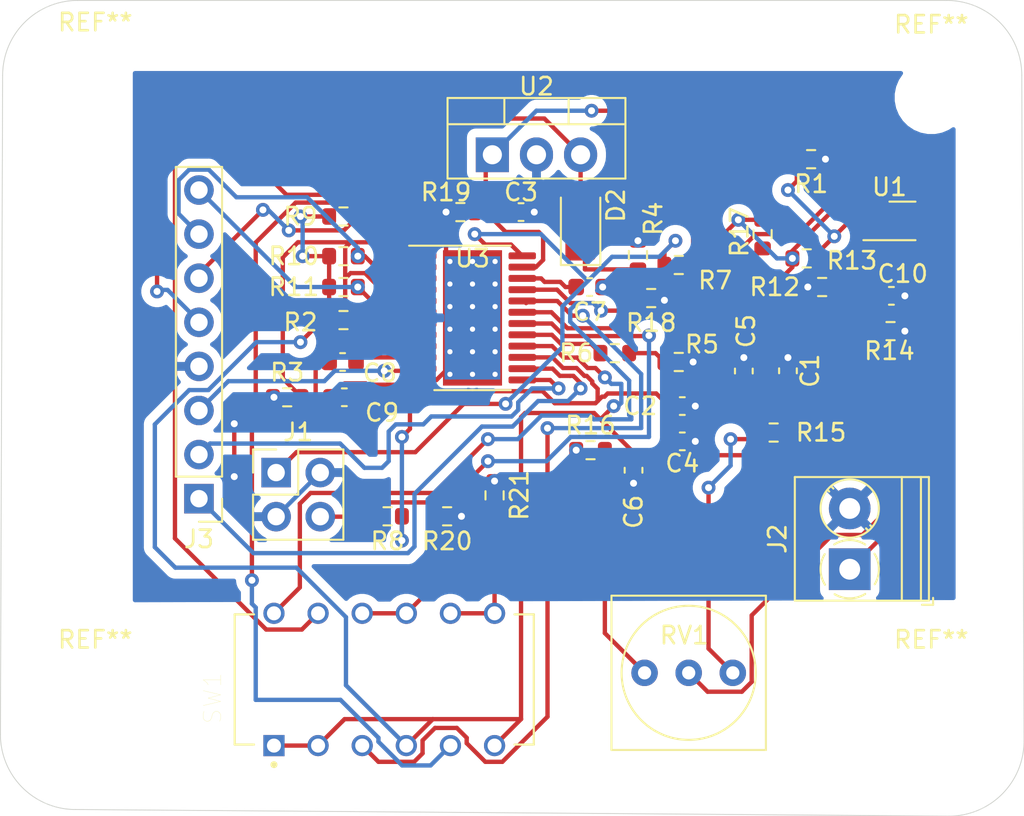
<source format=kicad_pcb>
(kicad_pcb (version 20171130) (host pcbnew "(5.1.8)-1")

  (general
    (thickness 1.6)
    (drawings 8)
    (tracks 492)
    (zones 0)
    (modules 44)
    (nets 34)
  )

  (page A4)
  (layers
    (0 F.Cu signal)
    (31 B.Cu signal)
    (32 B.Adhes user hide)
    (33 F.Adhes user)
    (34 B.Paste user hide)
    (35 F.Paste user hide)
    (36 B.SilkS user)
    (37 F.SilkS user)
    (38 B.Mask user)
    (39 F.Mask user)
    (40 Dwgs.User user)
    (41 Cmts.User user)
    (42 Eco1.User user)
    (43 Eco2.User user)
    (44 Edge.Cuts user)
    (45 Margin user)
    (46 B.CrtYd user hide)
    (47 F.CrtYd user hide)
    (48 B.Fab user)
    (49 F.Fab user hide)
  )

  (setup
    (last_trace_width 0.25)
    (user_trace_width 0.4)
    (trace_clearance 0.2)
    (zone_clearance 0.508)
    (zone_45_only no)
    (trace_min 0.2)
    (via_size 0.8)
    (via_drill 0.4)
    (via_min_size 0.45)
    (via_min_drill 0.2)
    (user_via 0.5 0.25)
    (uvia_size 0.3)
    (uvia_drill 0.1)
    (uvias_allowed no)
    (uvia_min_size 0.2)
    (uvia_min_drill 0.1)
    (edge_width 0.05)
    (segment_width 0.2)
    (pcb_text_width 0.3)
    (pcb_text_size 1.5 1.5)
    (mod_edge_width 0.12)
    (mod_text_size 1 1)
    (mod_text_width 0.15)
    (pad_size 1.524 1.524)
    (pad_drill 0.762)
    (pad_to_mask_clearance 0.05)
    (aux_axis_origin 0 0)
    (visible_elements 7FFFFFFF)
    (pcbplotparams
      (layerselection 0x010fc_ffffffff)
      (usegerberextensions false)
      (usegerberattributes true)
      (usegerberadvancedattributes true)
      (creategerberjobfile true)
      (excludeedgelayer true)
      (linewidth 0.100000)
      (plotframeref false)
      (viasonmask false)
      (mode 1)
      (useauxorigin false)
      (hpglpennumber 1)
      (hpglpenspeed 20)
      (hpglpendiameter 15.000000)
      (psnegative false)
      (psa4output false)
      (plotreference true)
      (plotvalue true)
      (plotinvisibletext false)
      (padsonsilk false)
      (subtractmaskfromsilk false)
      (outputformat 1)
      (mirror false)
      (drillshape 1)
      (scaleselection 1)
      (outputdirectory ""))
  )

  (net 0 "")
  (net 1 +5V)
  (net 2 GND)
  (net 3 +12V)
  (net 4 /VINT)
  (net 5 "Net-(C7-Pad2)")
  (net 6 "Net-(C8-Pad2)")
  (net 7 "Net-(C9-Pad2)")
  (net 8 "Net-(C9-Pad1)")
  (net 9 "Net-(D2-Pad1)")
  (net 10 /FG)
  (net 11 /RD)
  (net 12 "Net-(J3-Pad1)")
  (net 13 "Net-(J3-Pad2)")
  (net 14 "Net-(J3-Pad3)")
  (net 15 /HU)
  (net 16 /HV)
  (net 17 /HW)
  (net 18 "Net-(R1-Pad2)")
  (net 19 /HBIAS)
  (net 20 "Net-(R5-Pad2)")
  (net 21 "Net-(R6-Pad1)")
  (net 22 "Net-(R12-Pad1)")
  (net 23 "Net-(R14-Pad2)")
  (net 24 "Net-(R15-Pad1)")
  (net 25 "Net-(R16-Pad2)")
  (net 26 /BRKMOD)
  (net 27 /FR)
  (net 28 "Net-(R20-Pad2)")
  (net 29 "Net-(R21-Pad2)")
  (net 30 /IN)
  (net 31 /CMTMOD)
  (net 32 /DAA)
  (net 33 /PWM)

  (net_class Default "This is the default net class."
    (clearance 0.2)
    (trace_width 0.25)
    (via_dia 0.8)
    (via_drill 0.4)
    (uvia_dia 0.3)
    (uvia_drill 0.1)
    (add_net +12V)
    (add_net +5V)
    (add_net /BRKMOD)
    (add_net /CMTMOD)
    (add_net /DAA)
    (add_net /FG)
    (add_net /FR)
    (add_net /HBIAS)
    (add_net /HU)
    (add_net /HV)
    (add_net /HW)
    (add_net /IN)
    (add_net /PWM)
    (add_net /RD)
    (add_net /VINT)
    (add_net GND)
    (add_net "Net-(C7-Pad2)")
    (add_net "Net-(C8-Pad2)")
    (add_net "Net-(C9-Pad1)")
    (add_net "Net-(C9-Pad2)")
    (add_net "Net-(D2-Pad1)")
    (add_net "Net-(J3-Pad1)")
    (add_net "Net-(J3-Pad2)")
    (add_net "Net-(J3-Pad3)")
    (add_net "Net-(R1-Pad2)")
    (add_net "Net-(R12-Pad1)")
    (add_net "Net-(R14-Pad2)")
    (add_net "Net-(R15-Pad1)")
    (add_net "Net-(R16-Pad2)")
    (add_net "Net-(R20-Pad2)")
    (add_net "Net-(R21-Pad2)")
    (add_net "Net-(R5-Pad2)")
    (add_net "Net-(R6-Pad1)")
  )

  (module MountingHole:MountingHole_3.2mm_M3 (layer F.Cu) (tedit 56D1B4CB) (tstamp 5FF5B75C)
    (at 119.507 72.517)
    (descr "Mounting Hole 3.2mm, no annular, M3")
    (tags "mounting hole 3.2mm no annular m3")
    (attr virtual)
    (fp_text reference REF** (at 0 -4.2) (layer F.SilkS)
      (effects (font (size 1 1) (thickness 0.15)))
    )
    (fp_text value MountingHole_3.2mm_M3 (at 0 4.2) (layer F.Fab)
      (effects (font (size 1 1) (thickness 0.15)))
    )
    (fp_circle (center 0 0) (end 3.45 0) (layer F.CrtYd) (width 0.05))
    (fp_circle (center 0 0) (end 3.2 0) (layer Cmts.User) (width 0.15))
    (fp_text user %R (at 0.3 0) (layer F.Fab)
      (effects (font (size 1 1) (thickness 0.15)))
    )
    (pad 1 np_thru_hole circle (at 0 0) (size 3.2 3.2) (drill 3.2) (layers *.Cu *.Mask))
  )

  (module MountingHole:MountingHole_3.2mm_M3 (layer F.Cu) (tedit 56D1B4CB) (tstamp 5FF5B74E)
    (at 119.507 108.077)
    (descr "Mounting Hole 3.2mm, no annular, M3")
    (tags "mounting hole 3.2mm no annular m3")
    (attr virtual)
    (fp_text reference REF** (at 0 -4.2) (layer F.SilkS)
      (effects (font (size 1 1) (thickness 0.15)))
    )
    (fp_text value MountingHole_3.2mm_M3 (at 0 4.2) (layer F.Fab)
      (effects (font (size 1 1) (thickness 0.15)))
    )
    (fp_text user %R (at 0.3 0) (layer F.Fab)
      (effects (font (size 1 1) (thickness 0.15)))
    )
    (fp_circle (center 0 0) (end 3.2 0) (layer Cmts.User) (width 0.15))
    (fp_circle (center 0 0) (end 3.45 0) (layer F.CrtYd) (width 0.05))
    (pad 1 np_thru_hole circle (at 0 0) (size 3.2 3.2) (drill 3.2) (layers *.Cu *.Mask))
  )

  (module MountingHole:MountingHole_3.2mm_M3 (layer F.Cu) (tedit 56D1B4CB) (tstamp 5FF5B740)
    (at 167.64 108.077)
    (descr "Mounting Hole 3.2mm, no annular, M3")
    (tags "mounting hole 3.2mm no annular m3")
    (attr virtual)
    (fp_text reference REF** (at 0 -4.2) (layer F.SilkS)
      (effects (font (size 1 1) (thickness 0.15)))
    )
    (fp_text value MountingHole_3.2mm_M3 (at 0 4.2) (layer F.Fab)
      (effects (font (size 1 1) (thickness 0.15)))
    )
    (fp_circle (center 0 0) (end 3.45 0) (layer F.CrtYd) (width 0.05))
    (fp_circle (center 0 0) (end 3.2 0) (layer Cmts.User) (width 0.15))
    (fp_text user %R (at 0.3 0) (layer F.Fab)
      (effects (font (size 1 1) (thickness 0.15)))
    )
    (pad 1 np_thru_hole circle (at 0 0) (size 3.2 3.2) (drill 3.2) (layers *.Cu *.Mask))
  )

  (module MountingHole:MountingHole_3.2mm_M3 (layer F.Cu) (tedit 56D1B4CB) (tstamp 5FF5B535)
    (at 167.64 72.644)
    (descr "Mounting Hole 3.2mm, no annular, M3")
    (tags "mounting hole 3.2mm no annular m3")
    (attr virtual)
    (fp_text reference REF** (at 0 -4.2) (layer F.SilkS)
      (effects (font (size 1 1) (thickness 0.15)))
    )
    (fp_text value MountingHole_3.2mm_M3 (at 0 4.2) (layer F.Fab)
      (effects (font (size 1 1) (thickness 0.15)))
    )
    (fp_text user %R (at 0.3 0) (layer F.Fab)
      (effects (font (size 1 1) (thickness 0.15)))
    )
    (fp_circle (center 0 0) (end 3.2 0) (layer Cmts.User) (width 0.15))
    (fp_circle (center 0 0) (end 3.45 0) (layer F.CrtYd) (width 0.05))
    (pad 1 np_thru_hole circle (at 0 0) (size 3.2 3.2) (drill 3.2) (layers *.Cu *.Mask))
  )

  (module Resistor_SMD:R_0603_1608Metric (layer F.Cu) (tedit 5F68FEEE) (tstamp 5FD911D5)
    (at 133.795 79.502 180)
    (descr "Resistor SMD 0603 (1608 Metric), square (rectangular) end terminal, IPC_7351 nominal, (Body size source: IPC-SM-782 page 72, https://www.pcb-3d.com/wordpress/wp-content/uploads/ipc-sm-782a_amendment_1_and_2.pdf), generated with kicad-footprint-generator")
    (tags resistor)
    (path /5FA35415)
    (attr smd)
    (fp_text reference R9 (at 2.477 0) (layer F.SilkS)
      (effects (font (size 1 1) (thickness 0.15)))
    )
    (fp_text value 3.3k (at 0 1.43) (layer F.Fab)
      (effects (font (size 1 1) (thickness 0.15)))
    )
    (fp_line (start -0.8 0.4125) (end -0.8 -0.4125) (layer F.Fab) (width 0.1))
    (fp_line (start -0.8 -0.4125) (end 0.8 -0.4125) (layer F.Fab) (width 0.1))
    (fp_line (start 0.8 -0.4125) (end 0.8 0.4125) (layer F.Fab) (width 0.1))
    (fp_line (start 0.8 0.4125) (end -0.8 0.4125) (layer F.Fab) (width 0.1))
    (fp_line (start -0.237258 -0.5225) (end 0.237258 -0.5225) (layer F.SilkS) (width 0.12))
    (fp_line (start -0.237258 0.5225) (end 0.237258 0.5225) (layer F.SilkS) (width 0.12))
    (fp_line (start -1.48 0.73) (end -1.48 -0.73) (layer F.CrtYd) (width 0.05))
    (fp_line (start -1.48 -0.73) (end 1.48 -0.73) (layer F.CrtYd) (width 0.05))
    (fp_line (start 1.48 -0.73) (end 1.48 0.73) (layer F.CrtYd) (width 0.05))
    (fp_line (start 1.48 0.73) (end -1.48 0.73) (layer F.CrtYd) (width 0.05))
    (fp_text user %R (at 0 0) (layer F.Fab)
      (effects (font (size 0.4 0.4) (thickness 0.06)))
    )
    (pad 1 smd roundrect (at -0.825 0 180) (size 0.8 0.95) (layers F.Cu F.Paste F.Mask) (roundrect_rratio 0.25)
      (net 15 /HU))
    (pad 2 smd roundrect (at 0.825 0 180) (size 0.8 0.95) (layers F.Cu F.Paste F.Mask) (roundrect_rratio 0.25)
      (net 4 /VINT))
    (model ${KISYS3DMOD}/Resistor_SMD.3dshapes/R_0603_1608Metric.wrl
      (at (xyz 0 0 0))
      (scale (xyz 1 1 1))
      (rotate (xyz 0 0 0))
    )
  )

  (module Capacitor_SMD:C_0603_1608Metric (layer F.Cu) (tedit 5F68FEEE) (tstamp 5FD91030)
    (at 159.385 88.392 90)
    (descr "Capacitor SMD 0603 (1608 Metric), square (rectangular) end terminal, IPC_7351 nominal, (Body size source: IPC-SM-782 page 76, https://www.pcb-3d.com/wordpress/wp-content/uploads/ipc-sm-782a_amendment_1_and_2.pdf), generated with kicad-footprint-generator")
    (tags capacitor)
    (path /5FA67BE7)
    (attr smd)
    (fp_text reference C1 (at 0 1.27 90) (layer F.SilkS)
      (effects (font (size 1 1) (thickness 0.15)))
    )
    (fp_text value 0.1u (at 0 1.43 90) (layer F.Fab)
      (effects (font (size 1 1) (thickness 0.15)))
    )
    (fp_line (start -0.8 0.4) (end -0.8 -0.4) (layer F.Fab) (width 0.1))
    (fp_line (start -0.8 -0.4) (end 0.8 -0.4) (layer F.Fab) (width 0.1))
    (fp_line (start 0.8 -0.4) (end 0.8 0.4) (layer F.Fab) (width 0.1))
    (fp_line (start 0.8 0.4) (end -0.8 0.4) (layer F.Fab) (width 0.1))
    (fp_line (start -0.14058 -0.51) (end 0.14058 -0.51) (layer F.SilkS) (width 0.12))
    (fp_line (start -0.14058 0.51) (end 0.14058 0.51) (layer F.SilkS) (width 0.12))
    (fp_line (start -1.48 0.73) (end -1.48 -0.73) (layer F.CrtYd) (width 0.05))
    (fp_line (start -1.48 -0.73) (end 1.48 -0.73) (layer F.CrtYd) (width 0.05))
    (fp_line (start 1.48 -0.73) (end 1.48 0.73) (layer F.CrtYd) (width 0.05))
    (fp_line (start 1.48 0.73) (end -1.48 0.73) (layer F.CrtYd) (width 0.05))
    (fp_text user %R (at 0 0 90) (layer F.Fab)
      (effects (font (size 0.4 0.4) (thickness 0.06)))
    )
    (pad 1 smd roundrect (at -0.775 0 90) (size 0.9 0.95) (layers F.Cu F.Paste F.Mask) (roundrect_rratio 0.25)
      (net 1 +5V))
    (pad 2 smd roundrect (at 0.775 0 90) (size 0.9 0.95) (layers F.Cu F.Paste F.Mask) (roundrect_rratio 0.25)
      (net 2 GND))
    (model ${KISYS3DMOD}/Capacitor_SMD.3dshapes/C_0603_1608Metric.wrl
      (at (xyz 0 0 0))
      (scale (xyz 1 1 1))
      (rotate (xyz 0 0 0))
    )
  )

  (module Capacitor_SMD:C_0603_1608Metric (layer F.Cu) (tedit 5F68FEEE) (tstamp 5FD91041)
    (at 153.302 90.424)
    (descr "Capacitor SMD 0603 (1608 Metric), square (rectangular) end terminal, IPC_7351 nominal, (Body size source: IPC-SM-782 page 76, https://www.pcb-3d.com/wordpress/wp-content/uploads/ipc-sm-782a_amendment_1_and_2.pdf), generated with kicad-footprint-generator")
    (tags capacitor)
    (path /5FA66D53)
    (attr smd)
    (fp_text reference C2 (at -2.426 0) (layer F.SilkS)
      (effects (font (size 1 1) (thickness 0.15)))
    )
    (fp_text value 0.1u (at 0 1.43) (layer F.Fab)
      (effects (font (size 1 1) (thickness 0.15)))
    )
    (fp_line (start 1.48 0.73) (end -1.48 0.73) (layer F.CrtYd) (width 0.05))
    (fp_line (start 1.48 -0.73) (end 1.48 0.73) (layer F.CrtYd) (width 0.05))
    (fp_line (start -1.48 -0.73) (end 1.48 -0.73) (layer F.CrtYd) (width 0.05))
    (fp_line (start -1.48 0.73) (end -1.48 -0.73) (layer F.CrtYd) (width 0.05))
    (fp_line (start -0.14058 0.51) (end 0.14058 0.51) (layer F.SilkS) (width 0.12))
    (fp_line (start -0.14058 -0.51) (end 0.14058 -0.51) (layer F.SilkS) (width 0.12))
    (fp_line (start 0.8 0.4) (end -0.8 0.4) (layer F.Fab) (width 0.1))
    (fp_line (start 0.8 -0.4) (end 0.8 0.4) (layer F.Fab) (width 0.1))
    (fp_line (start -0.8 -0.4) (end 0.8 -0.4) (layer F.Fab) (width 0.1))
    (fp_line (start -0.8 0.4) (end -0.8 -0.4) (layer F.Fab) (width 0.1))
    (fp_text user %R (at 0 0) (layer F.Fab)
      (effects (font (size 0.4 0.4) (thickness 0.06)))
    )
    (pad 2 smd roundrect (at 0.775 0) (size 0.9 0.95) (layers F.Cu F.Paste F.Mask) (roundrect_rratio 0.25)
      (net 2 GND))
    (pad 1 smd roundrect (at -0.775 0) (size 0.9 0.95) (layers F.Cu F.Paste F.Mask) (roundrect_rratio 0.25)
      (net 1 +5V))
    (model ${KISYS3DMOD}/Capacitor_SMD.3dshapes/C_0603_1608Metric.wrl
      (at (xyz 0 0 0))
      (scale (xyz 1 1 1))
      (rotate (xyz 0 0 0))
    )
  )

  (module Capacitor_SMD:C_0603_1608Metric (layer F.Cu) (tedit 5F68FEEE) (tstamp 5FD91052)
    (at 144.018 79.248)
    (descr "Capacitor SMD 0603 (1608 Metric), square (rectangular) end terminal, IPC_7351 nominal, (Body size source: IPC-SM-782 page 76, https://www.pcb-3d.com/wordpress/wp-content/uploads/ipc-sm-782a_amendment_1_and_2.pdf), generated with kicad-footprint-generator")
    (tags capacitor)
    (path /5FA4C83C)
    (attr smd)
    (fp_text reference C3 (at 0 -1.143) (layer F.SilkS)
      (effects (font (size 1 1) (thickness 0.15)))
    )
    (fp_text value 0.33u (at 0 1.43) (layer F.Fab)
      (effects (font (size 1 1) (thickness 0.15)))
    )
    (fp_line (start 1.48 0.73) (end -1.48 0.73) (layer F.CrtYd) (width 0.05))
    (fp_line (start 1.48 -0.73) (end 1.48 0.73) (layer F.CrtYd) (width 0.05))
    (fp_line (start -1.48 -0.73) (end 1.48 -0.73) (layer F.CrtYd) (width 0.05))
    (fp_line (start -1.48 0.73) (end -1.48 -0.73) (layer F.CrtYd) (width 0.05))
    (fp_line (start -0.14058 0.51) (end 0.14058 0.51) (layer F.SilkS) (width 0.12))
    (fp_line (start -0.14058 -0.51) (end 0.14058 -0.51) (layer F.SilkS) (width 0.12))
    (fp_line (start 0.8 0.4) (end -0.8 0.4) (layer F.Fab) (width 0.1))
    (fp_line (start 0.8 -0.4) (end 0.8 0.4) (layer F.Fab) (width 0.1))
    (fp_line (start -0.8 -0.4) (end 0.8 -0.4) (layer F.Fab) (width 0.1))
    (fp_line (start -0.8 0.4) (end -0.8 -0.4) (layer F.Fab) (width 0.1))
    (fp_text user %R (at 0 0) (layer F.Fab)
      (effects (font (size 0.4 0.4) (thickness 0.06)))
    )
    (pad 2 smd roundrect (at 0.775 0) (size 0.9 0.95) (layers F.Cu F.Paste F.Mask) (roundrect_rratio 0.25)
      (net 2 GND))
    (pad 1 smd roundrect (at -0.775 0) (size 0.9 0.95) (layers F.Cu F.Paste F.Mask) (roundrect_rratio 0.25)
      (net 3 +12V))
    (model ${KISYS3DMOD}/Capacitor_SMD.3dshapes/C_0603_1608Metric.wrl
      (at (xyz 0 0 0))
      (scale (xyz 1 1 1))
      (rotate (xyz 0 0 0))
    )
  )

  (module Capacitor_SMD:C_0603_1608Metric (layer F.Cu) (tedit 5F68FEEE) (tstamp 5FD91063)
    (at 153.302 92.456)
    (descr "Capacitor SMD 0603 (1608 Metric), square (rectangular) end terminal, IPC_7351 nominal, (Body size source: IPC-SM-782 page 76, https://www.pcb-3d.com/wordpress/wp-content/uploads/ipc-sm-782a_amendment_1_and_2.pdf), generated with kicad-footprint-generator")
    (tags capacitor)
    (path /5FA4CCCF)
    (attr smd)
    (fp_text reference C4 (at 0 1.27) (layer F.SilkS)
      (effects (font (size 1 1) (thickness 0.15)))
    )
    (fp_text value 0.1u (at 0 1.43) (layer F.Fab)
      (effects (font (size 1 1) (thickness 0.15)))
    )
    (fp_line (start -0.8 0.4) (end -0.8 -0.4) (layer F.Fab) (width 0.1))
    (fp_line (start -0.8 -0.4) (end 0.8 -0.4) (layer F.Fab) (width 0.1))
    (fp_line (start 0.8 -0.4) (end 0.8 0.4) (layer F.Fab) (width 0.1))
    (fp_line (start 0.8 0.4) (end -0.8 0.4) (layer F.Fab) (width 0.1))
    (fp_line (start -0.14058 -0.51) (end 0.14058 -0.51) (layer F.SilkS) (width 0.12))
    (fp_line (start -0.14058 0.51) (end 0.14058 0.51) (layer F.SilkS) (width 0.12))
    (fp_line (start -1.48 0.73) (end -1.48 -0.73) (layer F.CrtYd) (width 0.05))
    (fp_line (start -1.48 -0.73) (end 1.48 -0.73) (layer F.CrtYd) (width 0.05))
    (fp_line (start 1.48 -0.73) (end 1.48 0.73) (layer F.CrtYd) (width 0.05))
    (fp_line (start 1.48 0.73) (end -1.48 0.73) (layer F.CrtYd) (width 0.05))
    (fp_text user %R (at 0 0) (layer F.Fab)
      (effects (font (size 0.4 0.4) (thickness 0.06)))
    )
    (pad 1 smd roundrect (at -0.775 0) (size 0.9 0.95) (layers F.Cu F.Paste F.Mask) (roundrect_rratio 0.25)
      (net 1 +5V))
    (pad 2 smd roundrect (at 0.775 0) (size 0.9 0.95) (layers F.Cu F.Paste F.Mask) (roundrect_rratio 0.25)
      (net 2 GND))
    (model ${KISYS3DMOD}/Capacitor_SMD.3dshapes/C_0603_1608Metric.wrl
      (at (xyz 0 0 0))
      (scale (xyz 1 1 1))
      (rotate (xyz 0 0 0))
    )
  )

  (module Capacitor_SMD:C_0603_1608Metric (layer F.Cu) (tedit 5F68FEEE) (tstamp 5FD91074)
    (at 156.845 88.405 270)
    (descr "Capacitor SMD 0603 (1608 Metric), square (rectangular) end terminal, IPC_7351 nominal, (Body size source: IPC-SM-782 page 76, https://www.pcb-3d.com/wordpress/wp-content/uploads/ipc-sm-782a_amendment_1_and_2.pdf), generated with kicad-footprint-generator")
    (tags capacitor)
    (path /5F9F51E6)
    (attr smd)
    (fp_text reference C5 (at -2.299 -0.127 90) (layer F.SilkS)
      (effects (font (size 1 1) (thickness 0.15)))
    )
    (fp_text value 1u (at 0 1.43 90) (layer F.Fab)
      (effects (font (size 1 1) (thickness 0.15)))
    )
    (fp_line (start -0.8 0.4) (end -0.8 -0.4) (layer F.Fab) (width 0.1))
    (fp_line (start -0.8 -0.4) (end 0.8 -0.4) (layer F.Fab) (width 0.1))
    (fp_line (start 0.8 -0.4) (end 0.8 0.4) (layer F.Fab) (width 0.1))
    (fp_line (start 0.8 0.4) (end -0.8 0.4) (layer F.Fab) (width 0.1))
    (fp_line (start -0.14058 -0.51) (end 0.14058 -0.51) (layer F.SilkS) (width 0.12))
    (fp_line (start -0.14058 0.51) (end 0.14058 0.51) (layer F.SilkS) (width 0.12))
    (fp_line (start -1.48 0.73) (end -1.48 -0.73) (layer F.CrtYd) (width 0.05))
    (fp_line (start -1.48 -0.73) (end 1.48 -0.73) (layer F.CrtYd) (width 0.05))
    (fp_line (start 1.48 -0.73) (end 1.48 0.73) (layer F.CrtYd) (width 0.05))
    (fp_line (start 1.48 0.73) (end -1.48 0.73) (layer F.CrtYd) (width 0.05))
    (fp_text user %R (at 0 0 90) (layer F.Fab)
      (effects (font (size 0.4 0.4) (thickness 0.06)))
    )
    (pad 1 smd roundrect (at -0.775 0 270) (size 0.9 0.95) (layers F.Cu F.Paste F.Mask) (roundrect_rratio 0.25)
      (net 2 GND))
    (pad 2 smd roundrect (at 0.775 0 270) (size 0.9 0.95) (layers F.Cu F.Paste F.Mask) (roundrect_rratio 0.25)
      (net 1 +5V))
    (model ${KISYS3DMOD}/Capacitor_SMD.3dshapes/C_0603_1608Metric.wrl
      (at (xyz 0 0 0))
      (scale (xyz 1 1 1))
      (rotate (xyz 0 0 0))
    )
  )

  (module Capacitor_SMD:C_0603_1608Metric (layer F.Cu) (tedit 5F68FEEE) (tstamp 5FD91085)
    (at 150.495 94.12 90)
    (descr "Capacitor SMD 0603 (1608 Metric), square (rectangular) end terminal, IPC_7351 nominal, (Body size source: IPC-SM-782 page 76, https://www.pcb-3d.com/wordpress/wp-content/uploads/ipc-sm-782a_amendment_1_and_2.pdf), generated with kicad-footprint-generator")
    (tags capacitor)
    (path /5F9F478B)
    (attr smd)
    (fp_text reference C6 (at -2.4 0 90) (layer F.SilkS)
      (effects (font (size 1 1) (thickness 0.15)))
    )
    (fp_text value 2.2u (at 0 1.43 90) (layer F.Fab)
      (effects (font (size 1 1) (thickness 0.15)))
    )
    (fp_line (start -0.8 0.4) (end -0.8 -0.4) (layer F.Fab) (width 0.1))
    (fp_line (start -0.8 -0.4) (end 0.8 -0.4) (layer F.Fab) (width 0.1))
    (fp_line (start 0.8 -0.4) (end 0.8 0.4) (layer F.Fab) (width 0.1))
    (fp_line (start 0.8 0.4) (end -0.8 0.4) (layer F.Fab) (width 0.1))
    (fp_line (start -0.14058 -0.51) (end 0.14058 -0.51) (layer F.SilkS) (width 0.12))
    (fp_line (start -0.14058 0.51) (end 0.14058 0.51) (layer F.SilkS) (width 0.12))
    (fp_line (start -1.48 0.73) (end -1.48 -0.73) (layer F.CrtYd) (width 0.05))
    (fp_line (start -1.48 -0.73) (end 1.48 -0.73) (layer F.CrtYd) (width 0.05))
    (fp_line (start 1.48 -0.73) (end 1.48 0.73) (layer F.CrtYd) (width 0.05))
    (fp_line (start 1.48 0.73) (end -1.48 0.73) (layer F.CrtYd) (width 0.05))
    (fp_text user %R (at 0 0 90) (layer F.Fab)
      (effects (font (size 0.4 0.4) (thickness 0.06)))
    )
    (pad 1 smd roundrect (at -0.775 0 90) (size 0.9 0.95) (layers F.Cu F.Paste F.Mask) (roundrect_rratio 0.25)
      (net 2 GND))
    (pad 2 smd roundrect (at 0.775 0 90) (size 0.9 0.95) (layers F.Cu F.Paste F.Mask) (roundrect_rratio 0.25)
      (net 4 /VINT))
    (model ${KISYS3DMOD}/Capacitor_SMD.3dshapes/C_0603_1608Metric.wrl
      (at (xyz 0 0 0))
      (scale (xyz 1 1 1))
      (rotate (xyz 0 0 0))
    )
  )

  (module Capacitor_SMD:C_0603_1608Metric (layer F.Cu) (tedit 5F68FEEE) (tstamp 5FD91096)
    (at 147.968 83.566 180)
    (descr "Capacitor SMD 0603 (1608 Metric), square (rectangular) end terminal, IPC_7351 nominal, (Body size source: IPC-SM-782 page 76, https://www.pcb-3d.com/wordpress/wp-content/uploads/ipc-sm-782a_amendment_1_and_2.pdf), generated with kicad-footprint-generator")
    (tags capacitor)
    (path /5F9F8DC5)
    (attr smd)
    (fp_text reference C7 (at 0 -1.43) (layer F.SilkS)
      (effects (font (size 1 1) (thickness 0.15)))
    )
    (fp_text value 1u (at 0 1.43) (layer F.Fab)
      (effects (font (size 1 1) (thickness 0.15)))
    )
    (fp_line (start -0.8 0.4) (end -0.8 -0.4) (layer F.Fab) (width 0.1))
    (fp_line (start -0.8 -0.4) (end 0.8 -0.4) (layer F.Fab) (width 0.1))
    (fp_line (start 0.8 -0.4) (end 0.8 0.4) (layer F.Fab) (width 0.1))
    (fp_line (start 0.8 0.4) (end -0.8 0.4) (layer F.Fab) (width 0.1))
    (fp_line (start -0.14058 -0.51) (end 0.14058 -0.51) (layer F.SilkS) (width 0.12))
    (fp_line (start -0.14058 0.51) (end 0.14058 0.51) (layer F.SilkS) (width 0.12))
    (fp_line (start -1.48 0.73) (end -1.48 -0.73) (layer F.CrtYd) (width 0.05))
    (fp_line (start -1.48 -0.73) (end 1.48 -0.73) (layer F.CrtYd) (width 0.05))
    (fp_line (start 1.48 -0.73) (end 1.48 0.73) (layer F.CrtYd) (width 0.05))
    (fp_line (start 1.48 0.73) (end -1.48 0.73) (layer F.CrtYd) (width 0.05))
    (fp_text user %R (at 0 0) (layer F.Fab)
      (effects (font (size 0.4 0.4) (thickness 0.06)))
    )
    (pad 1 smd roundrect (at -0.775 0 180) (size 0.9 0.95) (layers F.Cu F.Paste F.Mask) (roundrect_rratio 0.25)
      (net 2 GND))
    (pad 2 smd roundrect (at 0.775 0 180) (size 0.9 0.95) (layers F.Cu F.Paste F.Mask) (roundrect_rratio 0.25)
      (net 5 "Net-(C7-Pad2)"))
    (model ${KISYS3DMOD}/Capacitor_SMD.3dshapes/C_0603_1608Metric.wrl
      (at (xyz 0 0 0))
      (scale (xyz 1 1 1))
      (rotate (xyz 0 0 0))
    )
  )

  (module Capacitor_SMD:C_0603_1608Metric (layer F.Cu) (tedit 5F68FEEE) (tstamp 5FD910A7)
    (at 133.845 89.916)
    (descr "Capacitor SMD 0603 (1608 Metric), square (rectangular) end terminal, IPC_7351 nominal, (Body size source: IPC-SM-782 page 76, https://www.pcb-3d.com/wordpress/wp-content/uploads/ipc-sm-782a_amendment_1_and_2.pdf), generated with kicad-footprint-generator")
    (tags capacitor)
    (path /5F9F5710)
    (attr smd)
    (fp_text reference C8 (at 2.045 -1.397) (layer F.SilkS)
      (effects (font (size 1 1) (thickness 0.15)))
    )
    (fp_text value 1u (at 0 1.43) (layer F.Fab)
      (effects (font (size 1 1) (thickness 0.15)))
    )
    (fp_line (start 1.48 0.73) (end -1.48 0.73) (layer F.CrtYd) (width 0.05))
    (fp_line (start 1.48 -0.73) (end 1.48 0.73) (layer F.CrtYd) (width 0.05))
    (fp_line (start -1.48 -0.73) (end 1.48 -0.73) (layer F.CrtYd) (width 0.05))
    (fp_line (start -1.48 0.73) (end -1.48 -0.73) (layer F.CrtYd) (width 0.05))
    (fp_line (start -0.14058 0.51) (end 0.14058 0.51) (layer F.SilkS) (width 0.12))
    (fp_line (start -0.14058 -0.51) (end 0.14058 -0.51) (layer F.SilkS) (width 0.12))
    (fp_line (start 0.8 0.4) (end -0.8 0.4) (layer F.Fab) (width 0.1))
    (fp_line (start 0.8 -0.4) (end 0.8 0.4) (layer F.Fab) (width 0.1))
    (fp_line (start -0.8 -0.4) (end 0.8 -0.4) (layer F.Fab) (width 0.1))
    (fp_line (start -0.8 0.4) (end -0.8 -0.4) (layer F.Fab) (width 0.1))
    (fp_text user %R (at 0 0) (layer F.Fab)
      (effects (font (size 0.4 0.4) (thickness 0.06)))
    )
    (pad 2 smd roundrect (at 0.775 0) (size 0.9 0.95) (layers F.Cu F.Paste F.Mask) (roundrect_rratio 0.25)
      (net 6 "Net-(C8-Pad2)"))
    (pad 1 smd roundrect (at -0.775 0) (size 0.9 0.95) (layers F.Cu F.Paste F.Mask) (roundrect_rratio 0.25)
      (net 1 +5V))
    (model ${KISYS3DMOD}/Capacitor_SMD.3dshapes/C_0603_1608Metric.wrl
      (at (xyz 0 0 0))
      (scale (xyz 1 1 1))
      (rotate (xyz 0 0 0))
    )
  )

  (module Capacitor_SMD:C_0603_1608Metric (layer F.Cu) (tedit 5F68FEEE) (tstamp 5FF5399B)
    (at 133.744 87.884 180)
    (descr "Capacitor SMD 0603 (1608 Metric), square (rectangular) end terminal, IPC_7351 nominal, (Body size source: IPC-SM-782 page 76, https://www.pcb-3d.com/wordpress/wp-content/uploads/ipc-sm-782a_amendment_1_and_2.pdf), generated with kicad-footprint-generator")
    (tags capacitor)
    (path /5F9F3B2E)
    (attr smd)
    (fp_text reference C9 (at -2.273 -2.921) (layer F.SilkS)
      (effects (font (size 1 1) (thickness 0.15)))
    )
    (fp_text value 0.1u (at 0 1.43) (layer F.Fab)
      (effects (font (size 1 1) (thickness 0.15)))
    )
    (fp_line (start 1.48 0.73) (end -1.48 0.73) (layer F.CrtYd) (width 0.05))
    (fp_line (start 1.48 -0.73) (end 1.48 0.73) (layer F.CrtYd) (width 0.05))
    (fp_line (start -1.48 -0.73) (end 1.48 -0.73) (layer F.CrtYd) (width 0.05))
    (fp_line (start -1.48 0.73) (end -1.48 -0.73) (layer F.CrtYd) (width 0.05))
    (fp_line (start -0.14058 0.51) (end 0.14058 0.51) (layer F.SilkS) (width 0.12))
    (fp_line (start -0.14058 -0.51) (end 0.14058 -0.51) (layer F.SilkS) (width 0.12))
    (fp_line (start 0.8 0.4) (end -0.8 0.4) (layer F.Fab) (width 0.1))
    (fp_line (start 0.8 -0.4) (end 0.8 0.4) (layer F.Fab) (width 0.1))
    (fp_line (start -0.8 -0.4) (end 0.8 -0.4) (layer F.Fab) (width 0.1))
    (fp_line (start -0.8 0.4) (end -0.8 -0.4) (layer F.Fab) (width 0.1))
    (fp_text user %R (at 0 0) (layer F.Fab)
      (effects (font (size 0.4 0.4) (thickness 0.06)))
    )
    (pad 2 smd roundrect (at 0.775 0 180) (size 0.9 0.95) (layers F.Cu F.Paste F.Mask) (roundrect_rratio 0.25)
      (net 7 "Net-(C9-Pad2)"))
    (pad 1 smd roundrect (at -0.775 0 180) (size 0.9 0.95) (layers F.Cu F.Paste F.Mask) (roundrect_rratio 0.25)
      (net 8 "Net-(C9-Pad1)"))
    (model ${KISYS3DMOD}/Capacitor_SMD.3dshapes/C_0603_1608Metric.wrl
      (at (xyz 0 0 0))
      (scale (xyz 1 1 1))
      (rotate (xyz 0 0 0))
    )
  )

  (module Capacitor_SMD:C_0603_1608Metric (layer F.Cu) (tedit 5F68FEEE) (tstamp 5FD910C9)
    (at 165.341 84.074 180)
    (descr "Capacitor SMD 0603 (1608 Metric), square (rectangular) end terminal, IPC_7351 nominal, (Body size source: IPC-SM-782 page 76, https://www.pcb-3d.com/wordpress/wp-content/uploads/ipc-sm-782a_amendment_1_and_2.pdf), generated with kicad-footprint-generator")
    (tags capacitor)
    (path /5FE4181E)
    (attr smd)
    (fp_text reference C10 (at -0.648 1.27) (layer F.SilkS)
      (effects (font (size 1 1) (thickness 0.15)))
    )
    (fp_text value 0.1u (at 0 1.43) (layer F.Fab)
      (effects (font (size 1 1) (thickness 0.15)))
    )
    (fp_line (start 1.48 0.73) (end -1.48 0.73) (layer F.CrtYd) (width 0.05))
    (fp_line (start 1.48 -0.73) (end 1.48 0.73) (layer F.CrtYd) (width 0.05))
    (fp_line (start -1.48 -0.73) (end 1.48 -0.73) (layer F.CrtYd) (width 0.05))
    (fp_line (start -1.48 0.73) (end -1.48 -0.73) (layer F.CrtYd) (width 0.05))
    (fp_line (start -0.14058 0.51) (end 0.14058 0.51) (layer F.SilkS) (width 0.12))
    (fp_line (start -0.14058 -0.51) (end 0.14058 -0.51) (layer F.SilkS) (width 0.12))
    (fp_line (start 0.8 0.4) (end -0.8 0.4) (layer F.Fab) (width 0.1))
    (fp_line (start 0.8 -0.4) (end 0.8 0.4) (layer F.Fab) (width 0.1))
    (fp_line (start -0.8 -0.4) (end 0.8 -0.4) (layer F.Fab) (width 0.1))
    (fp_line (start -0.8 0.4) (end -0.8 -0.4) (layer F.Fab) (width 0.1))
    (fp_text user %R (at 0 0) (layer F.Fab)
      (effects (font (size 0.4 0.4) (thickness 0.06)))
    )
    (pad 2 smd roundrect (at 0.775 0 180) (size 0.9 0.95) (layers F.Cu F.Paste F.Mask) (roundrect_rratio 0.25)
      (net 1 +5V))
    (pad 1 smd roundrect (at -0.775 0 180) (size 0.9 0.95) (layers F.Cu F.Paste F.Mask) (roundrect_rratio 0.25)
      (net 2 GND))
    (model ${KISYS3DMOD}/Capacitor_SMD.3dshapes/C_0603_1608Metric.wrl
      (at (xyz 0 0 0))
      (scale (xyz 1 1 1))
      (rotate (xyz 0 0 0))
    )
  )

  (module LED_SMD:LED_1206_3216Metric (layer F.Cu) (tedit 5F68FEF1) (tstamp 5FD910DC)
    (at 147.447 80.013 90)
    (descr "LED SMD 1206 (3216 Metric), square (rectangular) end terminal, IPC_7351 nominal, (Body size source: http://www.tortai-tech.com/upload/download/2011102023233369053.pdf), generated with kicad-footprint-generator")
    (tags LED)
    (path /5FA9791C)
    (attr smd)
    (fp_text reference D2 (at 1.146 2.032 90) (layer F.SilkS)
      (effects (font (size 1 1) (thickness 0.15)))
    )
    (fp_text value LED (at 0 1.82 90) (layer F.Fab)
      (effects (font (size 1 1) (thickness 0.15)))
    )
    (fp_line (start 1.6 -0.8) (end -1.2 -0.8) (layer F.Fab) (width 0.1))
    (fp_line (start -1.2 -0.8) (end -1.6 -0.4) (layer F.Fab) (width 0.1))
    (fp_line (start -1.6 -0.4) (end -1.6 0.8) (layer F.Fab) (width 0.1))
    (fp_line (start -1.6 0.8) (end 1.6 0.8) (layer F.Fab) (width 0.1))
    (fp_line (start 1.6 0.8) (end 1.6 -0.8) (layer F.Fab) (width 0.1))
    (fp_line (start 1.6 -1.135) (end -2.285 -1.135) (layer F.SilkS) (width 0.12))
    (fp_line (start -2.285 -1.135) (end -2.285 1.135) (layer F.SilkS) (width 0.12))
    (fp_line (start -2.285 1.135) (end 1.6 1.135) (layer F.SilkS) (width 0.12))
    (fp_line (start -2.28 1.12) (end -2.28 -1.12) (layer F.CrtYd) (width 0.05))
    (fp_line (start -2.28 -1.12) (end 2.28 -1.12) (layer F.CrtYd) (width 0.05))
    (fp_line (start 2.28 -1.12) (end 2.28 1.12) (layer F.CrtYd) (width 0.05))
    (fp_line (start 2.28 1.12) (end -2.28 1.12) (layer F.CrtYd) (width 0.05))
    (fp_text user %R (at -0.119001 0 90) (layer F.Fab)
      (effects (font (size 0.8 0.8) (thickness 0.12)))
    )
    (pad 1 smd roundrect (at -1.4 0 90) (size 1.25 1.75) (layers F.Cu F.Paste F.Mask) (roundrect_rratio 0.2)
      (net 9 "Net-(D2-Pad1)"))
    (pad 2 smd roundrect (at 1.4 0 90) (size 1.25 1.75) (layers F.Cu F.Paste F.Mask) (roundrect_rratio 0.2)
      (net 1 +5V))
    (model ${KISYS3DMOD}/LED_SMD.3dshapes/LED_1206_3216Metric.wrl
      (at (xyz 0 0 0))
      (scale (xyz 1 1 1))
      (rotate (xyz 0 0 0))
    )
  )

  (module Connector_PinHeader_2.54mm:PinHeader_2x02_P2.54mm_Vertical (layer F.Cu) (tedit 59FED5CC) (tstamp 5FD910F6)
    (at 129.919001 94.255001)
    (descr "Through hole straight pin header, 2x02, 2.54mm pitch, double rows")
    (tags "Through hole pin header THT 2x02 2.54mm double row")
    (path /5FE5E8CA)
    (fp_text reference J1 (at 1.27 -2.33) (layer F.SilkS)
      (effects (font (size 1 1) (thickness 0.15)))
    )
    (fp_text value Conn_02x02_Counter_Clockwise (at 1.27 4.87) (layer F.Fab)
      (effects (font (size 1 1) (thickness 0.15)))
    )
    (fp_line (start 0 -1.27) (end 3.81 -1.27) (layer F.Fab) (width 0.1))
    (fp_line (start 3.81 -1.27) (end 3.81 3.81) (layer F.Fab) (width 0.1))
    (fp_line (start 3.81 3.81) (end -1.27 3.81) (layer F.Fab) (width 0.1))
    (fp_line (start -1.27 3.81) (end -1.27 0) (layer F.Fab) (width 0.1))
    (fp_line (start -1.27 0) (end 0 -1.27) (layer F.Fab) (width 0.1))
    (fp_line (start -1.33 3.87) (end 3.87 3.87) (layer F.SilkS) (width 0.12))
    (fp_line (start -1.33 1.27) (end -1.33 3.87) (layer F.SilkS) (width 0.12))
    (fp_line (start 3.87 -1.33) (end 3.87 3.87) (layer F.SilkS) (width 0.12))
    (fp_line (start -1.33 1.27) (end 1.27 1.27) (layer F.SilkS) (width 0.12))
    (fp_line (start 1.27 1.27) (end 1.27 -1.33) (layer F.SilkS) (width 0.12))
    (fp_line (start 1.27 -1.33) (end 3.87 -1.33) (layer F.SilkS) (width 0.12))
    (fp_line (start -1.33 0) (end -1.33 -1.33) (layer F.SilkS) (width 0.12))
    (fp_line (start -1.33 -1.33) (end 0 -1.33) (layer F.SilkS) (width 0.12))
    (fp_line (start -1.8 -1.8) (end -1.8 4.35) (layer F.CrtYd) (width 0.05))
    (fp_line (start -1.8 4.35) (end 4.35 4.35) (layer F.CrtYd) (width 0.05))
    (fp_line (start 4.35 4.35) (end 4.35 -1.8) (layer F.CrtYd) (width 0.05))
    (fp_line (start 4.35 -1.8) (end -1.8 -1.8) (layer F.CrtYd) (width 0.05))
    (fp_text user %R (at 1.27 1.27 90) (layer F.Fab)
      (effects (font (size 1 1) (thickness 0.15)))
    )
    (pad 1 thru_hole rect (at 0 0) (size 1.7 1.7) (drill 1) (layers *.Cu *.Mask)
      (net 10 /FG))
    (pad 2 thru_hole oval (at 2.54 0) (size 1.7 1.7) (drill 1) (layers *.Cu *.Mask)
      (net 2 GND))
    (pad 3 thru_hole oval (at 0 2.54) (size 1.7 1.7) (drill 1) (layers *.Cu *.Mask)
      (net 2 GND))
    (pad 4 thru_hole oval (at 2.54 2.54) (size 1.7 1.7) (drill 1) (layers *.Cu *.Mask)
      (net 11 /RD))
    (model ${KISYS3DMOD}/Connector_PinHeader_2.54mm.3dshapes/PinHeader_2x02_P2.54mm_Vertical.wrl
      (at (xyz 0 0 0))
      (scale (xyz 1 1 1))
      (rotate (xyz 0 0 0))
    )
  )

  (module TerminalBlock_Phoenix:TerminalBlock_Phoenix_PT-1,5-2-3.5-H_1x02_P3.50mm_Horizontal (layer F.Cu) (tedit 5B294F3F) (tstamp 5FF53B54)
    (at 162.941 99.822 90)
    (descr "Terminal Block Phoenix PT-1,5-2-3.5-H, 2 pins, pitch 3.5mm, size 7x7.6mm^2, drill diamater 1.2mm, pad diameter 2.4mm, see , script-generated using https://github.com/pointhi/kicad-footprint-generator/scripts/TerminalBlock_Phoenix")
    (tags "THT Terminal Block Phoenix PT-1,5-2-3.5-H pitch 3.5mm size 7x7.6mm^2 drill 1.2mm pad 2.4mm")
    (path /5FA59775)
    (fp_text reference J2 (at 1.75 -4.16 90) (layer F.SilkS)
      (effects (font (size 1 1) (thickness 0.15)))
    )
    (fp_text value Screw_Terminal_01x02 (at 1.75 5.56 90) (layer F.Fab)
      (effects (font (size 1 1) (thickness 0.15)))
    )
    (fp_circle (center 0 0) (end 1.5 0) (layer F.Fab) (width 0.1))
    (fp_circle (center 3.5 0) (end 5 0) (layer F.Fab) (width 0.1))
    (fp_circle (center 3.5 0) (end 5.18 0) (layer F.SilkS) (width 0.12))
    (fp_line (start -1.75 -3.1) (end 5.25 -3.1) (layer F.Fab) (width 0.1))
    (fp_line (start 5.25 -3.1) (end 5.25 4.5) (layer F.Fab) (width 0.1))
    (fp_line (start 5.25 4.5) (end -1.35 4.5) (layer F.Fab) (width 0.1))
    (fp_line (start -1.35 4.5) (end -1.75 4.1) (layer F.Fab) (width 0.1))
    (fp_line (start -1.75 4.1) (end -1.75 -3.1) (layer F.Fab) (width 0.1))
    (fp_line (start -1.75 4.1) (end 5.25 4.1) (layer F.Fab) (width 0.1))
    (fp_line (start -1.81 4.1) (end 5.31 4.1) (layer F.SilkS) (width 0.12))
    (fp_line (start -1.75 3) (end 5.25 3) (layer F.Fab) (width 0.1))
    (fp_line (start -1.81 3) (end 5.31 3) (layer F.SilkS) (width 0.12))
    (fp_line (start -1.81 -3.16) (end 5.31 -3.16) (layer F.SilkS) (width 0.12))
    (fp_line (start -1.81 4.56) (end 5.31 4.56) (layer F.SilkS) (width 0.12))
    (fp_line (start -1.81 -3.16) (end -1.81 4.56) (layer F.SilkS) (width 0.12))
    (fp_line (start 5.31 -3.16) (end 5.31 4.56) (layer F.SilkS) (width 0.12))
    (fp_line (start 1.138 -0.955) (end -0.955 1.138) (layer F.Fab) (width 0.1))
    (fp_line (start 0.955 -1.138) (end -1.138 0.955) (layer F.Fab) (width 0.1))
    (fp_line (start 4.638 -0.955) (end 2.546 1.138) (layer F.Fab) (width 0.1))
    (fp_line (start 4.455 -1.138) (end 2.363 0.955) (layer F.Fab) (width 0.1))
    (fp_line (start 4.775 -1.069) (end 4.646 -0.941) (layer F.SilkS) (width 0.12))
    (fp_line (start 2.525 1.181) (end 2.431 1.274) (layer F.SilkS) (width 0.12))
    (fp_line (start 4.57 -1.275) (end 4.476 -1.181) (layer F.SilkS) (width 0.12))
    (fp_line (start 2.355 0.941) (end 2.226 1.069) (layer F.SilkS) (width 0.12))
    (fp_line (start -2.05 4.16) (end -2.05 4.8) (layer F.SilkS) (width 0.12))
    (fp_line (start -2.05 4.8) (end -1.65 4.8) (layer F.SilkS) (width 0.12))
    (fp_line (start -2.25 -3.6) (end -2.25 5) (layer F.CrtYd) (width 0.05))
    (fp_line (start -2.25 5) (end 5.75 5) (layer F.CrtYd) (width 0.05))
    (fp_line (start 5.75 5) (end 5.75 -3.6) (layer F.CrtYd) (width 0.05))
    (fp_line (start 5.75 -3.6) (end -2.25 -3.6) (layer F.CrtYd) (width 0.05))
    (fp_arc (start 0 0) (end 0 1.68) (angle -32) (layer F.SilkS) (width 0.12))
    (fp_arc (start 0 0) (end 1.425 0.891) (angle -64) (layer F.SilkS) (width 0.12))
    (fp_arc (start 0 0) (end 0.866 -1.44) (angle -63) (layer F.SilkS) (width 0.12))
    (fp_arc (start 0 0) (end -1.44 -0.866) (angle -63) (layer F.SilkS) (width 0.12))
    (fp_arc (start 0 0) (end -0.866 1.44) (angle -32) (layer F.SilkS) (width 0.12))
    (fp_text user %R (at 1.75 2.4 90) (layer F.Fab)
      (effects (font (size 1 1) (thickness 0.15)))
    )
    (pad 1 thru_hole rect (at 0 0 90) (size 2.4 2.4) (drill 1.2) (layers *.Cu *.Mask)
      (net 3 +12V))
    (pad 2 thru_hole circle (at 3.5 0 90) (size 2.4 2.4) (drill 1.2) (layers *.Cu *.Mask)
      (net 2 GND))
    (model ${KISYS3DMOD}/TerminalBlock_Phoenix.3dshapes/TerminalBlock_Phoenix_PT-1,5-2-3.5-H_1x02_P3.50mm_Horizontal.wrl
      (at (xyz 0 0 0))
      (scale (xyz 1 1 1))
      (rotate (xyz 0 0 0))
    )
  )

  (module Connector_PinHeader_2.54mm:PinHeader_1x08_P2.54mm_Vertical (layer F.Cu) (tedit 59FED5CC) (tstamp 5FF56578)
    (at 125.476 95.758 180)
    (descr "Through hole straight pin header, 1x08, 2.54mm pitch, single row")
    (tags "Through hole pin header THT 1x08 2.54mm single row")
    (path /5FA7B2EB)
    (fp_text reference J3 (at 0 -2.33) (layer F.SilkS)
      (effects (font (size 1 1) (thickness 0.15)))
    )
    (fp_text value Conn_01x08_Male (at 0 20.11) (layer F.Fab)
      (effects (font (size 1 1) (thickness 0.15)))
    )
    (fp_line (start -0.635 -1.27) (end 1.27 -1.27) (layer F.Fab) (width 0.1))
    (fp_line (start 1.27 -1.27) (end 1.27 19.05) (layer F.Fab) (width 0.1))
    (fp_line (start 1.27 19.05) (end -1.27 19.05) (layer F.Fab) (width 0.1))
    (fp_line (start -1.27 19.05) (end -1.27 -0.635) (layer F.Fab) (width 0.1))
    (fp_line (start -1.27 -0.635) (end -0.635 -1.27) (layer F.Fab) (width 0.1))
    (fp_line (start -1.33 19.11) (end 1.33 19.11) (layer F.SilkS) (width 0.12))
    (fp_line (start -1.33 1.27) (end -1.33 19.11) (layer F.SilkS) (width 0.12))
    (fp_line (start 1.33 1.27) (end 1.33 19.11) (layer F.SilkS) (width 0.12))
    (fp_line (start -1.33 1.27) (end 1.33 1.27) (layer F.SilkS) (width 0.12))
    (fp_line (start -1.33 0) (end -1.33 -1.33) (layer F.SilkS) (width 0.12))
    (fp_line (start -1.33 -1.33) (end 0 -1.33) (layer F.SilkS) (width 0.12))
    (fp_line (start -1.8 -1.8) (end -1.8 19.55) (layer F.CrtYd) (width 0.05))
    (fp_line (start -1.8 19.55) (end 1.8 19.55) (layer F.CrtYd) (width 0.05))
    (fp_line (start 1.8 19.55) (end 1.8 -1.8) (layer F.CrtYd) (width 0.05))
    (fp_line (start 1.8 -1.8) (end -1.8 -1.8) (layer F.CrtYd) (width 0.05))
    (fp_text user %R (at 0 8.89 90) (layer F.Fab)
      (effects (font (size 1 1) (thickness 0.15)))
    )
    (pad 1 thru_hole rect (at 0 0 180) (size 1.7 1.7) (drill 1) (layers *.Cu *.Mask)
      (net 12 "Net-(J3-Pad1)"))
    (pad 2 thru_hole oval (at 0 2.54 180) (size 1.7 1.7) (drill 1) (layers *.Cu *.Mask)
      (net 13 "Net-(J3-Pad2)"))
    (pad 3 thru_hole oval (at 0 5.08 180) (size 1.7 1.7) (drill 1) (layers *.Cu *.Mask)
      (net 14 "Net-(J3-Pad3)"))
    (pad 4 thru_hole oval (at 0 7.62 180) (size 1.7 1.7) (drill 1) (layers *.Cu *.Mask)
      (net 2 GND))
    (pad 5 thru_hole oval (at 0 10.16 180) (size 1.7 1.7) (drill 1) (layers *.Cu *.Mask)
      (net 1 +5V))
    (pad 6 thru_hole oval (at 0 12.7 180) (size 1.7 1.7) (drill 1) (layers *.Cu *.Mask)
      (net 15 /HU))
    (pad 7 thru_hole oval (at 0 15.24 180) (size 1.7 1.7) (drill 1) (layers *.Cu *.Mask)
      (net 16 /HV))
    (pad 8 thru_hole oval (at 0 17.78 180) (size 1.7 1.7) (drill 1) (layers *.Cu *.Mask)
      (net 17 /HW))
    (model ${KISYS3DMOD}/Connector_PinHeader_2.54mm.3dshapes/PinHeader_1x08_P2.54mm_Vertical.wrl
      (at (xyz 0 0 0))
      (scale (xyz 1 1 1))
      (rotate (xyz 0 0 0))
    )
  )

  (module Resistor_SMD:R_0603_1608Metric (layer F.Cu) (tedit 5F68FEEE) (tstamp 5FD9114D)
    (at 160.719 76.2 180)
    (descr "Resistor SMD 0603 (1608 Metric), square (rectangular) end terminal, IPC_7351 nominal, (Body size source: IPC-SM-782 page 72, https://www.pcb-3d.com/wordpress/wp-content/uploads/ipc-sm-782a_amendment_1_and_2.pdf), generated with kicad-footprint-generator")
    (tags resistor)
    (path /5FD656A8)
    (attr smd)
    (fp_text reference R1 (at 0 -1.43) (layer F.SilkS)
      (effects (font (size 1 1) (thickness 0.15)))
    )
    (fp_text value 102k (at 0 1.43) (layer F.Fab)
      (effects (font (size 1 1) (thickness 0.15)))
    )
    (fp_line (start 1.48 0.73) (end -1.48 0.73) (layer F.CrtYd) (width 0.05))
    (fp_line (start 1.48 -0.73) (end 1.48 0.73) (layer F.CrtYd) (width 0.05))
    (fp_line (start -1.48 -0.73) (end 1.48 -0.73) (layer F.CrtYd) (width 0.05))
    (fp_line (start -1.48 0.73) (end -1.48 -0.73) (layer F.CrtYd) (width 0.05))
    (fp_line (start -0.237258 0.5225) (end 0.237258 0.5225) (layer F.SilkS) (width 0.12))
    (fp_line (start -0.237258 -0.5225) (end 0.237258 -0.5225) (layer F.SilkS) (width 0.12))
    (fp_line (start 0.8 0.4125) (end -0.8 0.4125) (layer F.Fab) (width 0.1))
    (fp_line (start 0.8 -0.4125) (end 0.8 0.4125) (layer F.Fab) (width 0.1))
    (fp_line (start -0.8 -0.4125) (end 0.8 -0.4125) (layer F.Fab) (width 0.1))
    (fp_line (start -0.8 0.4125) (end -0.8 -0.4125) (layer F.Fab) (width 0.1))
    (fp_text user %R (at 0 0) (layer F.Fab)
      (effects (font (size 0.4 0.4) (thickness 0.06)))
    )
    (pad 2 smd roundrect (at 0.825 0 180) (size 0.8 0.95) (layers F.Cu F.Paste F.Mask) (roundrect_rratio 0.25)
      (net 18 "Net-(R1-Pad2)"))
    (pad 1 smd roundrect (at -0.825 0 180) (size 0.8 0.95) (layers F.Cu F.Paste F.Mask) (roundrect_rratio 0.25)
      (net 2 GND))
    (model ${KISYS3DMOD}/Resistor_SMD.3dshapes/R_0603_1608Metric.wrl
      (at (xyz 0 0 0))
      (scale (xyz 1 1 1))
      (rotate (xyz 0 0 0))
    )
  )

  (module Resistor_SMD:R_0603_1608Metric (layer F.Cu) (tedit 5F68FEEE) (tstamp 5FD9115E)
    (at 133.795 85.471 180)
    (descr "Resistor SMD 0603 (1608 Metric), square (rectangular) end terminal, IPC_7351 nominal, (Body size source: IPC-SM-782 page 72, https://www.pcb-3d.com/wordpress/wp-content/uploads/ipc-sm-782a_amendment_1_and_2.pdf), generated with kicad-footprint-generator")
    (tags resistor)
    (path /5FA27BC3)
    (attr smd)
    (fp_text reference R2 (at 2.477 -0.127) (layer F.SilkS)
      (effects (font (size 1 1) (thickness 0.15)))
    )
    (fp_text value 10k (at 0 1.43) (layer F.Fab)
      (effects (font (size 1 1) (thickness 0.15)))
    )
    (fp_line (start -0.8 0.4125) (end -0.8 -0.4125) (layer F.Fab) (width 0.1))
    (fp_line (start -0.8 -0.4125) (end 0.8 -0.4125) (layer F.Fab) (width 0.1))
    (fp_line (start 0.8 -0.4125) (end 0.8 0.4125) (layer F.Fab) (width 0.1))
    (fp_line (start 0.8 0.4125) (end -0.8 0.4125) (layer F.Fab) (width 0.1))
    (fp_line (start -0.237258 -0.5225) (end 0.237258 -0.5225) (layer F.SilkS) (width 0.12))
    (fp_line (start -0.237258 0.5225) (end 0.237258 0.5225) (layer F.SilkS) (width 0.12))
    (fp_line (start -1.48 0.73) (end -1.48 -0.73) (layer F.CrtYd) (width 0.05))
    (fp_line (start -1.48 -0.73) (end 1.48 -0.73) (layer F.CrtYd) (width 0.05))
    (fp_line (start 1.48 -0.73) (end 1.48 0.73) (layer F.CrtYd) (width 0.05))
    (fp_line (start 1.48 0.73) (end -1.48 0.73) (layer F.CrtYd) (width 0.05))
    (fp_text user %R (at 0 0) (layer F.Fab)
      (effects (font (size 0.4 0.4) (thickness 0.06)))
    )
    (pad 1 smd roundrect (at -0.825 0 180) (size 0.8 0.95) (layers F.Cu F.Paste F.Mask) (roundrect_rratio 0.25)
      (net 19 /HBIAS))
    (pad 2 smd roundrect (at 0.825 0 180) (size 0.8 0.95) (layers F.Cu F.Paste F.Mask) (roundrect_rratio 0.25)
      (net 4 /VINT))
    (model ${KISYS3DMOD}/Resistor_SMD.3dshapes/R_0603_1608Metric.wrl
      (at (xyz 0 0 0))
      (scale (xyz 1 1 1))
      (rotate (xyz 0 0 0))
    )
  )

  (module Resistor_SMD:R_0603_1608Metric (layer F.Cu) (tedit 5F68FEEE) (tstamp 5FD9116F)
    (at 130.556 89.916)
    (descr "Resistor SMD 0603 (1608 Metric), square (rectangular) end terminal, IPC_7351 nominal, (Body size source: IPC-SM-782 page 72, https://www.pcb-3d.com/wordpress/wp-content/uploads/ipc-sm-782a_amendment_1_and_2.pdf), generated with kicad-footprint-generator")
    (tags resistor)
    (path /5FA28A4B)
    (attr smd)
    (fp_text reference R3 (at 0 -1.43) (layer F.SilkS)
      (effects (font (size 1 1) (thickness 0.15)))
    )
    (fp_text value 10k (at 0 1.43) (layer F.Fab)
      (effects (font (size 1 1) (thickness 0.15)))
    )
    (fp_line (start 1.48 0.73) (end -1.48 0.73) (layer F.CrtYd) (width 0.05))
    (fp_line (start 1.48 -0.73) (end 1.48 0.73) (layer F.CrtYd) (width 0.05))
    (fp_line (start -1.48 -0.73) (end 1.48 -0.73) (layer F.CrtYd) (width 0.05))
    (fp_line (start -1.48 0.73) (end -1.48 -0.73) (layer F.CrtYd) (width 0.05))
    (fp_line (start -0.237258 0.5225) (end 0.237258 0.5225) (layer F.SilkS) (width 0.12))
    (fp_line (start -0.237258 -0.5225) (end 0.237258 -0.5225) (layer F.SilkS) (width 0.12))
    (fp_line (start 0.8 0.4125) (end -0.8 0.4125) (layer F.Fab) (width 0.1))
    (fp_line (start 0.8 -0.4125) (end 0.8 0.4125) (layer F.Fab) (width 0.1))
    (fp_line (start -0.8 -0.4125) (end 0.8 -0.4125) (layer F.Fab) (width 0.1))
    (fp_line (start -0.8 0.4125) (end -0.8 -0.4125) (layer F.Fab) (width 0.1))
    (fp_text user %R (at 0 0) (layer F.Fab)
      (effects (font (size 0.4 0.4) (thickness 0.06)))
    )
    (pad 2 smd roundrect (at 0.825 0) (size 0.8 0.95) (layers F.Cu F.Paste F.Mask) (roundrect_rratio 0.25)
      (net 19 /HBIAS))
    (pad 1 smd roundrect (at -0.825 0) (size 0.8 0.95) (layers F.Cu F.Paste F.Mask) (roundrect_rratio 0.25)
      (net 2 GND))
    (model ${KISYS3DMOD}/Resistor_SMD.3dshapes/R_0603_1608Metric.wrl
      (at (xyz 0 0 0))
      (scale (xyz 1 1 1))
      (rotate (xyz 0 0 0))
    )
  )

  (module Resistor_SMD:R_0603_1608Metric (layer F.Cu) (tedit 5F68FEEE) (tstamp 5FD91180)
    (at 150.749 81.725 90)
    (descr "Resistor SMD 0603 (1608 Metric), square (rectangular) end terminal, IPC_7351 nominal, (Body size source: IPC-SM-782 page 72, https://www.pcb-3d.com/wordpress/wp-content/uploads/ipc-sm-782a_amendment_1_and_2.pdf), generated with kicad-footprint-generator")
    (tags resistor)
    (path /5FA9C003)
    (attr smd)
    (fp_text reference R4 (at 2.096 0.889 90) (layer F.SilkS)
      (effects (font (size 1 1) (thickness 0.15)))
    )
    (fp_text value 510 (at 0 1.43 90) (layer F.Fab)
      (effects (font (size 1 1) (thickness 0.15)))
    )
    (fp_line (start -0.8 0.4125) (end -0.8 -0.4125) (layer F.Fab) (width 0.1))
    (fp_line (start -0.8 -0.4125) (end 0.8 -0.4125) (layer F.Fab) (width 0.1))
    (fp_line (start 0.8 -0.4125) (end 0.8 0.4125) (layer F.Fab) (width 0.1))
    (fp_line (start 0.8 0.4125) (end -0.8 0.4125) (layer F.Fab) (width 0.1))
    (fp_line (start -0.237258 -0.5225) (end 0.237258 -0.5225) (layer F.SilkS) (width 0.12))
    (fp_line (start -0.237258 0.5225) (end 0.237258 0.5225) (layer F.SilkS) (width 0.12))
    (fp_line (start -1.48 0.73) (end -1.48 -0.73) (layer F.CrtYd) (width 0.05))
    (fp_line (start -1.48 -0.73) (end 1.48 -0.73) (layer F.CrtYd) (width 0.05))
    (fp_line (start 1.48 -0.73) (end 1.48 0.73) (layer F.CrtYd) (width 0.05))
    (fp_line (start 1.48 0.73) (end -1.48 0.73) (layer F.CrtYd) (width 0.05))
    (fp_text user %R (at 0 0 90) (layer F.Fab)
      (effects (font (size 0.4 0.4) (thickness 0.06)))
    )
    (pad 1 smd roundrect (at -0.825 0 90) (size 0.8 0.95) (layers F.Cu F.Paste F.Mask) (roundrect_rratio 0.25)
      (net 9 "Net-(D2-Pad1)"))
    (pad 2 smd roundrect (at 0.825 0 90) (size 0.8 0.95) (layers F.Cu F.Paste F.Mask) (roundrect_rratio 0.25)
      (net 2 GND))
    (model ${KISYS3DMOD}/Resistor_SMD.3dshapes/R_0603_1608Metric.wrl
      (at (xyz 0 0 0))
      (scale (xyz 1 1 1))
      (rotate (xyz 0 0 0))
    )
  )

  (module Resistor_SMD:R_0603_1608Metric (layer F.Cu) (tedit 5F68FEEE) (tstamp 5FD91191)
    (at 153.098 87.884 180)
    (descr "Resistor SMD 0603 (1608 Metric), square (rectangular) end terminal, IPC_7351 nominal, (Body size source: IPC-SM-782 page 72, https://www.pcb-3d.com/wordpress/wp-content/uploads/ipc-sm-782a_amendment_1_and_2.pdf), generated with kicad-footprint-generator")
    (tags resistor)
    (path /5FA742C3)
    (attr smd)
    (fp_text reference R5 (at -1.334 1.016) (layer F.SilkS)
      (effects (font (size 1 1) (thickness 0.15)))
    )
    (fp_text value 200k (at 0 1.43) (layer F.Fab)
      (effects (font (size 1 1) (thickness 0.15)))
    )
    (fp_line (start 1.48 0.73) (end -1.48 0.73) (layer F.CrtYd) (width 0.05))
    (fp_line (start 1.48 -0.73) (end 1.48 0.73) (layer F.CrtYd) (width 0.05))
    (fp_line (start -1.48 -0.73) (end 1.48 -0.73) (layer F.CrtYd) (width 0.05))
    (fp_line (start -1.48 0.73) (end -1.48 -0.73) (layer F.CrtYd) (width 0.05))
    (fp_line (start -0.237258 0.5225) (end 0.237258 0.5225) (layer F.SilkS) (width 0.12))
    (fp_line (start -0.237258 -0.5225) (end 0.237258 -0.5225) (layer F.SilkS) (width 0.12))
    (fp_line (start 0.8 0.4125) (end -0.8 0.4125) (layer F.Fab) (width 0.1))
    (fp_line (start 0.8 -0.4125) (end 0.8 0.4125) (layer F.Fab) (width 0.1))
    (fp_line (start -0.8 -0.4125) (end 0.8 -0.4125) (layer F.Fab) (width 0.1))
    (fp_line (start -0.8 0.4125) (end -0.8 -0.4125) (layer F.Fab) (width 0.1))
    (fp_text user %R (at 0 0) (layer F.Fab)
      (effects (font (size 0.4 0.4) (thickness 0.06)))
    )
    (pad 2 smd roundrect (at 0.825 0 180) (size 0.8 0.95) (layers F.Cu F.Paste F.Mask) (roundrect_rratio 0.25)
      (net 20 "Net-(R5-Pad2)"))
    (pad 1 smd roundrect (at -0.825 0 180) (size 0.8 0.95) (layers F.Cu F.Paste F.Mask) (roundrect_rratio 0.25)
      (net 2 GND))
    (model ${KISYS3DMOD}/Resistor_SMD.3dshapes/R_0603_1608Metric.wrl
      (at (xyz 0 0 0))
      (scale (xyz 1 1 1))
      (rotate (xyz 0 0 0))
    )
  )

  (module Resistor_SMD:R_0603_1608Metric (layer F.Cu) (tedit 5F68FEEE) (tstamp 5FD911A2)
    (at 149.416 87.376)
    (descr "Resistor SMD 0603 (1608 Metric), square (rectangular) end terminal, IPC_7351 nominal, (Body size source: IPC-SM-782 page 72, https://www.pcb-3d.com/wordpress/wp-content/uploads/ipc-sm-782a_amendment_1_and_2.pdf), generated with kicad-footprint-generator")
    (tags resistor)
    (path /5F9FCF64)
    (attr smd)
    (fp_text reference R6 (at -2.223 0) (layer F.SilkS)
      (effects (font (size 1 1) (thickness 0.15)))
    )
    (fp_text value 200k (at 0 1.43) (layer F.Fab)
      (effects (font (size 1 1) (thickness 0.15)))
    )
    (fp_line (start 1.48 0.73) (end -1.48 0.73) (layer F.CrtYd) (width 0.05))
    (fp_line (start 1.48 -0.73) (end 1.48 0.73) (layer F.CrtYd) (width 0.05))
    (fp_line (start -1.48 -0.73) (end 1.48 -0.73) (layer F.CrtYd) (width 0.05))
    (fp_line (start -1.48 0.73) (end -1.48 -0.73) (layer F.CrtYd) (width 0.05))
    (fp_line (start -0.237258 0.5225) (end 0.237258 0.5225) (layer F.SilkS) (width 0.12))
    (fp_line (start -0.237258 -0.5225) (end 0.237258 -0.5225) (layer F.SilkS) (width 0.12))
    (fp_line (start 0.8 0.4125) (end -0.8 0.4125) (layer F.Fab) (width 0.1))
    (fp_line (start 0.8 -0.4125) (end 0.8 0.4125) (layer F.Fab) (width 0.1))
    (fp_line (start -0.8 -0.4125) (end 0.8 -0.4125) (layer F.Fab) (width 0.1))
    (fp_line (start -0.8 0.4125) (end -0.8 -0.4125) (layer F.Fab) (width 0.1))
    (fp_text user %R (at 0 0) (layer F.Fab)
      (effects (font (size 0.4 0.4) (thickness 0.06)))
    )
    (pad 2 smd roundrect (at 0.825 0) (size 0.8 0.95) (layers F.Cu F.Paste F.Mask) (roundrect_rratio 0.25)
      (net 20 "Net-(R5-Pad2)"))
    (pad 1 smd roundrect (at -0.825 0) (size 0.8 0.95) (layers F.Cu F.Paste F.Mask) (roundrect_rratio 0.25)
      (net 21 "Net-(R6-Pad1)"))
    (model ${KISYS3DMOD}/Resistor_SMD.3dshapes/R_0603_1608Metric.wrl
      (at (xyz 0 0 0))
      (scale (xyz 1 1 1))
      (rotate (xyz 0 0 0))
    )
  )

  (module Resistor_SMD:R_0603_1608Metric (layer F.Cu) (tedit 5F68FEEE) (tstamp 5FD911B3)
    (at 153.099 82.296 180)
    (descr "Resistor SMD 0603 (1608 Metric), square (rectangular) end terminal, IPC_7351 nominal, (Body size source: IPC-SM-782 page 72, https://www.pcb-3d.com/wordpress/wp-content/uploads/ipc-sm-782a_amendment_1_and_2.pdf), generated with kicad-footprint-generator")
    (tags resistor)
    (path /5F9F08E0)
    (attr smd)
    (fp_text reference R7 (at -2.095 -0.889) (layer F.SilkS)
      (effects (font (size 1 1) (thickness 0.15)))
    )
    (fp_text value 10k (at 0 1.43) (layer F.Fab)
      (effects (font (size 1 1) (thickness 0.15)))
    )
    (fp_line (start -0.8 0.4125) (end -0.8 -0.4125) (layer F.Fab) (width 0.1))
    (fp_line (start -0.8 -0.4125) (end 0.8 -0.4125) (layer F.Fab) (width 0.1))
    (fp_line (start 0.8 -0.4125) (end 0.8 0.4125) (layer F.Fab) (width 0.1))
    (fp_line (start 0.8 0.4125) (end -0.8 0.4125) (layer F.Fab) (width 0.1))
    (fp_line (start -0.237258 -0.5225) (end 0.237258 -0.5225) (layer F.SilkS) (width 0.12))
    (fp_line (start -0.237258 0.5225) (end 0.237258 0.5225) (layer F.SilkS) (width 0.12))
    (fp_line (start -1.48 0.73) (end -1.48 -0.73) (layer F.CrtYd) (width 0.05))
    (fp_line (start -1.48 -0.73) (end 1.48 -0.73) (layer F.CrtYd) (width 0.05))
    (fp_line (start 1.48 -0.73) (end 1.48 0.73) (layer F.CrtYd) (width 0.05))
    (fp_line (start 1.48 0.73) (end -1.48 0.73) (layer F.CrtYd) (width 0.05))
    (fp_text user %R (at 0 0) (layer F.Fab)
      (effects (font (size 0.4 0.4) (thickness 0.06)))
    )
    (pad 1 smd roundrect (at -0.825 0 180) (size 0.8 0.95) (layers F.Cu F.Paste F.Mask) (roundrect_rratio 0.25)
      (net 1 +5V))
    (pad 2 smd roundrect (at 0.825 0 180) (size 0.8 0.95) (layers F.Cu F.Paste F.Mask) (roundrect_rratio 0.25)
      (net 10 /FG))
    (model ${KISYS3DMOD}/Resistor_SMD.3dshapes/R_0603_1608Metric.wrl
      (at (xyz 0 0 0))
      (scale (xyz 1 1 1))
      (rotate (xyz 0 0 0))
    )
  )

  (module Resistor_SMD:R_0603_1608Metric (layer F.Cu) (tedit 5F68FEEE) (tstamp 5FD911C4)
    (at 136.335 96.774 180)
    (descr "Resistor SMD 0603 (1608 Metric), square (rectangular) end terminal, IPC_7351 nominal, (Body size source: IPC-SM-782 page 72, https://www.pcb-3d.com/wordpress/wp-content/uploads/ipc-sm-782a_amendment_1_and_2.pdf), generated with kicad-footprint-generator")
    (tags resistor)
    (path /5F9F004C)
    (attr smd)
    (fp_text reference R8 (at 0 -1.43) (layer F.SilkS)
      (effects (font (size 1 1) (thickness 0.15)))
    )
    (fp_text value 10k (at 0 1.43) (layer F.Fab)
      (effects (font (size 1 1) (thickness 0.15)))
    )
    (fp_line (start -0.8 0.4125) (end -0.8 -0.4125) (layer F.Fab) (width 0.1))
    (fp_line (start -0.8 -0.4125) (end 0.8 -0.4125) (layer F.Fab) (width 0.1))
    (fp_line (start 0.8 -0.4125) (end 0.8 0.4125) (layer F.Fab) (width 0.1))
    (fp_line (start 0.8 0.4125) (end -0.8 0.4125) (layer F.Fab) (width 0.1))
    (fp_line (start -0.237258 -0.5225) (end 0.237258 -0.5225) (layer F.SilkS) (width 0.12))
    (fp_line (start -0.237258 0.5225) (end 0.237258 0.5225) (layer F.SilkS) (width 0.12))
    (fp_line (start -1.48 0.73) (end -1.48 -0.73) (layer F.CrtYd) (width 0.05))
    (fp_line (start -1.48 -0.73) (end 1.48 -0.73) (layer F.CrtYd) (width 0.05))
    (fp_line (start 1.48 -0.73) (end 1.48 0.73) (layer F.CrtYd) (width 0.05))
    (fp_line (start 1.48 0.73) (end -1.48 0.73) (layer F.CrtYd) (width 0.05))
    (fp_text user %R (at 0 0) (layer F.Fab)
      (effects (font (size 0.4 0.4) (thickness 0.06)))
    )
    (pad 1 smd roundrect (at -0.825 0 180) (size 0.8 0.95) (layers F.Cu F.Paste F.Mask) (roundrect_rratio 0.25)
      (net 1 +5V))
    (pad 2 smd roundrect (at 0.825 0 180) (size 0.8 0.95) (layers F.Cu F.Paste F.Mask) (roundrect_rratio 0.25)
      (net 11 /RD))
    (model ${KISYS3DMOD}/Resistor_SMD.3dshapes/R_0603_1608Metric.wrl
      (at (xyz 0 0 0))
      (scale (xyz 1 1 1))
      (rotate (xyz 0 0 0))
    )
  )

  (module Resistor_SMD:R_0603_1608Metric (layer F.Cu) (tedit 5F68FEEE) (tstamp 5FD911E6)
    (at 133.795 81.788 180)
    (descr "Resistor SMD 0603 (1608 Metric), square (rectangular) end terminal, IPC_7351 nominal, (Body size source: IPC-SM-782 page 72, https://www.pcb-3d.com/wordpress/wp-content/uploads/ipc-sm-782a_amendment_1_and_2.pdf), generated with kicad-footprint-generator")
    (tags resistor)
    (path /5FA399C0)
    (attr smd)
    (fp_text reference R10 (at 2.858 0) (layer F.SilkS)
      (effects (font (size 1 1) (thickness 0.15)))
    )
    (fp_text value 3.3k (at 0 1.43) (layer F.Fab)
      (effects (font (size 1 1) (thickness 0.15)))
    )
    (fp_line (start 1.48 0.73) (end -1.48 0.73) (layer F.CrtYd) (width 0.05))
    (fp_line (start 1.48 -0.73) (end 1.48 0.73) (layer F.CrtYd) (width 0.05))
    (fp_line (start -1.48 -0.73) (end 1.48 -0.73) (layer F.CrtYd) (width 0.05))
    (fp_line (start -1.48 0.73) (end -1.48 -0.73) (layer F.CrtYd) (width 0.05))
    (fp_line (start -0.237258 0.5225) (end 0.237258 0.5225) (layer F.SilkS) (width 0.12))
    (fp_line (start -0.237258 -0.5225) (end 0.237258 -0.5225) (layer F.SilkS) (width 0.12))
    (fp_line (start 0.8 0.4125) (end -0.8 0.4125) (layer F.Fab) (width 0.1))
    (fp_line (start 0.8 -0.4125) (end 0.8 0.4125) (layer F.Fab) (width 0.1))
    (fp_line (start -0.8 -0.4125) (end 0.8 -0.4125) (layer F.Fab) (width 0.1))
    (fp_line (start -0.8 0.4125) (end -0.8 -0.4125) (layer F.Fab) (width 0.1))
    (fp_text user %R (at 0 0) (layer F.Fab)
      (effects (font (size 0.4 0.4) (thickness 0.06)))
    )
    (pad 2 smd roundrect (at 0.825 0 180) (size 0.8 0.95) (layers F.Cu F.Paste F.Mask) (roundrect_rratio 0.25)
      (net 4 /VINT))
    (pad 1 smd roundrect (at -0.825 0 180) (size 0.8 0.95) (layers F.Cu F.Paste F.Mask) (roundrect_rratio 0.25)
      (net 16 /HV))
    (model ${KISYS3DMOD}/Resistor_SMD.3dshapes/R_0603_1608Metric.wrl
      (at (xyz 0 0 0))
      (scale (xyz 1 1 1))
      (rotate (xyz 0 0 0))
    )
  )

  (module Resistor_SMD:R_0603_1608Metric (layer F.Cu) (tedit 5F68FEEE) (tstamp 5FD911F7)
    (at 133.794 83.566 180)
    (descr "Resistor SMD 0603 (1608 Metric), square (rectangular) end terminal, IPC_7351 nominal, (Body size source: IPC-SM-782 page 72, https://www.pcb-3d.com/wordpress/wp-content/uploads/ipc-sm-782a_amendment_1_and_2.pdf), generated with kicad-footprint-generator")
    (tags resistor)
    (path /5FA39B78)
    (attr smd)
    (fp_text reference R11 (at 2.857 0) (layer F.SilkS)
      (effects (font (size 1 1) (thickness 0.15)))
    )
    (fp_text value 3.3k (at 0 1.43) (layer F.Fab)
      (effects (font (size 1 1) (thickness 0.15)))
    )
    (fp_line (start -0.8 0.4125) (end -0.8 -0.4125) (layer F.Fab) (width 0.1))
    (fp_line (start -0.8 -0.4125) (end 0.8 -0.4125) (layer F.Fab) (width 0.1))
    (fp_line (start 0.8 -0.4125) (end 0.8 0.4125) (layer F.Fab) (width 0.1))
    (fp_line (start 0.8 0.4125) (end -0.8 0.4125) (layer F.Fab) (width 0.1))
    (fp_line (start -0.237258 -0.5225) (end 0.237258 -0.5225) (layer F.SilkS) (width 0.12))
    (fp_line (start -0.237258 0.5225) (end 0.237258 0.5225) (layer F.SilkS) (width 0.12))
    (fp_line (start -1.48 0.73) (end -1.48 -0.73) (layer F.CrtYd) (width 0.05))
    (fp_line (start -1.48 -0.73) (end 1.48 -0.73) (layer F.CrtYd) (width 0.05))
    (fp_line (start 1.48 -0.73) (end 1.48 0.73) (layer F.CrtYd) (width 0.05))
    (fp_line (start 1.48 0.73) (end -1.48 0.73) (layer F.CrtYd) (width 0.05))
    (fp_text user %R (at 0 0) (layer F.Fab)
      (effects (font (size 0.4 0.4) (thickness 0.06)))
    )
    (pad 1 smd roundrect (at -0.825 0 180) (size 0.8 0.95) (layers F.Cu F.Paste F.Mask) (roundrect_rratio 0.25)
      (net 17 /HW))
    (pad 2 smd roundrect (at 0.825 0 180) (size 0.8 0.95) (layers F.Cu F.Paste F.Mask) (roundrect_rratio 0.25)
      (net 4 /VINT))
    (model ${KISYS3DMOD}/Resistor_SMD.3dshapes/R_0603_1608Metric.wrl
      (at (xyz 0 0 0))
      (scale (xyz 1 1 1))
      (rotate (xyz 0 0 0))
    )
  )

  (module Resistor_SMD:R_0603_1608Metric (layer F.Cu) (tedit 5F68FEEE) (tstamp 5FD91208)
    (at 161.353 83.566 180)
    (descr "Resistor SMD 0603 (1608 Metric), square (rectangular) end terminal, IPC_7351 nominal, (Body size source: IPC-SM-782 page 72, https://www.pcb-3d.com/wordpress/wp-content/uploads/ipc-sm-782a_amendment_1_and_2.pdf), generated with kicad-footprint-generator")
    (tags resistor)
    (path /5FD4855E)
    (attr smd)
    (fp_text reference R12 (at 2.73 0) (layer F.SilkS)
      (effects (font (size 1 1) (thickness 0.15)))
    )
    (fp_text value 619k (at 0 1.43) (layer F.Fab)
      (effects (font (size 1 1) (thickness 0.15)))
    )
    (fp_line (start 1.48 0.73) (end -1.48 0.73) (layer F.CrtYd) (width 0.05))
    (fp_line (start 1.48 -0.73) (end 1.48 0.73) (layer F.CrtYd) (width 0.05))
    (fp_line (start -1.48 -0.73) (end 1.48 -0.73) (layer F.CrtYd) (width 0.05))
    (fp_line (start -1.48 0.73) (end -1.48 -0.73) (layer F.CrtYd) (width 0.05))
    (fp_line (start -0.237258 0.5225) (end 0.237258 0.5225) (layer F.SilkS) (width 0.12))
    (fp_line (start -0.237258 -0.5225) (end 0.237258 -0.5225) (layer F.SilkS) (width 0.12))
    (fp_line (start 0.8 0.4125) (end -0.8 0.4125) (layer F.Fab) (width 0.1))
    (fp_line (start 0.8 -0.4125) (end 0.8 0.4125) (layer F.Fab) (width 0.1))
    (fp_line (start -0.8 -0.4125) (end 0.8 -0.4125) (layer F.Fab) (width 0.1))
    (fp_line (start -0.8 0.4125) (end -0.8 -0.4125) (layer F.Fab) (width 0.1))
    (fp_text user %R (at 0 0) (layer F.Fab)
      (effects (font (size 0.4 0.4) (thickness 0.06)))
    )
    (pad 2 smd roundrect (at 0.825 0 180) (size 0.8 0.95) (layers F.Cu F.Paste F.Mask) (roundrect_rratio 0.25)
      (net 2 GND))
    (pad 1 smd roundrect (at -0.825 0 180) (size 0.8 0.95) (layers F.Cu F.Paste F.Mask) (roundrect_rratio 0.25)
      (net 22 "Net-(R12-Pad1)"))
    (model ${KISYS3DMOD}/Resistor_SMD.3dshapes/R_0603_1608Metric.wrl
      (at (xyz 0 0 0))
      (scale (xyz 1 1 1))
      (rotate (xyz 0 0 0))
    )
  )

  (module Resistor_SMD:R_0603_1608Metric (layer F.Cu) (tedit 5F68FEEE) (tstamp 5FD91219)
    (at 160.465 81.915 180)
    (descr "Resistor SMD 0603 (1608 Metric), square (rectangular) end terminal, IPC_7351 nominal, (Body size source: IPC-SM-782 page 72, https://www.pcb-3d.com/wordpress/wp-content/uploads/ipc-sm-782a_amendment_1_and_2.pdf), generated with kicad-footprint-generator")
    (tags resistor)
    (path /5FD64D2B)
    (attr smd)
    (fp_text reference R13 (at -2.603 -0.127) (layer F.SilkS)
      (effects (font (size 1 1) (thickness 0.15)))
    )
    (fp_text value 976k (at 0 1.43) (layer F.Fab)
      (effects (font (size 1 1) (thickness 0.15)))
    )
    (fp_line (start -0.8 0.4125) (end -0.8 -0.4125) (layer F.Fab) (width 0.1))
    (fp_line (start -0.8 -0.4125) (end 0.8 -0.4125) (layer F.Fab) (width 0.1))
    (fp_line (start 0.8 -0.4125) (end 0.8 0.4125) (layer F.Fab) (width 0.1))
    (fp_line (start 0.8 0.4125) (end -0.8 0.4125) (layer F.Fab) (width 0.1))
    (fp_line (start -0.237258 -0.5225) (end 0.237258 -0.5225) (layer F.SilkS) (width 0.12))
    (fp_line (start -0.237258 0.5225) (end 0.237258 0.5225) (layer F.SilkS) (width 0.12))
    (fp_line (start -1.48 0.73) (end -1.48 -0.73) (layer F.CrtYd) (width 0.05))
    (fp_line (start -1.48 -0.73) (end 1.48 -0.73) (layer F.CrtYd) (width 0.05))
    (fp_line (start 1.48 -0.73) (end 1.48 0.73) (layer F.CrtYd) (width 0.05))
    (fp_line (start 1.48 0.73) (end -1.48 0.73) (layer F.CrtYd) (width 0.05))
    (fp_text user %R (at 0 0) (layer F.Fab)
      (effects (font (size 0.4 0.4) (thickness 0.06)))
    )
    (pad 1 smd roundrect (at -0.825 0 180) (size 0.8 0.95) (layers F.Cu F.Paste F.Mask) (roundrect_rratio 0.25)
      (net 18 "Net-(R1-Pad2)"))
    (pad 2 smd roundrect (at 0.825 0 180) (size 0.8 0.95) (layers F.Cu F.Paste F.Mask) (roundrect_rratio 0.25)
      (net 1 +5V))
    (model ${KISYS3DMOD}/Resistor_SMD.3dshapes/R_0603_1608Metric.wrl
      (at (xyz 0 0 0))
      (scale (xyz 1 1 1))
      (rotate (xyz 0 0 0))
    )
  )

  (module Resistor_SMD:R_0603_1608Metric (layer F.Cu) (tedit 5F68FEEE) (tstamp 5FD9122A)
    (at 165.291 86.106 180)
    (descr "Resistor SMD 0603 (1608 Metric), square (rectangular) end terminal, IPC_7351 nominal, (Body size source: IPC-SM-782 page 72, https://www.pcb-3d.com/wordpress/wp-content/uploads/ipc-sm-782a_amendment_1_and_2.pdf), generated with kicad-footprint-generator")
    (tags resistor)
    (path /5FD9456F)
    (attr smd)
    (fp_text reference R14 (at 0.064 -1.143) (layer F.SilkS)
      (effects (font (size 1 1) (thickness 0.15)))
    )
    (fp_text value 50k (at 0 1.43) (layer F.Fab)
      (effects (font (size 1 1) (thickness 0.15)))
    )
    (fp_line (start 1.48 0.73) (end -1.48 0.73) (layer F.CrtYd) (width 0.05))
    (fp_line (start 1.48 -0.73) (end 1.48 0.73) (layer F.CrtYd) (width 0.05))
    (fp_line (start -1.48 -0.73) (end 1.48 -0.73) (layer F.CrtYd) (width 0.05))
    (fp_line (start -1.48 0.73) (end -1.48 -0.73) (layer F.CrtYd) (width 0.05))
    (fp_line (start -0.237258 0.5225) (end 0.237258 0.5225) (layer F.SilkS) (width 0.12))
    (fp_line (start -0.237258 -0.5225) (end 0.237258 -0.5225) (layer F.SilkS) (width 0.12))
    (fp_line (start 0.8 0.4125) (end -0.8 0.4125) (layer F.Fab) (width 0.1))
    (fp_line (start 0.8 -0.4125) (end 0.8 0.4125) (layer F.Fab) (width 0.1))
    (fp_line (start -0.8 -0.4125) (end 0.8 -0.4125) (layer F.Fab) (width 0.1))
    (fp_line (start -0.8 0.4125) (end -0.8 -0.4125) (layer F.Fab) (width 0.1))
    (fp_text user %R (at 0 0) (layer F.Fab)
      (effects (font (size 0.4 0.4) (thickness 0.06)))
    )
    (pad 2 smd roundrect (at 0.825 0 180) (size 0.8 0.95) (layers F.Cu F.Paste F.Mask) (roundrect_rratio 0.25)
      (net 23 "Net-(R14-Pad2)"))
    (pad 1 smd roundrect (at -0.825 0 180) (size 0.8 0.95) (layers F.Cu F.Paste F.Mask) (roundrect_rratio 0.25)
      (net 2 GND))
    (model ${KISYS3DMOD}/Resistor_SMD.3dshapes/R_0603_1608Metric.wrl
      (at (xyz 0 0 0))
      (scale (xyz 1 1 1))
      (rotate (xyz 0 0 0))
    )
  )

  (module Resistor_SMD:R_0603_1608Metric (layer F.Cu) (tedit 5F68FEEE) (tstamp 5FD9123B)
    (at 158.56 91.948)
    (descr "Resistor SMD 0603 (1608 Metric), square (rectangular) end terminal, IPC_7351 nominal, (Body size source: IPC-SM-782 page 72, https://www.pcb-3d.com/wordpress/wp-content/uploads/ipc-sm-782a_amendment_1_and_2.pdf), generated with kicad-footprint-generator")
    (tags resistor)
    (path /5FE7D689)
    (attr smd)
    (fp_text reference R15 (at 2.73 0) (layer F.SilkS)
      (effects (font (size 1 1) (thickness 0.15)))
    )
    (fp_text value 1.25k (at 0 1.43) (layer F.Fab)
      (effects (font (size 1 1) (thickness 0.15)))
    )
    (fp_line (start -0.8 0.4125) (end -0.8 -0.4125) (layer F.Fab) (width 0.1))
    (fp_line (start -0.8 -0.4125) (end 0.8 -0.4125) (layer F.Fab) (width 0.1))
    (fp_line (start 0.8 -0.4125) (end 0.8 0.4125) (layer F.Fab) (width 0.1))
    (fp_line (start 0.8 0.4125) (end -0.8 0.4125) (layer F.Fab) (width 0.1))
    (fp_line (start -0.237258 -0.5225) (end 0.237258 -0.5225) (layer F.SilkS) (width 0.12))
    (fp_line (start -0.237258 0.5225) (end 0.237258 0.5225) (layer F.SilkS) (width 0.12))
    (fp_line (start -1.48 0.73) (end -1.48 -0.73) (layer F.CrtYd) (width 0.05))
    (fp_line (start -1.48 -0.73) (end 1.48 -0.73) (layer F.CrtYd) (width 0.05))
    (fp_line (start 1.48 -0.73) (end 1.48 0.73) (layer F.CrtYd) (width 0.05))
    (fp_line (start 1.48 0.73) (end -1.48 0.73) (layer F.CrtYd) (width 0.05))
    (fp_text user %R (at 0 0) (layer F.Fab)
      (effects (font (size 0.4 0.4) (thickness 0.06)))
    )
    (pad 1 smd roundrect (at -0.825 0) (size 0.8 0.95) (layers F.Cu F.Paste F.Mask) (roundrect_rratio 0.25)
      (net 24 "Net-(R15-Pad1)"))
    (pad 2 smd roundrect (at 0.825 0) (size 0.8 0.95) (layers F.Cu F.Paste F.Mask) (roundrect_rratio 0.25)
      (net 23 "Net-(R14-Pad2)"))
    (model ${KISYS3DMOD}/Resistor_SMD.3dshapes/R_0603_1608Metric.wrl
      (at (xyz 0 0 0))
      (scale (xyz 1 1 1))
      (rotate (xyz 0 0 0))
    )
  )

  (module Resistor_SMD:R_0603_1608Metric (layer F.Cu) (tedit 5F68FEEE) (tstamp 5FD9124C)
    (at 148.019 92.964)
    (descr "Resistor SMD 0603 (1608 Metric), square (rectangular) end terminal, IPC_7351 nominal, (Body size source: IPC-SM-782 page 72, https://www.pcb-3d.com/wordpress/wp-content/uploads/ipc-sm-782a_amendment_1_and_2.pdf), generated with kicad-footprint-generator")
    (tags resistor)
    (path /5FE7DB53)
    (attr smd)
    (fp_text reference R16 (at 0 -1.43) (layer F.SilkS)
      (effects (font (size 1 1) (thickness 0.15)))
    )
    (fp_text value 1.25k (at 0 1.43) (layer F.Fab)
      (effects (font (size 1 1) (thickness 0.15)))
    )
    (fp_line (start 1.48 0.73) (end -1.48 0.73) (layer F.CrtYd) (width 0.05))
    (fp_line (start 1.48 -0.73) (end 1.48 0.73) (layer F.CrtYd) (width 0.05))
    (fp_line (start -1.48 -0.73) (end 1.48 -0.73) (layer F.CrtYd) (width 0.05))
    (fp_line (start -1.48 0.73) (end -1.48 -0.73) (layer F.CrtYd) (width 0.05))
    (fp_line (start -0.237258 0.5225) (end 0.237258 0.5225) (layer F.SilkS) (width 0.12))
    (fp_line (start -0.237258 -0.5225) (end 0.237258 -0.5225) (layer F.SilkS) (width 0.12))
    (fp_line (start 0.8 0.4125) (end -0.8 0.4125) (layer F.Fab) (width 0.1))
    (fp_line (start 0.8 -0.4125) (end 0.8 0.4125) (layer F.Fab) (width 0.1))
    (fp_line (start -0.8 -0.4125) (end 0.8 -0.4125) (layer F.Fab) (width 0.1))
    (fp_line (start -0.8 0.4125) (end -0.8 -0.4125) (layer F.Fab) (width 0.1))
    (fp_text user %R (at 0 0) (layer F.Fab)
      (effects (font (size 0.4 0.4) (thickness 0.06)))
    )
    (pad 2 smd roundrect (at 0.825 0) (size 0.8 0.95) (layers F.Cu F.Paste F.Mask) (roundrect_rratio 0.25)
      (net 25 "Net-(R16-Pad2)"))
    (pad 1 smd roundrect (at -0.825 0) (size 0.8 0.95) (layers F.Cu F.Paste F.Mask) (roundrect_rratio 0.25)
      (net 2 GND))
    (model ${KISYS3DMOD}/Resistor_SMD.3dshapes/R_0603_1608Metric.wrl
      (at (xyz 0 0 0))
      (scale (xyz 1 1 1))
      (rotate (xyz 0 0 0))
    )
  )

  (module Resistor_SMD:R_0603_1608Metric (layer F.Cu) (tedit 5F68FEEE) (tstamp 5FD9125D)
    (at 157.925 80.518 270)
    (descr "Resistor SMD 0603 (1608 Metric), square (rectangular) end terminal, IPC_7351 nominal, (Body size source: IPC-SM-782 page 72, https://www.pcb-3d.com/wordpress/wp-content/uploads/ipc-sm-782a_amendment_1_and_2.pdf), generated with kicad-footprint-generator")
    (tags resistor)
    (path /5FD95118)
    (attr smd)
    (fp_text reference R17 (at -0.127 1.334 90) (layer F.SilkS)
      (effects (font (size 1 1) (thickness 0.15)))
    )
    (fp_text value 40k (at 0 1.43 90) (layer F.Fab)
      (effects (font (size 1 1) (thickness 0.15)))
    )
    (fp_line (start -0.8 0.4125) (end -0.8 -0.4125) (layer F.Fab) (width 0.1))
    (fp_line (start -0.8 -0.4125) (end 0.8 -0.4125) (layer F.Fab) (width 0.1))
    (fp_line (start 0.8 -0.4125) (end 0.8 0.4125) (layer F.Fab) (width 0.1))
    (fp_line (start 0.8 0.4125) (end -0.8 0.4125) (layer F.Fab) (width 0.1))
    (fp_line (start -0.237258 -0.5225) (end 0.237258 -0.5225) (layer F.SilkS) (width 0.12))
    (fp_line (start -0.237258 0.5225) (end 0.237258 0.5225) (layer F.SilkS) (width 0.12))
    (fp_line (start -1.48 0.73) (end -1.48 -0.73) (layer F.CrtYd) (width 0.05))
    (fp_line (start -1.48 -0.73) (end 1.48 -0.73) (layer F.CrtYd) (width 0.05))
    (fp_line (start 1.48 -0.73) (end 1.48 0.73) (layer F.CrtYd) (width 0.05))
    (fp_line (start 1.48 0.73) (end -1.48 0.73) (layer F.CrtYd) (width 0.05))
    (fp_text user %R (at 0 0 90) (layer F.Fab)
      (effects (font (size 0.4 0.4) (thickness 0.06)))
    )
    (pad 1 smd roundrect (at -0.825 0 270) (size 0.8 0.95) (layers F.Cu F.Paste F.Mask) (roundrect_rratio 0.25)
      (net 1 +5V))
    (pad 2 smd roundrect (at 0.825 0 270) (size 0.8 0.95) (layers F.Cu F.Paste F.Mask) (roundrect_rratio 0.25)
      (net 23 "Net-(R14-Pad2)"))
    (model ${KISYS3DMOD}/Resistor_SMD.3dshapes/R_0603_1608Metric.wrl
      (at (xyz 0 0 0))
      (scale (xyz 1 1 1))
      (rotate (xyz 0 0 0))
    )
  )

  (module Resistor_SMD:R_0603_1608Metric (layer F.Cu) (tedit 5F68FEEE) (tstamp 5FD9126E)
    (at 151.511 84.201 180)
    (descr "Resistor SMD 0603 (1608 Metric), square (rectangular) end terminal, IPC_7351 nominal, (Body size source: IPC-SM-782 page 72, https://www.pcb-3d.com/wordpress/wp-content/uploads/ipc-sm-782a_amendment_1_and_2.pdf), generated with kicad-footprint-generator")
    (tags resistor)
    (path /5FD91E5A)
    (attr smd)
    (fp_text reference R18 (at 0 -1.43) (layer F.SilkS)
      (effects (font (size 1 1) (thickness 0.15)))
    )
    (fp_text value 10k (at 0 1.43) (layer F.Fab)
      (effects (font (size 1 1) (thickness 0.15)))
    )
    (fp_line (start 1.48 0.73) (end -1.48 0.73) (layer F.CrtYd) (width 0.05))
    (fp_line (start 1.48 -0.73) (end 1.48 0.73) (layer F.CrtYd) (width 0.05))
    (fp_line (start -1.48 -0.73) (end 1.48 -0.73) (layer F.CrtYd) (width 0.05))
    (fp_line (start -1.48 0.73) (end -1.48 -0.73) (layer F.CrtYd) (width 0.05))
    (fp_line (start -0.237258 0.5225) (end 0.237258 0.5225) (layer F.SilkS) (width 0.12))
    (fp_line (start -0.237258 -0.5225) (end 0.237258 -0.5225) (layer F.SilkS) (width 0.12))
    (fp_line (start 0.8 0.4125) (end -0.8 0.4125) (layer F.Fab) (width 0.1))
    (fp_line (start 0.8 -0.4125) (end 0.8 0.4125) (layer F.Fab) (width 0.1))
    (fp_line (start -0.8 -0.4125) (end 0.8 -0.4125) (layer F.Fab) (width 0.1))
    (fp_line (start -0.8 0.4125) (end -0.8 -0.4125) (layer F.Fab) (width 0.1))
    (fp_text user %R (at 0 0) (layer F.Fab)
      (effects (font (size 0.4 0.4) (thickness 0.06)))
    )
    (pad 2 smd roundrect (at 0.825 0 180) (size 0.8 0.95) (layers F.Cu F.Paste F.Mask) (roundrect_rratio 0.25)
      (net 26 /BRKMOD))
    (pad 1 smd roundrect (at -0.825 0 180) (size 0.8 0.95) (layers F.Cu F.Paste F.Mask) (roundrect_rratio 0.25)
      (net 2 GND))
    (model ${KISYS3DMOD}/Resistor_SMD.3dshapes/R_0603_1608Metric.wrl
      (at (xyz 0 0 0))
      (scale (xyz 1 1 1))
      (rotate (xyz 0 0 0))
    )
  )

  (module Resistor_SMD:R_0603_1608Metric (layer F.Cu) (tedit 5F68FEEE) (tstamp 5FD9127F)
    (at 140.525 79.248)
    (descr "Resistor SMD 0603 (1608 Metric), square (rectangular) end terminal, IPC_7351 nominal, (Body size source: IPC-SM-782 page 72, https://www.pcb-3d.com/wordpress/wp-content/uploads/ipc-sm-782a_amendment_1_and_2.pdf), generated with kicad-footprint-generator")
    (tags resistor)
    (path /5FD9157F)
    (attr smd)
    (fp_text reference R19 (at -0.825 -1.143) (layer F.SilkS)
      (effects (font (size 1 1) (thickness 0.15)))
    )
    (fp_text value 10k (at 0 1.43) (layer F.Fab)
      (effects (font (size 1 1) (thickness 0.15)))
    )
    (fp_line (start -0.8 0.4125) (end -0.8 -0.4125) (layer F.Fab) (width 0.1))
    (fp_line (start -0.8 -0.4125) (end 0.8 -0.4125) (layer F.Fab) (width 0.1))
    (fp_line (start 0.8 -0.4125) (end 0.8 0.4125) (layer F.Fab) (width 0.1))
    (fp_line (start 0.8 0.4125) (end -0.8 0.4125) (layer F.Fab) (width 0.1))
    (fp_line (start -0.237258 -0.5225) (end 0.237258 -0.5225) (layer F.SilkS) (width 0.12))
    (fp_line (start -0.237258 0.5225) (end 0.237258 0.5225) (layer F.SilkS) (width 0.12))
    (fp_line (start -1.48 0.73) (end -1.48 -0.73) (layer F.CrtYd) (width 0.05))
    (fp_line (start -1.48 -0.73) (end 1.48 -0.73) (layer F.CrtYd) (width 0.05))
    (fp_line (start 1.48 -0.73) (end 1.48 0.73) (layer F.CrtYd) (width 0.05))
    (fp_line (start 1.48 0.73) (end -1.48 0.73) (layer F.CrtYd) (width 0.05))
    (fp_text user %R (at 0 0) (layer F.Fab)
      (effects (font (size 0.4 0.4) (thickness 0.06)))
    )
    (pad 1 smd roundrect (at -0.825 0) (size 0.8 0.95) (layers F.Cu F.Paste F.Mask) (roundrect_rratio 0.25)
      (net 2 GND))
    (pad 2 smd roundrect (at 0.825 0) (size 0.8 0.95) (layers F.Cu F.Paste F.Mask) (roundrect_rratio 0.25)
      (net 27 /FR))
    (model ${KISYS3DMOD}/Resistor_SMD.3dshapes/R_0603_1608Metric.wrl
      (at (xyz 0 0 0))
      (scale (xyz 1 1 1))
      (rotate (xyz 0 0 0))
    )
  )

  (module Resistor_SMD:R_0603_1608Metric (layer F.Cu) (tedit 5F68FEEE) (tstamp 5FD91290)
    (at 139.763 96.774 180)
    (descr "Resistor SMD 0603 (1608 Metric), square (rectangular) end terminal, IPC_7351 nominal, (Body size source: IPC-SM-782 page 72, https://www.pcb-3d.com/wordpress/wp-content/uploads/ipc-sm-782a_amendment_1_and_2.pdf), generated with kicad-footprint-generator")
    (tags resistor)
    (path /5FD8CC05)
    (attr smd)
    (fp_text reference R20 (at 0 -1.43) (layer F.SilkS)
      (effects (font (size 1 1) (thickness 0.15)))
    )
    (fp_text value 10k (at 0 1.43) (layer F.Fab)
      (effects (font (size 1 1) (thickness 0.15)))
    )
    (fp_line (start -0.8 0.4125) (end -0.8 -0.4125) (layer F.Fab) (width 0.1))
    (fp_line (start -0.8 -0.4125) (end 0.8 -0.4125) (layer F.Fab) (width 0.1))
    (fp_line (start 0.8 -0.4125) (end 0.8 0.4125) (layer F.Fab) (width 0.1))
    (fp_line (start 0.8 0.4125) (end -0.8 0.4125) (layer F.Fab) (width 0.1))
    (fp_line (start -0.237258 -0.5225) (end 0.237258 -0.5225) (layer F.SilkS) (width 0.12))
    (fp_line (start -0.237258 0.5225) (end 0.237258 0.5225) (layer F.SilkS) (width 0.12))
    (fp_line (start -1.48 0.73) (end -1.48 -0.73) (layer F.CrtYd) (width 0.05))
    (fp_line (start -1.48 -0.73) (end 1.48 -0.73) (layer F.CrtYd) (width 0.05))
    (fp_line (start 1.48 -0.73) (end 1.48 0.73) (layer F.CrtYd) (width 0.05))
    (fp_line (start 1.48 0.73) (end -1.48 0.73) (layer F.CrtYd) (width 0.05))
    (fp_text user %R (at 0 0) (layer F.Fab)
      (effects (font (size 0.4 0.4) (thickness 0.06)))
    )
    (pad 1 smd roundrect (at -0.825 0 180) (size 0.8 0.95) (layers F.Cu F.Paste F.Mask) (roundrect_rratio 0.25)
      (net 2 GND))
    (pad 2 smd roundrect (at 0.825 0 180) (size 0.8 0.95) (layers F.Cu F.Paste F.Mask) (roundrect_rratio 0.25)
      (net 28 "Net-(R20-Pad2)"))
    (model ${KISYS3DMOD}/Resistor_SMD.3dshapes/R_0603_1608Metric.wrl
      (at (xyz 0 0 0))
      (scale (xyz 1 1 1))
      (rotate (xyz 0 0 0))
    )
  )

  (module Resistor_SMD:R_0603_1608Metric (layer F.Cu) (tedit 5F68FEEE) (tstamp 5FD912A1)
    (at 142.494 95.567 270)
    (descr "Resistor SMD 0603 (1608 Metric), square (rectangular) end terminal, IPC_7351 nominal, (Body size source: IPC-SM-782 page 72, https://www.pcb-3d.com/wordpress/wp-content/uploads/ipc-sm-782a_amendment_1_and_2.pdf), generated with kicad-footprint-generator")
    (tags resistor)
    (path /5FE57D67)
    (attr smd)
    (fp_text reference R21 (at 0 -1.43 90) (layer F.SilkS)
      (effects (font (size 1 1) (thickness 0.15)))
    )
    (fp_text value 10k (at 0 1.43 90) (layer F.Fab)
      (effects (font (size 1 1) (thickness 0.15)))
    )
    (fp_line (start 1.48 0.73) (end -1.48 0.73) (layer F.CrtYd) (width 0.05))
    (fp_line (start 1.48 -0.73) (end 1.48 0.73) (layer F.CrtYd) (width 0.05))
    (fp_line (start -1.48 -0.73) (end 1.48 -0.73) (layer F.CrtYd) (width 0.05))
    (fp_line (start -1.48 0.73) (end -1.48 -0.73) (layer F.CrtYd) (width 0.05))
    (fp_line (start -0.237258 0.5225) (end 0.237258 0.5225) (layer F.SilkS) (width 0.12))
    (fp_line (start -0.237258 -0.5225) (end 0.237258 -0.5225) (layer F.SilkS) (width 0.12))
    (fp_line (start 0.8 0.4125) (end -0.8 0.4125) (layer F.Fab) (width 0.1))
    (fp_line (start 0.8 -0.4125) (end 0.8 0.4125) (layer F.Fab) (width 0.1))
    (fp_line (start -0.8 -0.4125) (end 0.8 -0.4125) (layer F.Fab) (width 0.1))
    (fp_line (start -0.8 0.4125) (end -0.8 -0.4125) (layer F.Fab) (width 0.1))
    (fp_text user %R (at 0 0 90) (layer F.Fab)
      (effects (font (size 0.4 0.4) (thickness 0.06)))
    )
    (pad 2 smd roundrect (at 0.825 0 270) (size 0.8 0.95) (layers F.Cu F.Paste F.Mask) (roundrect_rratio 0.25)
      (net 29 "Net-(R21-Pad2)"))
    (pad 1 smd roundrect (at -0.825 0 270) (size 0.8 0.95) (layers F.Cu F.Paste F.Mask) (roundrect_rratio 0.25)
      (net 2 GND))
    (model ${KISYS3DMOD}/Resistor_SMD.3dshapes/R_0603_1608Metric.wrl
      (at (xyz 0 0 0))
      (scale (xyz 1 1 1))
      (rotate (xyz 0 0 0))
    )
  )

  (module HS2_parts:oldpot (layer F.Cu) (tedit 5F9E89D3) (tstamp 5FD912AD)
    (at 153.67 105.791 180)
    (path /5FA0A78B)
    (fp_text reference RV1 (at 0.254 2.159) (layer F.SilkS)
      (effects (font (size 1 1) (thickness 0.15)))
    )
    (fp_text value 10k (at 0 -0.5) (layer F.Fab)
      (effects (font (size 1 1) (thickness 0.15)))
    )
    (fp_line (start -4.445 4.445) (end -4.445 -4.445) (layer F.SilkS) (width 0.12))
    (fp_line (start -4.445 -4.445) (end 4.445 -4.445) (layer F.SilkS) (width 0.12))
    (fp_line (start 4.445 -4.445) (end 4.445 4.445) (layer F.SilkS) (width 0.12))
    (fp_line (start 4.445 4.445) (end -4.445 4.445) (layer F.SilkS) (width 0.12))
    (fp_circle (center 0 0) (end -0.635 3.81) (layer F.SilkS) (width 0.12))
    (pad 1 thru_hole circle (at -2.54 0 180) (size 1.524 1.524) (drill 0.762) (layers *.Cu *.Mask)
      (net 24 "Net-(R15-Pad1)"))
    (pad 2 thru_hole circle (at 0 0 180) (size 1.524 1.524) (drill 0.762) (layers *.Cu *.Mask)
      (net 30 /IN))
    (pad 3 thru_hole circle (at 2.54 0 180) (size 1.524 1.524) (drill 0.762) (layers *.Cu *.Mask)
      (net 25 "Net-(R16-Pad2)"))
  )

  (module HS2_parts:DIP762W56P254L1772H585Q12 (layer F.Cu) (tedit 5FD8177A) (tstamp 5FD912CD)
    (at 136.144 106.172 90)
    (path /5FD8A0DD)
    (fp_text reference SW1 (at -1.075 -9.885 90) (layer F.SilkS)
      (effects (font (size 1 1) (thickness 0.015)))
    )
    (fp_text value SW_DIP_x06 (at 11.625 9.885 90) (layer F.Fab)
      (effects (font (size 1 1) (thickness 0.015)))
    )
    (fp_circle (center -4.91 -6.35) (end -4.81 -6.35) (layer F.SilkS) (width 0.2))
    (fp_circle (center -4.91 -6.35) (end -4.81 -6.35) (layer F.Fab) (width 0.2))
    (fp_line (start -3.75 -8.61) (end 3.75 -8.61) (layer F.Fab) (width 0.127))
    (fp_line (start -3.75 8.61) (end 3.75 8.61) (layer F.Fab) (width 0.127))
    (fp_line (start -3.75 -8.61) (end 3.75 -8.61) (layer F.SilkS) (width 0.127))
    (fp_line (start -3.75 8.61) (end 3.75 8.61) (layer F.SilkS) (width 0.127))
    (fp_line (start -3.75 -8.61) (end -3.75 8.61) (layer F.Fab) (width 0.127))
    (fp_line (start 3.75 -8.61) (end 3.75 8.61) (layer F.Fab) (width 0.127))
    (fp_line (start 4.67 -8.86) (end -4.67 -8.86) (layer F.CrtYd) (width 0.05))
    (fp_line (start 4.67 8.86) (end -4.67 8.86) (layer F.CrtYd) (width 0.05))
    (fp_line (start 4.67 -8.86) (end 4.67 8.86) (layer F.CrtYd) (width 0.05))
    (fp_line (start -4.67 -8.86) (end -4.67 8.86) (layer F.CrtYd) (width 0.05))
    (fp_line (start -3.75 -8.61) (end -3.75 -7.5) (layer F.SilkS) (width 0.127))
    (fp_line (start 3.75 -8.61) (end 3.75 -7.5) (layer F.SilkS) (width 0.127))
    (fp_line (start -3.75 8.61) (end -3.75 7.5) (layer F.SilkS) (width 0.127))
    (fp_line (start 3.75 8.61) (end 3.75 7.5) (layer F.SilkS) (width 0.127))
    (pad 1 thru_hole rect (at -3.81 -6.35 90) (size 1.22 1.22) (drill 0.81) (layers *.Cu *.Mask)
      (net 4 /VINT))
    (pad 2 thru_hole circle (at -3.81 -3.81 90) (size 1.22 1.22) (drill 0.81) (layers *.Cu *.Mask)
      (net 4 /VINT))
    (pad 3 thru_hole circle (at -3.81 -1.27 90) (size 1.22 1.22) (drill 0.81) (layers *.Cu *.Mask)
      (net 31 /CMTMOD))
    (pad 4 thru_hole circle (at -3.81 1.27 90) (size 1.22 1.22) (drill 0.81) (layers *.Cu *.Mask)
      (net 4 /VINT))
    (pad 5 thru_hole circle (at -3.81 3.81 90) (size 1.22 1.22) (drill 0.81) (layers *.Cu *.Mask)
      (net 32 /DAA))
    (pad 6 thru_hole circle (at -3.81 6.35 90) (size 1.22 1.22) (drill 0.81) (layers *.Cu *.Mask)
      (net 4 /VINT))
    (pad 7 thru_hole circle (at 3.81 6.35 90) (size 1.22 1.22) (drill 0.81) (layers *.Cu *.Mask)
      (net 29 "Net-(R21-Pad2)"))
    (pad 8 thru_hole circle (at 3.81 3.81 90) (size 1.22 1.22) (drill 0.81) (layers *.Cu *.Mask)
      (net 29 "Net-(R21-Pad2)"))
    (pad 9 thru_hole circle (at 3.81 1.27 90) (size 1.22 1.22) (drill 0.81) (layers *.Cu *.Mask)
      (net 28 "Net-(R20-Pad2)"))
    (pad 10 thru_hole circle (at 3.81 -1.27 90) (size 1.22 1.22) (drill 0.81) (layers *.Cu *.Mask)
      (net 28 "Net-(R20-Pad2)"))
    (pad 11 thru_hole circle (at 3.81 -3.81 90) (size 1.22 1.22) (drill 0.81) (layers *.Cu *.Mask)
      (net 27 /FR))
    (pad 12 thru_hole circle (at 3.81 -6.35 90) (size 1.22 1.22) (drill 0.81) (layers *.Cu *.Mask)
      (net 26 /BRKMOD))
  )

  (module Package_DFN_QFN:DFN-6-1EP_3x2mm_P0.5mm_EP1.65x1.35mm (layer F.Cu) (tedit 5DC5F54E) (tstamp 5FD912E8)
    (at 165.227 79.756)
    (descr "DFN, 6 Pin (https://www.analog.com/media/en/package-pcb-resources/package/pkg_pdf/ltc-legacy-dfn/(DCB6)%20DFN%2005-08-1715%20Rev%20A.pdf), generated with kicad-footprint-generator ipc_noLead_generator.py")
    (tags "DFN NoLead")
    (path /5FCCF2DC)
    (attr smd)
    (fp_text reference U1 (at 0 -1.95) (layer F.SilkS)
      (effects (font (size 1 1) (thickness 0.15)))
    )
    (fp_text value "LTC6992-1 (Rev. D)" (at 0 1.95) (layer F.Fab)
      (effects (font (size 1 1) (thickness 0.15)))
    )
    (fp_line (start 0 -1.11) (end 1.5 -1.11) (layer F.SilkS) (width 0.12))
    (fp_line (start -1.5 1.11) (end 1.5 1.11) (layer F.SilkS) (width 0.12))
    (fp_line (start -1 -1) (end 1.5 -1) (layer F.Fab) (width 0.1))
    (fp_line (start 1.5 -1) (end 1.5 1) (layer F.Fab) (width 0.1))
    (fp_line (start 1.5 1) (end -1.5 1) (layer F.Fab) (width 0.1))
    (fp_line (start -1.5 1) (end -1.5 -0.5) (layer F.Fab) (width 0.1))
    (fp_line (start -1.5 -0.5) (end -1 -1) (layer F.Fab) (width 0.1))
    (fp_line (start -2.1 -1.25) (end -2.1 1.25) (layer F.CrtYd) (width 0.05))
    (fp_line (start -2.1 1.25) (end 2.1 1.25) (layer F.CrtYd) (width 0.05))
    (fp_line (start 2.1 1.25) (end 2.1 -1.25) (layer F.CrtYd) (width 0.05))
    (fp_line (start 2.1 -1.25) (end -2.1 -1.25) (layer F.CrtYd) (width 0.05))
    (fp_text user %R (at 0 0) (layer F.Fab)
      (effects (font (size 0.75 0.75) (thickness 0.11)))
    )
    (pad 1 smd roundrect (at -1.4375 -0.5) (size 0.825 0.25) (layers F.Cu F.Paste F.Mask) (roundrect_rratio 0.25)
      (net 1 +5V))
    (pad 2 smd roundrect (at -1.4375 0) (size 0.825 0.25) (layers F.Cu F.Paste F.Mask) (roundrect_rratio 0.25)
      (net 18 "Net-(R1-Pad2)"))
    (pad 3 smd roundrect (at -1.4375 0.5) (size 0.825 0.25) (layers F.Cu F.Paste F.Mask) (roundrect_rratio 0.25)
      (net 22 "Net-(R12-Pad1)"))
    (pad 4 smd roundrect (at 1.4375 0.5) (size 0.825 0.25) (layers F.Cu F.Paste F.Mask) (roundrect_rratio 0.25)
      (net 30 /IN))
    (pad 5 smd roundrect (at 1.4375 0) (size 0.825 0.25) (layers F.Cu F.Paste F.Mask) (roundrect_rratio 0.25)
      (net 2 GND))
    (pad 6 smd roundrect (at 1.4375 -0.5) (size 0.825 0.25) (layers F.Cu F.Paste F.Mask) (roundrect_rratio 0.25)
      (net 33 /PWM))
    (pad 7 smd rect (at 0 0) (size 1.65 1.35) (layers F.Cu F.Mask))
    (pad "" smd roundrect (at -0.41 -0.34) (size 0.67 0.54) (layers F.Paste) (roundrect_rratio 0.25))
    (pad "" smd roundrect (at -0.41 0.34) (size 0.67 0.54) (layers F.Paste) (roundrect_rratio 0.25))
    (pad "" smd roundrect (at 0.41 -0.34) (size 0.67 0.54) (layers F.Paste) (roundrect_rratio 0.25))
    (pad "" smd roundrect (at 0.41 0.34) (size 0.67 0.54) (layers F.Paste) (roundrect_rratio 0.25))
    (model ${KISYS3DMOD}/Package_DFN_QFN.3dshapes/DFN-6-1EP_3x2mm_P0.5mm_EP1.65x1.35mm.wrl
      (at (xyz 0 0 0))
      (scale (xyz 1 1 1))
      (rotate (xyz 0 0 0))
    )
  )

  (module Package_TO_SOT_THT:TO-220-3_Vertical (layer F.Cu) (tedit 5AC8BA0D) (tstamp 5FD91302)
    (at 142.367 75.946)
    (descr "TO-220-3, Vertical, RM 2.54mm, see https://www.vishay.com/docs/66542/to-220-1.pdf")
    (tags "TO-220-3 Vertical RM 2.54mm")
    (path /5FA49C5E)
    (fp_text reference U2 (at 2.54 -3.937) (layer F.SilkS)
      (effects (font (size 1 1) (thickness 0.15)))
    )
    (fp_text value LM7805_TO220 (at 2.54 2.5) (layer F.Fab)
      (effects (font (size 1 1) (thickness 0.15)))
    )
    (fp_line (start -2.46 -3.15) (end -2.46 1.25) (layer F.Fab) (width 0.1))
    (fp_line (start -2.46 1.25) (end 7.54 1.25) (layer F.Fab) (width 0.1))
    (fp_line (start 7.54 1.25) (end 7.54 -3.15) (layer F.Fab) (width 0.1))
    (fp_line (start 7.54 -3.15) (end -2.46 -3.15) (layer F.Fab) (width 0.1))
    (fp_line (start -2.46 -1.88) (end 7.54 -1.88) (layer F.Fab) (width 0.1))
    (fp_line (start 0.69 -3.15) (end 0.69 -1.88) (layer F.Fab) (width 0.1))
    (fp_line (start 4.39 -3.15) (end 4.39 -1.88) (layer F.Fab) (width 0.1))
    (fp_line (start -2.58 -3.27) (end 7.66 -3.27) (layer F.SilkS) (width 0.12))
    (fp_line (start -2.58 1.371) (end 7.66 1.371) (layer F.SilkS) (width 0.12))
    (fp_line (start -2.58 -3.27) (end -2.58 1.371) (layer F.SilkS) (width 0.12))
    (fp_line (start 7.66 -3.27) (end 7.66 1.371) (layer F.SilkS) (width 0.12))
    (fp_line (start -2.58 -1.76) (end 7.66 -1.76) (layer F.SilkS) (width 0.12))
    (fp_line (start 0.69 -3.27) (end 0.69 -1.76) (layer F.SilkS) (width 0.12))
    (fp_line (start 4.391 -3.27) (end 4.391 -1.76) (layer F.SilkS) (width 0.12))
    (fp_line (start -2.71 -3.4) (end -2.71 1.51) (layer F.CrtYd) (width 0.05))
    (fp_line (start -2.71 1.51) (end 7.79 1.51) (layer F.CrtYd) (width 0.05))
    (fp_line (start 7.79 1.51) (end 7.79 -3.4) (layer F.CrtYd) (width 0.05))
    (fp_line (start 7.79 -3.4) (end -2.71 -3.4) (layer F.CrtYd) (width 0.05))
    (fp_text user %R (at 2.54 -4.27) (layer F.Fab)
      (effects (font (size 1 1) (thickness 0.15)))
    )
    (pad 1 thru_hole rect (at 0 0) (size 1.905 2) (drill 1.1) (layers *.Cu *.Mask)
      (net 3 +12V))
    (pad 2 thru_hole oval (at 2.54 0) (size 1.905 2) (drill 1.1) (layers *.Cu *.Mask)
      (net 2 GND))
    (pad 3 thru_hole oval (at 5.08 0) (size 1.905 2) (drill 1.1) (layers *.Cu *.Mask)
      (net 1 +5V))
    (model ${KISYS3DMOD}/Package_TO_SOT_THT.3dshapes/TO-220-3_Vertical.wrl
      (at (xyz 0 0 0))
      (scale (xyz 1 1 1))
      (rotate (xyz 0 0 0))
    )
  )

  (module Package_SO:HTSSOP-24-1EP_4.4x7.8mm_P0.65mm_EP3.4x7.8mm_Mask2.4x4.68mm_ThermalVias (layer F.Cu) (tedit 5DC5FE74) (tstamp 5FD91343)
    (at 141.224 85.344)
    (descr "HTSSOP, 24 Pin (http://www.ti.com/lit/ds/symlink/tps703.pdf), generated with kicad-footprint-generator ipc_gullwing_generator.py")
    (tags "HTSSOP SO")
    (path /5F9EAE81)
    (attr smd)
    (fp_text reference U3 (at 0 -3.429) (layer F.SilkS)
      (effects (font (size 1 1) (thickness 0.15)))
    )
    (fp_text value DRV10970 (at 0 4.85) (layer F.Fab)
      (effects (font (size 1 1) (thickness 0.15)))
    )
    (fp_line (start 0 4.16) (end 2.2 4.16) (layer F.SilkS) (width 0.12))
    (fp_line (start 0 4.16) (end -2.2 4.16) (layer F.SilkS) (width 0.12))
    (fp_line (start 0 -4.16) (end 2.2 -4.16) (layer F.SilkS) (width 0.12))
    (fp_line (start 0 -4.16) (end -3.65 -4.16) (layer F.SilkS) (width 0.12))
    (fp_line (start -1.2 -3.9) (end 2.2 -3.9) (layer F.Fab) (width 0.1))
    (fp_line (start 2.2 -3.9) (end 2.2 3.9) (layer F.Fab) (width 0.1))
    (fp_line (start 2.2 3.9) (end -2.2 3.9) (layer F.Fab) (width 0.1))
    (fp_line (start -2.2 3.9) (end -2.2 -2.9) (layer F.Fab) (width 0.1))
    (fp_line (start -2.2 -2.9) (end -1.2 -3.9) (layer F.Fab) (width 0.1))
    (fp_line (start -3.9 -4.15) (end -3.9 4.15) (layer F.CrtYd) (width 0.05))
    (fp_line (start -3.9 4.15) (end 3.9 4.15) (layer F.CrtYd) (width 0.05))
    (fp_line (start 3.9 4.15) (end 3.9 -4.15) (layer F.CrtYd) (width 0.05))
    (fp_line (start 3.9 -4.15) (end -3.9 -4.15) (layer F.CrtYd) (width 0.05))
    (fp_text user %R (at 0 0) (layer F.Fab)
      (effects (font (size 1 1) (thickness 0.15)))
    )
    (pad 1 smd roundrect (at -2.8625 -3.575) (size 1.575 0.4) (layers F.Cu F.Paste F.Mask) (roundrect_rratio 0.25)
      (net 32 /DAA))
    (pad 2 smd roundrect (at -2.8625 -2.925) (size 1.575 0.4) (layers F.Cu F.Paste F.Mask) (roundrect_rratio 0.25)
      (net 15 /HU))
    (pad 3 smd roundrect (at -2.8625 -2.275) (size 1.575 0.4) (layers F.Cu F.Paste F.Mask) (roundrect_rratio 0.25)
      (net 19 /HBIAS))
    (pad 4 smd roundrect (at -2.8625 -1.625) (size 1.575 0.4) (layers F.Cu F.Paste F.Mask) (roundrect_rratio 0.25)
      (net 16 /HV))
    (pad 5 smd roundrect (at -2.8625 -0.975) (size 1.575 0.4) (layers F.Cu F.Paste F.Mask) (roundrect_rratio 0.25)
      (net 19 /HBIAS))
    (pad 6 smd roundrect (at -2.8625 -0.325) (size 1.575 0.4) (layers F.Cu F.Paste F.Mask) (roundrect_rratio 0.25)
      (net 17 /HW))
    (pad 7 smd roundrect (at -2.8625 0.325) (size 1.575 0.4) (layers F.Cu F.Paste F.Mask) (roundrect_rratio 0.25)
      (net 19 /HBIAS))
    (pad 8 smd roundrect (at -2.8625 0.975) (size 1.575 0.4) (layers F.Cu F.Paste F.Mask) (roundrect_rratio 0.25)
      (net 6 "Net-(C8-Pad2)"))
    (pad 9 smd roundrect (at -2.8625 1.625) (size 1.575 0.4) (layers F.Cu F.Paste F.Mask) (roundrect_rratio 0.25)
      (net 7 "Net-(C9-Pad2)"))
    (pad 10 smd roundrect (at -2.8625 2.275) (size 1.575 0.4) (layers F.Cu F.Paste F.Mask) (roundrect_rratio 0.25)
      (net 8 "Net-(C9-Pad1)"))
    (pad 11 smd roundrect (at -2.8625 2.925) (size 1.575 0.4) (layers F.Cu F.Paste F.Mask) (roundrect_rratio 0.25)
      (net 14 "Net-(J3-Pad3)"))
    (pad 12 smd roundrect (at -2.8625 3.575) (size 1.575 0.4) (layers F.Cu F.Paste F.Mask) (roundrect_rratio 0.25)
      (net 2 GND))
    (pad 13 smd roundrect (at 2.8625 3.575) (size 1.575 0.4) (layers F.Cu F.Paste F.Mask) (roundrect_rratio 0.25)
      (net 13 "Net-(J3-Pad2)"))
    (pad 14 smd roundrect (at 2.8625 2.925) (size 1.575 0.4) (layers F.Cu F.Paste F.Mask) (roundrect_rratio 0.25)
      (net 12 "Net-(J3-Pad1)"))
    (pad 15 smd roundrect (at 2.8625 2.275) (size 1.575 0.4) (layers F.Cu F.Paste F.Mask) (roundrect_rratio 0.25)
      (net 1 +5V))
    (pad 16 smd roundrect (at 2.8625 1.625) (size 1.575 0.4) (layers F.Cu F.Paste F.Mask) (roundrect_rratio 0.25)
      (net 4 /VINT))
    (pad 17 smd roundrect (at 2.8625 0.975) (size 1.575 0.4) (layers F.Cu F.Paste F.Mask) (roundrect_rratio 0.25)
      (net 21 "Net-(R6-Pad1)"))
    (pad 18 smd roundrect (at 2.8625 0.325) (size 1.575 0.4) (layers F.Cu F.Paste F.Mask) (roundrect_rratio 0.25)
      (net 11 /RD))
    (pad 19 smd roundrect (at 2.8625 -0.325) (size 1.575 0.4) (layers F.Cu F.Paste F.Mask) (roundrect_rratio 0.25)
      (net 33 /PWM))
    (pad 20 smd roundrect (at 2.8625 -0.975) (size 1.575 0.4) (layers F.Cu F.Paste F.Mask) (roundrect_rratio 0.25)
      (net 31 /CMTMOD))
    (pad 21 smd roundrect (at 2.8625 -1.625) (size 1.575 0.4) (layers F.Cu F.Paste F.Mask) (roundrect_rratio 0.25)
      (net 26 /BRKMOD))
    (pad 22 smd roundrect (at 2.8625 -2.275) (size 1.575 0.4) (layers F.Cu F.Paste F.Mask) (roundrect_rratio 0.25)
      (net 5 "Net-(C7-Pad2)"))
    (pad 23 smd roundrect (at 2.8625 -2.925) (size 1.575 0.4) (layers F.Cu F.Paste F.Mask) (roundrect_rratio 0.25)
      (net 27 /FR))
    (pad 24 smd roundrect (at 2.8625 -3.575) (size 1.575 0.4) (layers F.Cu F.Paste F.Mask) (roundrect_rratio 0.25)
      (net 10 /FG))
    (pad "" smd rect (at 0 0) (size 2.4 4.68) (layers F.Mask))
    (pad 25 smd rect (at 0 0) (size 3.4 7.8) (layers F.Cu)
      (net 2 GND))
    (pad 25 thru_hole circle (at -1.3 -3.25) (size 0.6 0.6) (drill 0.3) (layers *.Cu)
      (net 2 GND))
    (pad 25 thru_hole circle (at 0 -3.25) (size 0.6 0.6) (drill 0.3) (layers *.Cu)
      (net 2 GND))
    (pad 25 thru_hole circle (at 1.3 -3.25) (size 0.6 0.6) (drill 0.3) (layers *.Cu)
      (net 2 GND))
    (pad 25 thru_hole circle (at -1.3 -1.95) (size 0.6 0.6) (drill 0.3) (layers *.Cu)
      (net 2 GND))
    (pad 25 thru_hole circle (at 0 -1.95) (size 0.6 0.6) (drill 0.3) (layers *.Cu)
      (net 2 GND))
    (pad 25 thru_hole circle (at 1.3 -1.95) (size 0.6 0.6) (drill 0.3) (layers *.Cu)
      (net 2 GND))
    (pad 25 thru_hole circle (at -1.3 -0.65) (size 0.6 0.6) (drill 0.3) (layers *.Cu)
      (net 2 GND))
    (pad 25 thru_hole circle (at 0 -0.65) (size 0.6 0.6) (drill 0.3) (layers *.Cu)
      (net 2 GND))
    (pad 25 thru_hole circle (at 1.3 -0.65) (size 0.6 0.6) (drill 0.3) (layers *.Cu)
      (net 2 GND))
    (pad 25 thru_hole circle (at -1.3 0.65) (size 0.6 0.6) (drill 0.3) (layers *.Cu)
      (net 2 GND))
    (pad 25 thru_hole circle (at 0 0.65) (size 0.6 0.6) (drill 0.3) (layers *.Cu)
      (net 2 GND))
    (pad 25 thru_hole circle (at 1.3 0.65) (size 0.6 0.6) (drill 0.3) (layers *.Cu)
      (net 2 GND))
    (pad 25 thru_hole circle (at -1.3 1.95) (size 0.6 0.6) (drill 0.3) (layers *.Cu)
      (net 2 GND))
    (pad 25 thru_hole circle (at 0 1.95) (size 0.6 0.6) (drill 0.3) (layers *.Cu)
      (net 2 GND))
    (pad 25 thru_hole circle (at 1.3 1.95) (size 0.6 0.6) (drill 0.3) (layers *.Cu)
      (net 2 GND))
    (pad 25 thru_hole circle (at -1.3 3.25) (size 0.6 0.6) (drill 0.3) (layers *.Cu)
      (net 2 GND))
    (pad 25 thru_hole circle (at 0 3.25) (size 0.6 0.6) (drill 0.3) (layers *.Cu)
      (net 2 GND))
    (pad 25 thru_hole circle (at 1.3 3.25) (size 0.6 0.6) (drill 0.3) (layers *.Cu)
      (net 2 GND))
    (pad 25 smd rect (at 0 0) (size 3.2 7.1) (layers B.Cu)
      (net 2 GND))
    (pad "" smd roundrect (at 0 -1.17) (size 1.93 1.89) (layers F.Paste) (roundrect_rratio 0.132275))
    (pad "" smd roundrect (at 0 1.17) (size 1.93 1.89) (layers F.Paste) (roundrect_rratio 0.132275))
    (model ${KISYS3DMOD}/Package_SO.3dshapes/HTSSOP-24-1EP_4.4x7.8mm_P0.65mm_EP3.4x7.8mm_Mask2.4x4.68mm.wrl
      (at (xyz 0 0 0))
      (scale (xyz 1 1 1))
      (rotate (xyz 0 0 0))
    )
  )

  (gr_line (start 168.529 67.056) (end 118.491 67.056) (layer Edge.Cuts) (width 0.05) (tstamp 5FF5C021))
  (gr_line (start 172.974 109.728) (end 172.847 71.374) (layer Edge.Cuts) (width 0.05) (tstamp 5FF5C020))
  (gr_line (start 118.364 113.665) (end 168.656 114.046) (layer Edge.Cuts) (width 0.05) (tstamp 5FF5C01F))
  (gr_line (start 114.173 71.374) (end 114.046 109.347) (layer Edge.Cuts) (width 0.05) (tstamp 5FF5C01E))
  (gr_arc (start 168.529 71.374) (end 172.847 71.374) (angle -90) (layer Edge.Cuts) (width 0.05) (tstamp 5FF5B9BC))
  (gr_arc (start 118.491 71.374) (end 118.491 67.056) (angle -90) (layer Edge.Cuts) (width 0.05) (tstamp 5FF5B9B7))
  (gr_arc (start 118.364 109.347) (end 114.046 109.347) (angle -90) (layer Edge.Cuts) (width 0.05) (tstamp 5FF5B9B2))
  (gr_arc (start 168.656 109.728) (end 168.656 114.046) (angle -90) (layer Edge.Cuts) (width 0.05))

  (via (at 129.794 89.916) (size 0.8) (drill 0.4) (layers F.Cu B.Cu) (net 2))
  (via (at 127.508 91.44) (size 0.8) (drill 0.4) (layers F.Cu B.Cu) (net 2))
  (via (at 127.508 94.488) (size 0.8) (drill 0.4) (layers F.Cu B.Cu) (net 2))
  (segment (start 127.508 94.488) (end 127.508 91.44) (width 0.25) (layer F.Cu) (net 2))
  (via (at 166.116 86.106) (size 0.8) (drill 0.4) (layers F.Cu B.Cu) (net 2))
  (via (at 166.116 84.074) (size 0.8) (drill 0.4) (layers F.Cu B.Cu) (net 2))
  (via (at 123.063 83.82) (size 0.8) (drill 0.4) (layers F.Cu B.Cu) (net 1))
  (via (at 136.144 88.392) (size 0.8) (drill 0.4) (layers F.Cu B.Cu) (net 14))
  (via (at 156.083 92.329) (size 0.8) (drill 0.4) (layers F.Cu B.Cu) (net 24))
  (via (at 154.813 95.123) (size 0.8) (drill 0.4) (layers F.Cu B.Cu) (net 24))
  (via (at 131.318 79.502) (size 0.8) (drill 0.4) (layers F.Cu B.Cu) (net 4) (tstamp 5FF50320))
  (via (at 148.844 88.773) (size 0.8) (drill 0.4) (layers F.Cu B.Cu) (net 4) (tstamp 5FF586C7))
  (via (at 159.385 77.978) (size 0.8) (drill 0.4) (layers F.Cu B.Cu) (net 18) (tstamp 5FF50320))
  (segment (start 156.527 79.693) (end 156.527 79.693) (width 0.25) (layer F.Cu) (net 1))
  (segment (start 157.925 79.693) (end 156.527 79.693) (width 0.25) (layer F.Cu) (net 1))
  (segment (start 164.27399 84.36601) (end 164.566 84.074) (width 0.25) (layer F.Cu) (net 1))
  (segment (start 153.32701 93.25601) (end 152.527 92.456) (width 0.25) (layer F.Cu) (net 1))
  (segment (start 159.294468 93.25601) (end 153.32701 93.25601) (width 0.25) (layer F.Cu) (net 1))
  (segment (start 160.11001 92.440468) (end 159.294468 93.25601) (width 0.25) (layer F.Cu) (net 1))
  (segment (start 160.11001 90.40001) (end 160.11001 92.440468) (width 0.25) (layer F.Cu) (net 1))
  (segment (start 159.385 89.675) (end 160.11001 90.40001) (width 0.25) (layer F.Cu) (net 1))
  (segment (start 152.527 90.424) (end 152.527 92.456) (width 0.25) (layer F.Cu) (net 1))
  (segment (start 155.30899 91.22401) (end 156.845 89.688) (width 0.25) (layer F.Cu) (net 1))
  (segment (start 153.32701 91.22401) (end 155.30899 91.22401) (width 0.25) (layer F.Cu) (net 1))
  (segment (start 152.527 90.424) (end 153.32701 91.22401) (width 0.25) (layer F.Cu) (net 1))
  (segment (start 161.865888 79.256) (end 163.7895 79.256) (width 0.25) (layer F.Cu) (net 1))
  (segment (start 159.64 81.481888) (end 161.865888 79.256) (width 0.25) (layer F.Cu) (net 1))
  (segment (start 159.64 81.915) (end 159.64 81.915) (width 0.25) (layer F.Cu) (net 1))
  (segment (start 144.825058 87.619) (end 144.0865 87.619) (width 0.25) (layer F.Cu) (net 1))
  (segment (start 137.24899 89.195048) (end 137.622943 89.569001) (width 0.25) (layer F.Cu) (net 1))
  (segment (start 135.151882 89.195048) (end 137.24899 89.195048) (width 0.25) (layer F.Cu) (net 1))
  (segment (start 135.072824 89.11599) (end 135.151882 89.195048) (width 0.25) (layer F.Cu) (net 1))
  (segment (start 133.87001 89.11599) (end 135.072824 89.11599) (width 0.25) (layer F.Cu) (net 1))
  (segment (start 133.07 89.916) (end 133.87001 89.11599) (width 0.25) (layer F.Cu) (net 1))
  (segment (start 146.854176 79.205824) (end 147.447 78.613) (width 0.25) (layer F.Cu) (net 1))
  (segment (start 147.447 78.613) (end 147.447 75.946) (width 0.25) (layer F.Cu) (net 1))
  (segment (start 145.955999 90.260001) (end 148.303001 90.260001) (width 0.25) (layer F.Cu) (net 1))
  (segment (start 145.264999 89.569001) (end 145.955999 90.260001) (width 0.25) (layer F.Cu) (net 1))
  (segment (start 137.622943 89.569001) (end 145.264999 89.569001) (width 0.25) (layer F.Cu) (net 1))
  (segment (start 156.527 79.693) (end 153.924 82.296) (width 0.25) (layer F.Cu) (net 1) (tstamp 5FF56DF6))
  (via (at 156.527 79.693) (size 0.8) (drill 0.4) (layers F.Cu B.Cu) (net 1))
  (segment (start 159.64 81.915) (end 159.64 82.422) (width 0.25) (layer F.Cu) (net 1))
  (segment (start 159.64 82.422) (end 158.877 83.185) (width 0.25) (layer F.Cu) (net 1))
  (segment (start 158.877 83.185) (end 158.877 84.637592) (width 0.25) (layer F.Cu) (net 1))
  (segment (start 158.877 84.637592) (end 159.895398 85.65599) (width 0.25) (layer F.Cu) (net 1))
  (segment (start 162.98401 85.65599) (end 164.566 84.074) (width 0.25) (layer F.Cu) (net 1))
  (segment (start 159.895398 85.65599) (end 162.98401 85.65599) (width 0.25) (layer F.Cu) (net 1))
  (segment (start 159.64 81.915) (end 159.64 81.481888) (width 0.25) (layer F.Cu) (net 1) (tstamp 5FF56EB7))
  (via (at 159.64 81.915) (size 0.8) (drill 0.4) (layers F.Cu B.Cu) (net 1))
  (segment (start 158.749 81.915) (end 156.527 79.693) (width 0.25) (layer B.Cu) (net 1))
  (segment (start 159.64 81.915) (end 158.749 81.915) (width 0.25) (layer B.Cu) (net 1))
  (segment (start 137.622943 89.569001) (end 137.622943 91.739057) (width 0.25) (layer F.Cu) (net 1))
  (segment (start 137.622943 91.739057) (end 137.16 92.202) (width 0.25) (layer F.Cu) (net 1))
  (segment (start 137.16 96.774) (end 137.16 98.171) (width 0.25) (layer F.Cu) (net 1))
  (segment (start 137.16 98.171) (end 137.16 98.171) (width 0.25) (layer F.Cu) (net 1) (tstamp 5FF575D8))
  (via (at 137.16 98.171) (size 0.8) (drill 0.4) (layers F.Cu B.Cu) (net 1))
  (segment (start 137.16 92.202) (end 137.16 92.202) (width 0.25) (layer F.Cu) (net 1) (tstamp 5FF575DA))
  (via (at 137.16 92.202) (size 0.8) (drill 0.4) (layers F.Cu B.Cu) (net 1))
  (segment (start 137.16 98.171) (end 137.16 92.202) (width 0.25) (layer B.Cu) (net 1))
  (segment (start 125.476 85.540998) (end 125.476 85.598) (width 0.25) (layer B.Cu) (net 1))
  (segment (start 123.665001 83.729999) (end 125.476 85.540998) (width 0.25) (layer B.Cu) (net 1))
  (segment (start 122.968999 83.729999) (end 123.665001 83.729999) (width 0.25) (layer B.Cu) (net 1))
  (segment (start 145.36099 73.85999) (end 147.447 75.946) (width 0.25) (layer F.Cu) (net 1))
  (segment (start 123.9726 73.85999) (end 145.36099 73.85999) (width 0.25) (layer F.Cu) (net 1))
  (segment (start 123.063 74.76959) (end 123.9726 73.85999) (width 0.25) (layer F.Cu) (net 1))
  (segment (start 123.063 83.82) (end 123.063 74.76959) (width 0.25) (layer F.Cu) (net 1))
  (segment (start 165.19101 84.69901) (end 164.566 84.074) (width 0.25) (layer F.Cu) (net 1))
  (segment (start 165.19101 86.77699) (end 165.19101 84.69901) (width 0.25) (layer F.Cu) (net 1))
  (segment (start 162.801 89.167) (end 165.19101 86.77699) (width 0.25) (layer F.Cu) (net 1))
  (segment (start 159.385 89.167) (end 162.801 89.167) (width 0.25) (layer F.Cu) (net 1))
  (segment (start 146.436939 88.232989) (end 147.215402 88.23299) (width 0.25) (layer F.Cu) (net 1))
  (segment (start 145.82295 87.619) (end 146.436939 88.232989) (width 0.25) (layer F.Cu) (net 1))
  (segment (start 144.0865 87.619) (end 145.82295 87.619) (width 0.25) (layer F.Cu) (net 1))
  (segment (start 147.215402 88.23299) (end 147.665411 88.682999) (width 0.25) (layer F.Cu) (net 1))
  (segment (start 151.801999 89.698999) (end 152.527 90.424) (width 0.25) (layer F.Cu) (net 1))
  (segment (start 149.003999 89.698999) (end 151.801999 89.698999) (width 0.25) (layer F.Cu) (net 1))
  (segment (start 148.819997 89.883001) (end 149.003999 89.698999) (width 0.25) (layer F.Cu) (net 1))
  (segment (start 148.680001 89.883001) (end 148.819997 89.883001) (width 0.25) (layer F.Cu) (net 1))
  (segment (start 148.428001 89.430003) (end 148.428001 90.135001) (width 0.25) (layer F.Cu) (net 1))
  (segment (start 148.118999 89.121001) (end 148.428001 89.430003) (width 0.25) (layer F.Cu) (net 1))
  (segment (start 147.795001 88.682999) (end 148.118999 89.006997) (width 0.25) (layer F.Cu) (net 1))
  (segment (start 147.665411 88.682999) (end 147.795001 88.682999) (width 0.25) (layer F.Cu) (net 1))
  (segment (start 148.118999 89.006997) (end 148.118999 89.121001) (width 0.25) (layer F.Cu) (net 1))
  (segment (start 148.428001 90.135001) (end 148.680001 89.883001) (width 0.25) (layer F.Cu) (net 1))
  (segment (start 148.303001 90.260001) (end 148.428001 90.135001) (width 0.25) (layer F.Cu) (net 1))
  (segment (start 159.385 89.675) (end 159.385 89.167) (width 0.25) (layer F.Cu) (net 1))
  (segment (start 156.845 89.18) (end 156.845 89.688) (width 0.25) (layer F.Cu) (net 1))
  (segment (start 153.289 78.613) (end 147.447 78.613) (width 0.25) (layer F.Cu) (net 1))
  (segment (start 153.924 79.248) (end 153.289 78.613) (width 0.25) (layer F.Cu) (net 1))
  (segment (start 153.924 82.296) (end 153.924 79.248) (width 0.25) (layer F.Cu) (net 1))
  (via (at 150.749 80.899) (size 0.8) (drill 0.4) (layers F.Cu B.Cu) (net 2))
  (via (at 144.78 79.248) (size 0.8) (drill 0.4) (layers F.Cu B.Cu) (net 2))
  (via (at 139.7 79.248) (size 0.8) (drill 0.4) (layers F.Cu B.Cu) (net 2))
  (via (at 140.589 96.774) (size 0.8) (drill 0.4) (layers F.Cu B.Cu) (net 2))
  (via (at 142.494 94.742) (size 0.8) (drill 0.4) (layers F.Cu B.Cu) (net 2))
  (via (at 147.193 92.964) (size 0.8) (drill 0.4) (layers F.Cu B.Cu) (net 2))
  (via (at 148.717 83.566) (size 0.8) (drill 0.4) (layers F.Cu B.Cu) (net 2))
  (via (at 150.495 94.869) (size 0.8) (drill 0.4) (layers F.Cu B.Cu) (net 2))
  (via (at 153.924 87.884) (size 0.8) (drill 0.4) (layers F.Cu B.Cu) (net 2))
  (via (at 152.273 84.328) (size 0.8) (drill 0.4) (layers F.Cu B.Cu) (net 2))
  (via (at 156.845 87.63) (size 0.8) (drill 0.4) (layers F.Cu B.Cu) (net 2))
  (via (at 161.544 76.2) (size 0.8) (drill 0.4) (layers F.Cu B.Cu) (net 2))
  (via (at 154.051 92.456) (size 0.8) (drill 0.4) (layers F.Cu B.Cu) (net 2))
  (via (at 154.051 90.424) (size 0.8) (drill 0.4) (layers F.Cu B.Cu) (net 2))
  (via (at 159.385 87.63) (size 0.8) (drill 0.4) (layers F.Cu B.Cu) (net 2))
  (via (at 160.528 83.566) (size 0.8) (drill 0.4) (layers F.Cu B.Cu) (net 2))
  (segment (start 141.224 85.344) (end 141.224 85.598) (width 0.25) (layer F.Cu) (net 2))
  (segment (start 167.125022 79.756) (end 166.6645 79.756) (width 0.25) (layer F.Cu) (net 2))
  (segment (start 167.40201 79.479012) (end 167.125022 79.756) (width 0.25) (layer F.Cu) (net 2))
  (segment (start 167.40201 79.032988) (end 167.40201 79.479012) (width 0.25) (layer F.Cu) (net 2))
  (segment (start 139.7 83.82) (end 141.224 85.344) (width 0.25) (layer F.Cu) (net 2))
  (segment (start 139.7 79.248) (end 139.7 83.82) (width 0.25) (layer F.Cu) (net 2))
  (segment (start 141.224 86.844) (end 141.224 85.344) (width 0.25) (layer F.Cu) (net 2))
  (segment (start 139.149 88.919) (end 141.224 86.844) (width 0.25) (layer F.Cu) (net 2))
  (segment (start 138.3615 88.919) (end 139.149 88.919) (width 0.25) (layer F.Cu) (net 2))
  (segment (start 129.919001 96.795001) (end 132.459001 94.255001) (width 0.25) (layer B.Cu) (net 2))
  (segment (start 166.9759 78.80599) (end 166.475899 78.305989) (width 0.25) (layer F.Cu) (net 2))
  (segment (start 167.175012 78.80599) (end 166.9759 78.80599) (width 0.25) (layer F.Cu) (net 2))
  (segment (start 167.40201 79.032988) (end 167.175012 78.80599) (width 0.25) (layer F.Cu) (net 2))
  (segment (start 166.475899 78.305989) (end 161.871989 78.305989) (width 0.25) (layer F.Cu) (net 2))
  (segment (start 161.544 77.978) (end 161.544 76.2) (width 0.25) (layer F.Cu) (net 2))
  (segment (start 161.871989 78.305989) (end 161.544 77.978) (width 0.25) (layer F.Cu) (net 2))
  (segment (start 141.984999 76.328001) (end 142.367 75.946) (width 0.25) (layer F.Cu) (net 3))
  (segment (start 141.984999 77.471001) (end 141.984999 76.328001) (width 0.25) (layer F.Cu) (net 3))
  (segment (start 141.984999 77.989999) (end 143.243 79.248) (width 0.25) (layer F.Cu) (net 3))
  (segment (start 141.984999 77.471001) (end 141.984999 77.989999) (width 0.25) (layer F.Cu) (net 3))
  (segment (start 148.07802 73.40998) (end 148.07802 73.40998) (width 0.25) (layer F.Cu) (net 3) (tstamp 5FF593C1))
  (via (at 148.07802 73.40998) (size 0.8) (drill 0.4) (layers F.Cu B.Cu) (net 3))
  (segment (start 144.90302 73.40998) (end 142.367 75.946) (width 0.25) (layer B.Cu) (net 3))
  (segment (start 148.07802 73.40998) (end 144.90302 73.40998) (width 0.25) (layer B.Cu) (net 3))
  (segment (start 160.91298 73.40998) (end 148.07802 73.40998) (width 0.25) (layer F.Cu) (net 3))
  (segment (start 162.433 74.93) (end 160.91298 73.40998) (width 0.25) (layer F.Cu) (net 3))
  (segment (start 162.433 77.216) (end 162.433 74.93) (width 0.25) (layer F.Cu) (net 3))
  (segment (start 163.072979 77.855979) (end 162.433 77.216) (width 0.25) (layer F.Cu) (net 3))
  (segment (start 166.662299 77.855979) (end 163.072979 77.855979) (width 0.25) (layer F.Cu) (net 3))
  (segment (start 167.162301 78.355981) (end 166.662299 77.855979) (width 0.25) (layer F.Cu) (net 3))
  (segment (start 167.361413 78.355981) (end 167.162301 78.355981) (width 0.25) (layer F.Cu) (net 3))
  (segment (start 167.852019 78.846587) (end 167.361413 78.355981) (width 0.25) (layer F.Cu) (net 3))
  (segment (start 167.852019 94.910981) (end 167.852019 78.846587) (width 0.25) (layer F.Cu) (net 3))
  (segment (start 162.941 99.822) (end 167.852019 94.910981) (width 0.25) (layer F.Cu) (net 3))
  (segment (start 144.018 108.458) (end 142.494 109.982) (width 0.25) (layer F.Cu) (net 4))
  (segment (start 138.938 108.458) (end 137.414 109.982) (width 0.25) (layer F.Cu) (net 4))
  (segment (start 144.018 108.458) (end 138.938 108.458) (width 0.25) (layer F.Cu) (net 4))
  (segment (start 138.938 108.458) (end 133.858 108.458) (width 0.25) (layer F.Cu) (net 4))
  (segment (start 133.858 108.458) (end 133.731 108.585) (width 0.25) (layer F.Cu) (net 4))
  (segment (start 133.731 108.585) (end 132.334 109.982) (width 0.25) (layer F.Cu) (net 4))
  (segment (start 129.794 109.982) (end 132.334 109.982) (width 0.25) (layer F.Cu) (net 4))
  (via (at 149.352 90.424) (size 0.8) (drill 0.4) (layers F.Cu B.Cu) (net 4))
  (segment (start 144.018 108.458) (end 144.018 91.059) (width 0.25) (layer F.Cu) (net 4))
  (via (at 131.445 81.788) (size 0.8) (drill 0.4) (layers F.Cu B.Cu) (net 4))
  (segment (start 132.97 83.567) (end 132.969 83.566) (width 0.25) (layer F.Cu) (net 4))
  (segment (start 132.97 85.471) (end 132.97 83.567) (width 0.25) (layer F.Cu) (net 4))
  (segment (start 132.969 81.789) (end 132.97 81.788) (width 0.25) (layer F.Cu) (net 4))
  (segment (start 132.969 83.566) (end 132.969 81.789) (width 0.25) (layer F.Cu) (net 4))
  (segment (start 132.97 81.788) (end 131.445 81.788) (width 0.25) (layer F.Cu) (net 4))
  (segment (start 131.445 79.629) (end 131.318 79.502) (width 0.25) (layer B.Cu) (net 4))
  (segment (start 131.445 81.788) (end 131.445 79.629) (width 0.25) (layer B.Cu) (net 4))
  (segment (start 131.318 79.502) (end 132.97 79.502) (width 0.25) (layer F.Cu) (net 4))
  (via (at 131.318 86.741) (size 0.8) (drill 0.4) (layers F.Cu B.Cu) (net 4) (tstamp 5FF572DD))
  (segment (start 132.97 85.471) (end 132.57 85.471) (width 0.25) (layer F.Cu) (net 4))
  (segment (start 132.588 85.471) (end 131.318 86.741) (width 0.25) (layer F.Cu) (net 4))
  (segment (start 132.97 85.471) (end 132.588 85.471) (width 0.25) (layer F.Cu) (net 4))
  (segment (start 128.77659 86.741) (end 131.318 86.741) (width 0.25) (layer B.Cu) (net 4))
  (segment (start 126.014591 89.502999) (end 128.77659 86.741) (width 0.25) (layer B.Cu) (net 4))
  (segment (start 122.936 91.478998) (end 124.911999 89.502999) (width 0.25) (layer B.Cu) (net 4))
  (segment (start 122.936 98.552) (end 122.936 91.478998) (width 0.25) (layer B.Cu) (net 4))
  (segment (start 124.115999 99.731999) (end 122.936 98.552) (width 0.25) (layer B.Cu) (net 4))
  (segment (start 131.087801 99.731999) (end 124.115999 99.731999) (width 0.25) (layer B.Cu) (net 4))
  (segment (start 133.938999 102.583197) (end 131.087801 99.731999) (width 0.25) (layer B.Cu) (net 4))
  (segment (start 124.911999 89.502999) (end 126.014591 89.502999) (width 0.25) (layer B.Cu) (net 4))
  (segment (start 133.938999 106.506999) (end 133.938999 102.583197) (width 0.25) (layer B.Cu) (net 4))
  (segment (start 137.414 109.982) (end 133.938999 106.506999) (width 0.25) (layer B.Cu) (net 4))
  (segment (start 150.495 93.091) (end 148.59 91.186) (width 0.25) (layer F.Cu) (net 4))
  (segment (start 150.495 93.345) (end 150.495 93.091) (width 0.25) (layer F.Cu) (net 4))
  (segment (start 148.59 91.186) (end 149.352 90.424) (width 0.25) (layer F.Cu) (net 4))
  (segment (start 149.606 90.424) (end 149.79099 90.23901) (width 0.25) (layer B.Cu) (net 4))
  (segment (start 149.352 90.424) (end 149.606 90.424) (width 0.25) (layer B.Cu) (net 4))
  (segment (start 149.79099 90.23901) (end 149.79099 89.143402) (width 0.25) (layer B.Cu) (net 4))
  (segment (start 149.214402 89.143402) (end 148.844 88.773) (width 0.25) (layer B.Cu) (net 4))
  (segment (start 149.79099 89.143402) (end 149.214402 89.143402) (width 0.25) (layer B.Cu) (net 4))
  (segment (start 146.47036 87.63) (end 145.80936 86.969) (width 0.25) (layer F.Cu) (net 4))
  (segment (start 147.248822 87.63) (end 146.47036 87.63) (width 0.25) (layer F.Cu) (net 4))
  (segment (start 147.851811 88.232989) (end 147.248822 87.63) (width 0.25) (layer F.Cu) (net 4))
  (segment (start 145.80936 86.969) (end 144.0865 86.969) (width 0.25) (layer F.Cu) (net 4))
  (segment (start 148.303989 88.232989) (end 147.851811 88.232989) (width 0.25) (layer F.Cu) (net 4))
  (segment (start 148.844 88.773) (end 148.303989 88.232989) (width 0.25) (layer F.Cu) (net 4))
  (segment (start 148.227999 90.823999) (end 148.59 91.186) (width 0.25) (layer F.Cu) (net 4))
  (segment (start 144.253001 90.823999) (end 148.227999 90.823999) (width 0.25) (layer F.Cu) (net 4))
  (segment (start 144.018 91.059) (end 144.253001 90.823999) (width 0.25) (layer F.Cu) (net 4))
  (segment (start 146.279566 83.26899) (end 146.576576 83.566) (width 0.25) (layer F.Cu) (net 5))
  (segment (start 145.37199 83.26899) (end 146.279566 83.26899) (width 0.25) (layer F.Cu) (net 5))
  (segment (start 145.172 83.069) (end 145.37199 83.26899) (width 0.25) (layer F.Cu) (net 5))
  (segment (start 146.576576 83.566) (end 147.193 83.566) (width 0.25) (layer F.Cu) (net 5))
  (segment (start 144.0865 83.069) (end 145.172 83.069) (width 0.25) (layer F.Cu) (net 5))
  (segment (start 133.81999 90.71601) (end 134.62 89.916) (width 0.25) (layer F.Cu) (net 6))
  (segment (start 132.617176 90.71601) (end 133.81999 90.71601) (width 0.25) (layer F.Cu) (net 6))
  (segment (start 132.19399 90.292824) (end 132.617176 90.71601) (width 0.25) (layer F.Cu) (net 6))
  (segment (start 132.19399 87.406176) (end 132.19399 90.292824) (width 0.25) (layer F.Cu) (net 6))
  (segment (start 133.281166 86.319) (end 132.19399 87.406176) (width 0.25) (layer F.Cu) (net 6))
  (segment (start 138.3615 86.319) (end 133.281166 86.319) (width 0.25) (layer F.Cu) (net 6))
  (segment (start 138.24651 87.08399) (end 138.3615 86.969) (width 0.25) (layer F.Cu) (net 7))
  (segment (start 133.76901 87.08399) (end 138.24651 87.08399) (width 0.25) (layer F.Cu) (net 7))
  (segment (start 132.969 87.884) (end 133.76901 87.08399) (width 0.25) (layer F.Cu) (net 7))
  (segment (start 134.784 87.619) (end 138.3615 87.619) (width 0.25) (layer F.Cu) (net 8))
  (segment (start 134.519 87.884) (end 134.784 87.619) (width 0.25) (layer F.Cu) (net 8))
  (segment (start 150.114 82.55) (end 147.698 82.55) (width 0.25) (layer F.Cu) (net 9))
  (segment (start 147.698 81.664) (end 147.447 81.413) (width 0.25) (layer F.Cu) (net 9))
  (segment (start 147.698 82.55) (end 147.698 81.664) (width 0.25) (layer F.Cu) (net 9))
  (segment (start 150.114 82.55) (end 150.749 82.55) (width 0.25) (layer F.Cu) (net 9))
  (via (at 152.908 80.899) (size 0.8) (drill 0.4) (layers F.Cu B.Cu) (net 10))
  (segment (start 137.93118 93.08) (end 140.84118 90.17) (width 0.25) (layer F.Cu) (net 10))
  (segment (start 131.094002 93.08) (end 137.93118 93.08) (width 0.25) (layer F.Cu) (net 10))
  (segment (start 129.919001 94.255001) (end 131.094002 93.08) (width 0.25) (layer F.Cu) (net 10))
  (segment (start 140.71418 90.297) (end 143.129 90.297) (width 0.25) (layer F.Cu) (net 10))
  (segment (start 143.129 90.297) (end 143.129 90.297) (width 0.25) (layer F.Cu) (net 10) (tstamp 5FF56D38))
  (via (at 143.129 90.297) (size 0.8) (drill 0.4) (layers F.Cu B.Cu) (net 10))
  (segment (start 152.274 81.533) (end 152.908 80.899) (width 0.25) (layer F.Cu) (net 10))
  (segment (start 152.274 82.296) (end 152.274 81.533) (width 0.25) (layer F.Cu) (net 10))
  (segment (start 151.98201 81.82499) (end 152.908 80.899) (width 0.25) (layer B.Cu) (net 10))
  (segment (start 149.256598 81.82499) (end 151.98201 81.82499) (width 0.25) (layer B.Cu) (net 10))
  (segment (start 146.39899 87.02701) (end 146.39899 84.682598) (width 0.25) (layer B.Cu) (net 10))
  (segment (start 143.129 90.297) (end 146.39899 87.02701) (width 0.25) (layer B.Cu) (net 10))
  (segment (start 143.436499 81.118999) (end 141.951999 81.118999) (width 0.25) (layer F.Cu) (net 10))
  (segment (start 144.0865 81.769) (end 143.436499 81.118999) (width 0.25) (layer F.Cu) (net 10))
  (segment (start 141.951999 81.118999) (end 141.351 80.518) (width 0.25) (layer F.Cu) (net 10))
  (segment (start 141.351 80.518) (end 141.351 80.518) (width 0.25) (layer F.Cu) (net 10) (tstamp 5FF59D9D))
  (via (at 141.351 80.518) (size 0.8) (drill 0.4) (layers F.Cu B.Cu) (net 10))
  (segment (start 145.161 80.518) (end 147.862294 83.219294) (width 0.25) (layer B.Cu) (net 10))
  (segment (start 147.862294 83.219294) (end 149.256598 81.82499) (width 0.25) (layer B.Cu) (net 10))
  (segment (start 141.351 80.518) (end 145.161 80.518) (width 0.25) (layer B.Cu) (net 10))
  (segment (start 146.39899 84.682598) (end 147.862294 83.219294) (width 0.25) (layer B.Cu) (net 10))
  (segment (start 145.78218 85.669) (end 146.505191 86.392011) (width 0.25) (layer F.Cu) (net 11))
  (segment (start 144.0865 85.669) (end 145.78218 85.669) (width 0.25) (layer F.Cu) (net 11))
  (segment (start 135.488999 96.795001) (end 135.51 96.774) (width 0.25) (layer F.Cu) (net 11))
  (segment (start 132.459001 96.795001) (end 135.488999 96.795001) (width 0.25) (layer F.Cu) (net 11))
  (via (at 151.384 86.36) (size 0.8) (drill 0.4) (layers F.Cu B.Cu) (net 11))
  (via (at 142.113 93.599) (size 0.8) (drill 0.4) (layers F.Cu B.Cu) (net 11))
  (segment (start 151.384 92.202) (end 151.384 86.285522) (width 0.25) (layer B.Cu) (net 11))
  (segment (start 146.881998 92.202) (end 151.384 92.202) (width 0.25) (layer B.Cu) (net 11))
  (segment (start 151.351989 86.392011) (end 151.384 86.36) (width 0.25) (layer F.Cu) (net 11))
  (segment (start 146.505191 86.392011) (end 151.351989 86.392011) (width 0.25) (layer F.Cu) (net 11))
  (segment (start 136.31001 95.97399) (end 135.51 96.774) (width 0.25) (layer F.Cu) (net 11))
  (segment (start 139.73801 95.97399) (end 136.31001 95.97399) (width 0.25) (layer F.Cu) (net 11))
  (segment (start 142.113 93.599) (end 139.73801 95.97399) (width 0.25) (layer F.Cu) (net 11))
  (segment (start 145.484998 93.599) (end 146.881998 92.202) (width 0.25) (layer B.Cu) (net 11))
  (segment (start 142.113 93.599) (end 145.484998 93.599) (width 0.25) (layer B.Cu) (net 11))
  (segment (start 146.250539 88.682999) (end 146.848999 88.682999) (width 0.25) (layer F.Cu) (net 12))
  (segment (start 145.83654 88.269) (end 146.250539 88.682999) (width 0.25) (layer F.Cu) (net 12))
  (segment (start 144.0865 88.269) (end 145.83654 88.269) (width 0.25) (layer F.Cu) (net 12))
  (segment (start 147.029001 88.682999) (end 147.447 89.100998) (width 0.25) (layer F.Cu) (net 12))
  (segment (start 146.848999 88.682999) (end 147.029001 88.682999) (width 0.25) (layer F.Cu) (net 12))
  (segment (start 147.447 89.100998) (end 147.447 89.408) (width 0.25) (layer F.Cu) (net 12))
  (segment (start 147.447 89.408) (end 147.447 89.408) (width 0.25) (layer F.Cu) (net 12) (tstamp 5FF57C05))
  (via (at 147.447 89.408) (size 0.8) (drill 0.4) (layers F.Cu B.Cu) (net 12))
  (segment (start 128.614001 98.896001) (end 125.476 95.758) (width 0.25) (layer B.Cu) (net 12))
  (segment (start 137.508001 98.896001) (end 128.614001 98.896001) (width 0.25) (layer B.Cu) (net 12))
  (segment (start 137.885001 95.483997) (end 137.885001 98.519001) (width 0.25) (layer B.Cu) (net 12))
  (segment (start 137.885001 98.519001) (end 137.508001 98.896001) (width 0.25) (layer B.Cu) (net 12))
  (segment (start 141.764999 91.603999) (end 137.885001 95.483997) (width 0.25) (layer B.Cu) (net 12))
  (segment (start 143.531413 91.603999) (end 141.764999 91.603999) (width 0.25) (layer B.Cu) (net 12))
  (segment (start 145.002411 90.133001) (end 143.531413 91.603999) (width 0.25) (layer B.Cu) (net 12))
  (segment (start 146.721999 90.133001) (end 145.002411 90.133001) (width 0.25) (layer B.Cu) (net 12))
  (segment (start 147.447 89.408) (end 146.721999 90.133001) (width 0.25) (layer B.Cu) (net 12))
  (segment (start 144.0865 88.919) (end 145.688 88.919) (width 0.25) (layer F.Cu) (net 13))
  (segment (start 145.688 88.919) (end 146.177 89.408) (width 0.25) (layer F.Cu) (net 13))
  (segment (start 146.177 89.408) (end 146.177 89.408) (width 0.25) (layer F.Cu) (net 13) (tstamp 5FF5530E))
  (via (at 146.177 89.408) (size 0.8) (drill 0.4) (layers F.Cu B.Cu) (net 13))
  (segment (start 126.111 92.583) (end 125.476 93.218) (width 0.25) (layer B.Cu) (net 13))
  (segment (start 146.177 89.408) (end 144.65441 89.408) (width 0.25) (layer B.Cu) (net 13))
  (segment (start 144.65441 89.408) (end 143.854001 90.208409) (width 0.25) (layer B.Cu) (net 13))
  (segment (start 136.398 91.890998) (end 136.398 93.599) (width 0.25) (layer B.Cu) (net 13))
  (segment (start 143.854001 90.208409) (end 143.854001 90.645001) (width 0.25) (layer B.Cu) (net 13))
  (segment (start 133.604 92.583) (end 126.111 92.583) (width 0.25) (layer B.Cu) (net 13))
  (segment (start 143.854001 90.645001) (end 143.477001 91.022001) (width 0.25) (layer B.Cu) (net 13))
  (segment (start 138.847999 91.022001) (end 138.393001 91.476999) (width 0.25) (layer B.Cu) (net 13))
  (segment (start 143.477001 91.022001) (end 138.847999 91.022001) (width 0.25) (layer B.Cu) (net 13))
  (segment (start 136.017 93.98) (end 135.001 93.98) (width 0.25) (layer B.Cu) (net 13))
  (segment (start 138.393001 91.476999) (end 136.811999 91.476999) (width 0.25) (layer B.Cu) (net 13))
  (segment (start 136.811999 91.476999) (end 136.398 91.890998) (width 0.25) (layer B.Cu) (net 13))
  (segment (start 135.001 93.98) (end 133.604 92.583) (width 0.25) (layer B.Cu) (net 13))
  (segment (start 136.398 93.599) (end 136.017 93.98) (width 0.25) (layer B.Cu) (net 13))
  (segment (start 138.2385 88.392) (end 138.3615 88.269) (width 0.25) (layer F.Cu) (net 14))
  (segment (start 136.144 88.392) (end 138.2385 88.392) (width 0.25) (layer F.Cu) (net 14))
  (segment (start 136.144 88.392) (end 133.292998 88.392) (width 0.25) (layer B.Cu) (net 14))
  (segment (start 127.163999 88.990001) (end 125.476 90.678) (width 0.25) (layer B.Cu) (net 14))
  (segment (start 132.694997 88.990001) (end 127.163999 88.990001) (width 0.25) (layer B.Cu) (net 14))
  (segment (start 133.292998 88.392) (end 132.694997 88.990001) (width 0.25) (layer B.Cu) (net 14))
  (segment (start 125.777001 80.565001) (end 125.269001 80.565001) (width 0.25) (layer F.Cu) (net 16))
  (segment (start 134.64341 79.502) (end 134.62 79.502) (width 0.25) (layer F.Cu) (net 15))
  (segment (start 138.3615 82.419) (end 137.56041 82.419) (width 0.25) (layer F.Cu) (net 15))
  (segment (start 133.81999 80.30201) (end 130.64499 80.30201) (width 0.25) (layer F.Cu) (net 15))
  (segment (start 134.62 79.502) (end 133.81999 80.30201) (width 0.25) (layer F.Cu) (net 15))
  (segment (start 130.64499 80.30201) (end 130.64499 80.30201) (width 0.25) (layer F.Cu) (net 15) (tstamp 5FF564F5))
  (segment (start 129.159 79.121) (end 129.46398 79.121) (width 0.25) (layer B.Cu) (net 15))
  (segment (start 129.46398 79.121) (end 130.64499 80.30201) (width 0.25) (layer B.Cu) (net 15))
  (via (at 129.159 79.121) (size 0.8) (drill 0.4) (layers F.Cu B.Cu) (net 15) (tstamp 5FF56524))
  (via (at 130.64499 80.30201) (size 0.8) (drill 0.4) (layers F.Cu B.Cu) (net 15))
  (segment (start 125.476 82.804) (end 125.476 83.058) (width 0.25) (layer F.Cu) (net 15))
  (segment (start 129.159 79.121) (end 125.476 82.804) (width 0.25) (layer F.Cu) (net 15))
  (segment (start 134.705942 79.502) (end 134.62 79.502) (width 0.25) (layer F.Cu) (net 15))
  (segment (start 137.622942 82.419) (end 134.705942 79.502) (width 0.25) (layer F.Cu) (net 15))
  (segment (start 138.3615 82.419) (end 137.622942 82.419) (width 0.25) (layer F.Cu) (net 15))
  (segment (start 135.02 81.788) (end 134.62 81.788) (width 0.25) (layer F.Cu) (net 16))
  (segment (start 136.951 83.719) (end 135.02 81.788) (width 0.25) (layer F.Cu) (net 16))
  (segment (start 138.3615 83.719) (end 136.951 83.719) (width 0.25) (layer F.Cu) (net 16))
  (segment (start 134.62 81.788) (end 134.62 81.788) (width 0.25) (layer F.Cu) (net 16) (tstamp 5FF576F4))
  (segment (start 134.62 81.788) (end 134.62 81.788) (width 0.25) (layer F.Cu) (net 16) (tstamp 5FF57813))
  (via (at 134.62 81.788) (size 0.8) (drill 0.4) (layers F.Cu B.Cu) (net 16))
  (segment (start 124.300999 79.342999) (end 125.476 80.518) (width 0.25) (layer B.Cu) (net 16))
  (segment (start 124.300999 77.413999) (end 124.300999 79.342999) (width 0.25) (layer B.Cu) (net 16))
  (segment (start 124.911999 76.802999) (end 124.300999 77.413999) (width 0.25) (layer B.Cu) (net 16))
  (segment (start 126.040001 76.802999) (end 124.911999 76.802999) (width 0.25) (layer B.Cu) (net 16))
  (segment (start 127.633001 78.395999) (end 126.040001 76.802999) (width 0.25) (layer B.Cu) (net 16))
  (segment (start 131.702999 78.395999) (end 127.633001 78.395999) (width 0.25) (layer B.Cu) (net 16))
  (segment (start 134.62 81.313) (end 131.702999 78.395999) (width 0.25) (layer B.Cu) (net 16))
  (segment (start 134.62 81.788) (end 134.62 81.313) (width 0.25) (layer B.Cu) (net 16))
  (segment (start 137.98001 84.89401) (end 135.94701 84.89401) (width 0.25) (layer F.Cu) (net 17))
  (segment (start 135.94701 84.89401) (end 134.619 83.566) (width 0.25) (layer F.Cu) (net 17))
  (segment (start 138.105 85.019) (end 137.98001 84.89401) (width 0.25) (layer F.Cu) (net 17))
  (segment (start 138.3615 85.019) (end 138.105 85.019) (width 0.25) (layer F.Cu) (net 17))
  (segment (start 134.619 83.566) (end 134.619 83.566) (width 0.25) (layer F.Cu) (net 17) (tstamp 5FF576F6))
  (via (at 134.619 83.566) (size 0.8) (drill 0.4) (layers F.Cu B.Cu) (net 17))
  (segment (start 131.064 83.566) (end 125.476 77.978) (width 0.25) (layer B.Cu) (net 17))
  (segment (start 134.619 83.566) (end 131.064 83.566) (width 0.25) (layer B.Cu) (net 17))
  (segment (start 163.7895 79.756) (end 163.703 79.756) (width 0.25) (layer F.Cu) (net 18))
  (segment (start 162.941 79.756) (end 163.7895 79.756) (width 0.25) (layer F.Cu) (net 18))
  (segment (start 162.052 80.645) (end 162.941 79.756) (width 0.25) (layer F.Cu) (net 18))
  (segment (start 161.29 81.407) (end 162.052 80.645) (width 0.25) (layer F.Cu) (net 18))
  (segment (start 161.29 81.915) (end 161.29 81.407) (width 0.25) (layer F.Cu) (net 18))
  (via (at 162.052 80.645) (size 0.8) (drill 0.4) (layers F.Cu B.Cu) (net 18))
  (segment (start 162.052 80.645) (end 159.385 77.978) (width 0.25) (layer B.Cu) (net 18))
  (segment (start 159.894 77.469) (end 159.385 77.978) (width 0.25) (layer F.Cu) (net 18))
  (segment (start 159.894 76.2) (end 159.894 77.469) (width 0.25) (layer F.Cu) (net 18))
  (segment (start 134.818 85.669) (end 134.62 85.471) (width 0.25) (layer F.Cu) (net 19))
  (segment (start 138.3615 85.669) (end 134.818 85.669) (width 0.25) (layer F.Cu) (net 19))
  (segment (start 133.89399 84.74499) (end 134.62 85.471) (width 0.25) (layer F.Cu) (net 19))
  (segment (start 135.036468 82.76599) (end 134.201532 82.76599) (width 0.25) (layer F.Cu) (net 19))
  (segment (start 136.639478 84.369) (end 135.036468 82.76599) (width 0.25) (layer F.Cu) (net 19))
  (segment (start 133.89399 83.073532) (end 133.89399 84.74499) (width 0.25) (layer F.Cu) (net 19))
  (segment (start 138.3615 84.369) (end 136.639478 84.369) (width 0.25) (layer F.Cu) (net 19))
  (segment (start 134.202532 80.98799) (end 133.89499 81.295532) (width 0.25) (layer F.Cu) (net 19))
  (segment (start 137.574 83.069) (end 135.49299 80.98799) (width 0.25) (layer F.Cu) (net 19))
  (segment (start 133.89499 82.96799) (end 133.947261 83.020261) (width 0.25) (layer F.Cu) (net 19))
  (segment (start 138.3615 83.069) (end 137.574 83.069) (width 0.25) (layer F.Cu) (net 19))
  (segment (start 133.89499 81.295532) (end 133.89499 82.96799) (width 0.25) (layer F.Cu) (net 19))
  (segment (start 135.49299 80.98799) (end 134.202532 80.98799) (width 0.25) (layer F.Cu) (net 19))
  (segment (start 133.947261 83.020261) (end 133.89399 83.073532) (width 0.25) (layer F.Cu) (net 19))
  (segment (start 134.201532 82.76599) (end 133.947261 83.020261) (width 0.25) (layer F.Cu) (net 19))
  (segment (start 131.172008 80.98799) (end 134.202532 80.98799) (width 0.25) (layer F.Cu) (net 19))
  (segment (start 130.302 81.857998) (end 131.172008 80.98799) (width 0.25) (layer F.Cu) (net 19))
  (segment (start 130.302 88.837) (end 130.302 81.857998) (width 0.25) (layer F.Cu) (net 19))
  (segment (start 131.381 89.916) (end 130.302 88.837) (width 0.25) (layer F.Cu) (net 19))
  (segment (start 151.765 87.376) (end 152.273 87.884) (width 0.25) (layer F.Cu) (net 20))
  (segment (start 150.241 87.376) (end 151.765 87.376) (width 0.25) (layer F.Cu) (net 20))
  (segment (start 144.1275 86.36) (end 144.0865 86.319) (width 0.25) (layer F.Cu) (net 21))
  (segment (start 145.79577 86.319) (end 146.318791 86.842021) (width 0.25) (layer F.Cu) (net 21))
  (segment (start 144.0865 86.319) (end 145.79577 86.319) (width 0.25) (layer F.Cu) (net 21))
  (segment (start 148.057021 86.842021) (end 148.591 87.376) (width 0.25) (layer F.Cu) (net 21))
  (segment (start 146.318791 86.842021) (end 148.057021 86.842021) (width 0.25) (layer F.Cu) (net 21))
  (segment (start 163.7895 81.9545) (end 162.178 83.566) (width 0.25) (layer F.Cu) (net 22))
  (segment (start 163.7895 80.256) (end 163.7895 81.9545) (width 0.25) (layer F.Cu) (net 22))
  (segment (start 159.708998 86.106) (end 164.466 86.106) (width 0.25) (layer F.Cu) (net 23))
  (segment (start 157.516999 81.751001) (end 157.516999 83.914001) (width 0.25) (layer F.Cu) (net 23))
  (segment (start 157.925 81.343) (end 157.516999 81.751001) (width 0.25) (layer F.Cu) (net 23))
  (segment (start 157.516999 83.914001) (end 158.149999 84.547001) (width 0.25) (layer F.Cu) (net 23))
  (segment (start 158.58499 86.39801) (end 159.292999 85.690001) (width 0.25) (layer F.Cu) (net 23))
  (segment (start 158.58499 91.14799) (end 158.58499 86.39801) (width 0.25) (layer F.Cu) (net 23))
  (segment (start 159.385 91.948) (end 158.58499 91.14799) (width 0.25) (layer F.Cu) (net 23))
  (segment (start 159.292999 85.690001) (end 159.708998 86.106) (width 0.25) (layer F.Cu) (net 23))
  (segment (start 158.149999 84.547001) (end 159.292999 85.690001) (width 0.25) (layer F.Cu) (net 23))
  (segment (start 157.354 92.329) (end 157.735 91.948) (width 0.25) (layer F.Cu) (net 24))
  (segment (start 156.083 92.329) (end 157.354 92.329) (width 0.25) (layer F.Cu) (net 24))
  (segment (start 156.083 93.853) (end 156.083 92.329) (width 0.25) (layer B.Cu) (net 24))
  (segment (start 154.813 95.123) (end 156.083 93.853) (width 0.25) (layer B.Cu) (net 24))
  (segment (start 154.813 104.394) (end 156.21 105.791) (width 0.25) (layer F.Cu) (net 24))
  (segment (start 154.813 95.123) (end 154.813 104.394) (width 0.25) (layer F.Cu) (net 24))
  (segment (start 148.844 103.505) (end 151.13 105.791) (width 0.25) (layer F.Cu) (net 25))
  (segment (start 148.844 92.964) (end 148.844 103.505) (width 0.25) (layer F.Cu) (net 25))
  (segment (start 149.960999 84.926001) (end 150.686 84.201) (width 0.25) (layer F.Cu) (net 26))
  (segment (start 148.622999 84.926001) (end 148.622999 84.926001) (width 0.25) (layer F.Cu) (net 26))
  (segment (start 148.188997 84.491999) (end 148.622999 84.926001) (width 0.25) (layer F.Cu) (net 26))
  (segment (start 146.093166 83.719) (end 146.866165 84.491999) (width 0.25) (layer F.Cu) (net 26))
  (segment (start 146.866165 84.491999) (end 148.188997 84.491999) (width 0.25) (layer F.Cu) (net 26))
  (segment (start 144.0865 83.719) (end 146.093166 83.719) (width 0.25) (layer F.Cu) (net 26))
  (segment (start 148.622999 84.926001) (end 149.960999 84.926001) (width 0.25) (layer F.Cu) (net 26) (tstamp 5FF54A9C))
  (via (at 148.622999 84.926001) (size 0.8) (drill 0.4) (layers F.Cu B.Cu) (net 26))
  (via (at 142.113 92.329) (size 0.8) (drill 0.4) (layers F.Cu B.Cu) (net 26))
  (segment (start 146.848999 84.868999) (end 147.225999 84.491999) (width 0.25) (layer B.Cu) (net 26))
  (segment (start 146.848999 85.565001) (end 146.848999 84.868999) (width 0.25) (layer B.Cu) (net 26))
  (segment (start 150.241 88.957002) (end 146.848999 85.565001) (width 0.25) (layer B.Cu) (net 26))
  (segment (start 150.241 90.932) (end 150.241 88.957002) (width 0.25) (layer B.Cu) (net 26))
  (segment (start 150.368 91.186) (end 150.368 91.059) (width 0.25) (layer B.Cu) (net 26))
  (segment (start 148.209 91.186) (end 150.368 91.186) (width 0.25) (layer B.Cu) (net 26))
  (segment (start 148.188997 84.491999) (end 148.622999 84.926001) (width 0.25) (layer B.Cu) (net 26))
  (segment (start 147.225999 84.491999) (end 148.188997 84.491999) (width 0.25) (layer B.Cu) (net 26))
  (segment (start 150.368 91.059) (end 150.241 90.932) (width 0.25) (layer B.Cu) (net 26))
  (segment (start 139.011998 95.430002) (end 142.113 92.329) (width 0.25) (layer F.Cu) (net 26))
  (segment (start 131.284 96.046) (end 131.899998 95.430002) (width 0.25) (layer F.Cu) (net 26))
  (segment (start 131.284 100.872) (end 131.284 96.046) (width 0.25) (layer F.Cu) (net 26))
  (segment (start 129.794 102.362) (end 131.284 100.872) (width 0.25) (layer F.Cu) (net 26))
  (segment (start 147.991999 90.968999) (end 148.209 91.186) (width 0.25) (layer B.Cu) (net 26))
  (segment (start 145.193999 90.968999) (end 147.991999 90.968999) (width 0.25) (layer B.Cu) (net 26))
  (segment (start 143.833998 92.329) (end 145.193999 90.968999) (width 0.25) (layer B.Cu) (net 26))
  (segment (start 142.113 92.329) (end 143.833998 92.329) (width 0.25) (layer B.Cu) (net 26))
  (segment (start 131.899998 95.430002) (end 139.011998 95.430002) (width 0.25) (layer F.Cu) (net 26))
  (segment (start 141.986 79.248) (end 143.129 80.391) (width 0.25) (layer F.Cu) (net 27))
  (segment (start 141.35 79.248) (end 141.986 79.248) (width 0.25) (layer F.Cu) (net 27))
  (segment (start 144.0905 82.423) (end 144.0865 82.419) (width 0.25) (layer F.Cu) (net 27))
  (segment (start 140.35398 78.25198) (end 141.35 79.248) (width 0.25) (layer F.Cu) (net 27))
  (segment (start 130.511978 78.25198) (end 140.35398 78.25198) (width 0.25) (layer F.Cu) (net 27))
  (segment (start 126.569998 74.31) (end 130.511978 78.25198) (width 0.25) (layer F.Cu) (net 27))
  (segment (start 124.094 98.045802) (end 124.094 74.375) (width 0.25) (layer F.Cu) (net 27))
  (segment (start 124.094 74.375) (end 124.159 74.31) (width 0.25) (layer F.Cu) (net 27))
  (segment (start 129.345199 103.297001) (end 124.094 98.045802) (width 0.25) (layer F.Cu) (net 27))
  (segment (start 124.159 74.31) (end 126.569998 74.31) (width 0.25) (layer F.Cu) (net 27))
  (segment (start 131.398999 103.297001) (end 129.345199 103.297001) (width 0.25) (layer F.Cu) (net 27))
  (segment (start 132.334 102.362) (end 131.398999 103.297001) (width 0.25) (layer F.Cu) (net 27))
  (segment (start 145.034 80.391) (end 145.288 80.645) (width 0.25) (layer F.Cu) (net 27))
  (segment (start 143.129 80.391) (end 145.034 80.391) (width 0.25) (layer F.Cu) (net 27))
  (segment (start 145.288 82.005) (end 145.288 80.645) (width 0.25) (layer F.Cu) (net 27))
  (segment (start 144.874 82.419) (end 145.288 82.005) (width 0.25) (layer F.Cu) (net 27))
  (segment (start 144.0865 82.419) (end 144.874 82.419) (width 0.25) (layer F.Cu) (net 27))
  (segment (start 138.938 100.838) (end 137.414 102.362) (width 0.25) (layer F.Cu) (net 28))
  (segment (start 138.938 96.774) (end 138.938 100.838) (width 0.25) (layer F.Cu) (net 28))
  (segment (start 134.874 102.362) (end 137.414 102.362) (width 0.25) (layer F.Cu) (net 28))
  (segment (start 142.494 102.362) (end 142.494 96.392) (width 0.25) (layer F.Cu) (net 29))
  (segment (start 139.954 102.362) (end 142.494 102.362) (width 0.25) (layer F.Cu) (net 29))
  (segment (start 163.673001 97.847001) (end 161.930997 97.847001) (width 0.25) (layer F.Cu) (net 30))
  (segment (start 166.89101 80.48251) (end 166.89101 94.628992) (width 0.25) (layer F.Cu) (net 30))
  (segment (start 166.89101 94.628992) (end 163.673001 97.847001) (width 0.25) (layer F.Cu) (net 30))
  (segment (start 166.6645 80.256) (end 166.89101 80.48251) (width 0.25) (layer F.Cu) (net 30))
  (segment (start 154.757001 106.878001) (end 153.67 105.791) (width 0.25) (layer F.Cu) (net 30))
  (segment (start 156.731761 106.878001) (end 154.757001 106.878001) (width 0.25) (layer F.Cu) (net 30))
  (segment (start 157.297001 106.312761) (end 156.731761 106.878001) (width 0.25) (layer F.Cu) (net 30))
  (segment (start 157.297001 102.480997) (end 157.297001 106.312761) (width 0.25) (layer F.Cu) (net 30))
  (segment (start 161.930997 97.847001) (end 157.297001 102.480997) (width 0.25) (layer F.Cu) (net 30))
  (segment (start 144.186 84.369) (end 144.31099 84.49399) (width 0.25) (layer F.Cu) (net 31))
  (segment (start 144.0865 84.369) (end 144.186 84.369) (width 0.25) (layer F.Cu) (net 31))
  (segment (start 145.542 91.694) (end 145.542 91.694) (width 0.25) (layer B.Cu) (net 31) (tstamp 5FF544C6))
  (via (at 145.542 91.694) (size 0.8) (drill 0.4) (layers F.Cu B.Cu) (net 31))
  (segment (start 135.809001 110.917001) (end 134.874 109.982) (width 0.25) (layer F.Cu) (net 31))
  (segment (start 138.349001 110.430801) (end 137.862801 110.917001) (width 0.25) (layer F.Cu) (net 31))
  (segment (start 137.862801 110.917001) (end 135.809001 110.917001) (width 0.25) (layer F.Cu) (net 31))
  (segment (start 138.349001 109.683409) (end 138.349001 110.430801) (width 0.25) (layer F.Cu) (net 31))
  (segment (start 139.06641 108.966) (end 138.349001 109.683409) (width 0.25) (layer F.Cu) (net 31))
  (segment (start 140.321802 108.966) (end 139.06641 108.966) (width 0.25) (layer F.Cu) (net 31))
  (segment (start 140.889001 109.533199) (end 140.321802 108.966) (width 0.25) (layer F.Cu) (net 31))
  (segment (start 140.889001 109.843999) (end 140.889001 109.533199) (width 0.25) (layer F.Cu) (net 31))
  (segment (start 141.962003 110.917001) (end 140.889001 109.843999) (width 0.25) (layer F.Cu) (net 31))
  (segment (start 142.942801 110.917001) (end 141.962003 110.917001) (width 0.25) (layer F.Cu) (net 31))
  (segment (start 145.542 108.317802) (end 142.942801 110.917001) (width 0.25) (layer F.Cu) (net 31))
  (segment (start 145.542 91.694) (end 145.542 108.317802) (width 0.25) (layer F.Cu) (net 31))
  (segment (start 145.542 91.694) (end 150.93399 91.694) (width 0.25) (layer B.Cu) (net 31))
  (segment (start 146.106756 84.369) (end 146.954756 85.217) (width 0.25) (layer F.Cu) (net 31))
  (segment (start 144.0865 84.369) (end 146.106756 84.369) (width 0.25) (layer F.Cu) (net 31))
  (segment (start 146.954756 85.217) (end 147.574 85.217) (width 0.25) (layer F.Cu) (net 31))
  (segment (start 147.574 85.217) (end 147.574 85.217) (width 0.25) (layer F.Cu) (net 31) (tstamp 5FF54E7B))
  (via (at 147.574 85.217) (size 0.8) (drill 0.4) (layers F.Cu B.Cu) (net 31))
  (segment (start 150.93399 88.57699) (end 150.93399 91.694) (width 0.25) (layer B.Cu) (net 31))
  (segment (start 147.574 85.217) (end 150.93399 88.57699) (width 0.25) (layer B.Cu) (net 31))
  (segment (start 135.809001 109.533199) (end 133.624802 107.349) (width 0.25) (layer B.Cu) (net 32))
  (segment (start 133.624802 107.349) (end 128.744 107.349) (width 0.25) (layer B.Cu) (net 32))
  (segment (start 135.809001 109.760803) (end 135.809001 109.533199) (width 0.25) (layer B.Cu) (net 32))
  (segment (start 137.173198 111.125) (end 135.809001 109.760803) (width 0.25) (layer B.Cu) (net 32))
  (via (at 128.524 100.457) (size 0.8) (drill 0.4) (layers F.Cu B.Cu) (net 32) (tstamp 5FF55D20))
  (segment (start 128.744 81.002998) (end 131.045008 78.70199) (width 0.25) (layer F.Cu) (net 32))
  (segment (start 128.744 89.685522) (end 128.744 81.002998) (width 0.25) (layer F.Cu) (net 32))
  (segment (start 128.524 89.905522) (end 128.744 89.685522) (width 0.25) (layer F.Cu) (net 32))
  (segment (start 128.524 101.808198) (end 128.524 100.457) (width 0.25) (layer B.Cu) (net 32))
  (segment (start 128.744 102.028198) (end 128.524 101.808198) (width 0.25) (layer B.Cu) (net 32))
  (segment (start 128.744 107.349) (end 128.744 102.028198) (width 0.25) (layer B.Cu) (net 32))
  (segment (start 128.524 100.457) (end 128.524 97.155) (width 0.25) (layer F.Cu) (net 32))
  (segment (start 128.524 97.155) (end 128.524 97.282) (width 0.25) (layer F.Cu) (net 32))
  (segment (start 128.524 89.905522) (end 128.524 97.155) (width 0.25) (layer F.Cu) (net 32))
  (segment (start 138.811 111.125) (end 137.173198 111.125) (width 0.25) (layer B.Cu) (net 32))
  (segment (start 139.954 109.982) (end 138.811 111.125) (width 0.25) (layer B.Cu) (net 32))
  (segment (start 135.29449 78.70199) (end 131.045008 78.70199) (width 0.25) (layer F.Cu) (net 32))
  (segment (start 138.3615 81.769) (end 135.29449 78.70199) (width 0.25) (layer F.Cu) (net 32))
  (segment (start 144.874 85.019) (end 144.0865 85.019) (width 0.25) (layer F.Cu) (net 33))
  (segment (start 166.6645 79.131) (end 166.6645 79.256) (width 0.25) (layer F.Cu) (net 33))
  (segment (start 161.729479 78.755999) (end 166.289499 78.755999) (width 0.25) (layer F.Cu) (net 33))
  (segment (start 159.967478 80.518) (end 161.729479 78.755999) (width 0.25) (layer F.Cu) (net 33))
  (segment (start 157.532522 80.518) (end 159.967478 80.518) (width 0.25) (layer F.Cu) (net 33))
  (segment (start 154.954512 83.09601) (end 157.532522 80.518) (width 0.25) (layer F.Cu) (net 33))
  (segment (start 152.223512 83.09601) (end 154.954512 83.09601) (width 0.25) (layer F.Cu) (net 33))
  (segment (start 166.289499 78.755999) (end 166.6645 79.131) (width 0.25) (layer F.Cu) (net 33))
  (segment (start 151.547999 83.771523) (end 152.223512 83.09601) (width 0.25) (layer F.Cu) (net 33))
  (segment (start 151.547999 84.672001) (end 151.547999 83.771523) (width 0.25) (layer F.Cu) (net 33))
  (segment (start 146.691591 85.942001) (end 150.277999 85.942001) (width 0.25) (layer F.Cu) (net 33))
  (segment (start 145.76859 85.019) (end 146.691591 85.942001) (width 0.25) (layer F.Cu) (net 33))
  (segment (start 150.277999 85.942001) (end 151.547999 84.672001) (width 0.25) (layer F.Cu) (net 33))
  (segment (start 144.0865 85.019) (end 145.76859 85.019) (width 0.25) (layer F.Cu) (net 33))

  (zone (net 2) (net_name GND) (layer B.Cu) (tstamp 0) (hatch edge 0.508)
    (connect_pads (clearance 0.508))
    (min_thickness 0.254)
    (fill yes (arc_segments 32) (thermal_gap 0.508) (thermal_bridge_width 0.508))
    (polygon
      (pts
        (xy 169.037 101.6) (xy 121.666 101.727) (xy 121.666 71.12) (xy 169.037 71.12)
      )
    )
    (filled_polygon
      (pts
        (xy 165.659369 71.585331) (xy 165.49089 71.992075) (xy 165.405 72.423872) (xy 165.405 72.864128) (xy 165.49089 73.295925)
        (xy 165.659369 73.702669) (xy 165.903962 74.068729) (xy 166.215271 74.380038) (xy 166.581331 74.624631) (xy 166.988075 74.79311)
        (xy 167.419872 74.879) (xy 167.860128 74.879) (xy 168.291925 74.79311) (xy 168.698669 74.624631) (xy 168.91 74.483424)
        (xy 168.91 101.47334) (xy 164.577844 101.484954) (xy 164.592185 101.473185) (xy 164.671537 101.376494) (xy 164.730502 101.26618)
        (xy 164.766812 101.146482) (xy 164.779072 101.022) (xy 164.779072 98.622) (xy 164.766812 98.497518) (xy 164.730502 98.37782)
        (xy 164.671537 98.267506) (xy 164.592185 98.170815) (xy 164.495494 98.091463) (xy 164.38518 98.032498) (xy 164.265482 97.996188)
        (xy 164.141 97.983928) (xy 163.734097 97.983928) (xy 163.919486 97.884836) (xy 164.039374 97.59998) (xy 162.941 96.501605)
        (xy 161.842626 97.59998) (xy 161.962514 97.884836) (xy 162.161912 97.983928) (xy 161.741 97.983928) (xy 161.616518 97.996188)
        (xy 161.49682 98.032498) (xy 161.386506 98.091463) (xy 161.289815 98.170815) (xy 161.210463 98.267506) (xy 161.151498 98.37782)
        (xy 161.115188 98.497518) (xy 161.102928 98.622) (xy 161.102928 101.022) (xy 161.115188 101.146482) (xy 161.151498 101.26618)
        (xy 161.210463 101.376494) (xy 161.289815 101.473185) (xy 161.314816 101.493702) (xy 143.434335 101.541639) (xy 143.287641 101.394945)
        (xy 143.083729 101.258695) (xy 142.857153 101.164845) (xy 142.616622 101.117) (xy 142.371378 101.117) (xy 142.130847 101.164845)
        (xy 141.904271 101.258695) (xy 141.700359 101.394945) (xy 141.548609 101.546695) (xy 140.901127 101.548431) (xy 140.747641 101.394945)
        (xy 140.543729 101.258695) (xy 140.317153 101.164845) (xy 140.076622 101.117) (xy 139.831378 101.117) (xy 139.590847 101.164845)
        (xy 139.364271 101.258695) (xy 139.160359 101.394945) (xy 139.001781 101.553523) (xy 138.367918 101.555222) (xy 138.207641 101.394945)
        (xy 138.003729 101.258695) (xy 137.777153 101.164845) (xy 137.536622 101.117) (xy 137.291378 101.117) (xy 137.050847 101.164845)
        (xy 136.824271 101.258695) (xy 136.620359 101.394945) (xy 136.454953 101.560351) (xy 135.83471 101.562014) (xy 135.667641 101.394945)
        (xy 135.463729 101.258695) (xy 135.237153 101.164845) (xy 134.996622 101.117) (xy 134.751378 101.117) (xy 134.510847 101.164845)
        (xy 134.284271 101.258695) (xy 134.080359 101.394945) (xy 133.952954 101.52235) (xy 132.086604 99.656001) (xy 137.470679 99.656001)
        (xy 137.508001 99.659677) (xy 137.545323 99.656001) (xy 137.545334 99.656001) (xy 137.656987 99.645004) (xy 137.800248 99.601547)
        (xy 137.932277 99.530975) (xy 138.048002 99.436002) (xy 138.071805 99.406998) (xy 138.395998 99.082805) (xy 138.425002 99.059002)
        (xy 138.519975 98.943277) (xy 138.590547 98.811248) (xy 138.634004 98.667987) (xy 138.645001 98.556334) (xy 138.648678 98.519001)
        (xy 138.645001 98.481668) (xy 138.645001 96.376684) (xy 161.097933 96.376684) (xy 161.144015 96.735198) (xy 161.259154 97.077833)
        (xy 161.378164 97.300486) (xy 161.66302 97.420374) (xy 162.761395 96.322) (xy 163.120605 96.322) (xy 164.21898 97.420374)
        (xy 164.503836 97.300486) (xy 164.664699 96.97679) (xy 164.759322 96.627931) (xy 164.784067 96.267316) (xy 164.737985 95.908802)
        (xy 164.622846 95.566167) (xy 164.503836 95.343514) (xy 164.21898 95.223626) (xy 163.120605 96.322) (xy 162.761395 96.322)
        (xy 161.66302 95.223626) (xy 161.378164 95.343514) (xy 161.217301 95.66721) (xy 161.122678 96.016069) (xy 161.097933 96.376684)
        (xy 138.645001 96.376684) (xy 138.645001 95.798798) (xy 139.422738 95.021061) (xy 153.778 95.021061) (xy 153.778 95.224939)
        (xy 153.817774 95.424898) (xy 153.895795 95.613256) (xy 154.009063 95.782774) (xy 154.153226 95.926937) (xy 154.322744 96.040205)
        (xy 154.511102 96.118226) (xy 154.711061 96.158) (xy 154.914939 96.158) (xy 155.114898 96.118226) (xy 155.303256 96.040205)
        (xy 155.472774 95.926937) (xy 155.616937 95.782774) (xy 155.730205 95.613256) (xy 155.808226 95.424898) (xy 155.848 95.224939)
        (xy 155.848 95.162801) (xy 155.966781 95.04402) (xy 161.842626 95.04402) (xy 162.941 96.142395) (xy 164.039374 95.04402)
        (xy 163.919486 94.759164) (xy 163.59579 94.598301) (xy 163.246931 94.503678) (xy 162.886316 94.478933) (xy 162.527802 94.525015)
        (xy 162.185167 94.640154) (xy 161.962514 94.759164) (xy 161.842626 95.04402) (xy 155.966781 95.04402) (xy 156.594004 94.416798)
        (xy 156.623001 94.393001) (xy 156.717974 94.277276) (xy 156.788546 94.145247) (xy 156.832003 94.001986) (xy 156.843 93.890333)
        (xy 156.843 93.890324) (xy 156.846676 93.853001) (xy 156.843 93.815678) (xy 156.843 93.032711) (xy 156.886937 92.988774)
        (xy 157.000205 92.819256) (xy 157.078226 92.630898) (xy 157.118 92.430939) (xy 157.118 92.227061) (xy 157.078226 92.027102)
        (xy 157.000205 91.838744) (xy 156.886937 91.669226) (xy 156.742774 91.525063) (xy 156.573256 91.411795) (xy 156.384898 91.333774)
        (xy 156.184939 91.294) (xy 155.981061 91.294) (xy 155.781102 91.333774) (xy 155.592744 91.411795) (xy 155.423226 91.525063)
        (xy 155.279063 91.669226) (xy 155.165795 91.838744) (xy 155.087774 92.027102) (xy 155.048 92.227061) (xy 155.048 92.430939)
        (xy 155.087774 92.630898) (xy 155.165795 92.819256) (xy 155.279063 92.988774) (xy 155.323001 93.032712) (xy 155.323 93.538198)
        (xy 154.773199 94.088) (xy 154.711061 94.088) (xy 154.511102 94.127774) (xy 154.322744 94.205795) (xy 154.153226 94.319063)
        (xy 154.009063 94.463226) (xy 153.895795 94.632744) (xy 153.817774 94.821102) (xy 153.778 95.021061) (xy 139.422738 95.021061)
        (xy 141.110592 93.333207) (xy 141.078 93.497061) (xy 141.078 93.700939) (xy 141.117774 93.900898) (xy 141.195795 94.089256)
        (xy 141.309063 94.258774) (xy 141.453226 94.402937) (xy 141.622744 94.516205) (xy 141.811102 94.594226) (xy 142.011061 94.634)
        (xy 142.214939 94.634) (xy 142.414898 94.594226) (xy 142.603256 94.516205) (xy 142.772774 94.402937) (xy 142.816711 94.359)
        (xy 145.447676 94.359) (xy 145.484998 94.362676) (xy 145.52232 94.359) (xy 145.522331 94.359) (xy 145.633984 94.348003)
        (xy 145.777245 94.304546) (xy 145.909274 94.233974) (xy 146.024999 94.139001) (xy 146.048802 94.109997) (xy 147.1968 92.962)
        (xy 151.346667 92.962) (xy 151.384 92.965677) (xy 151.421333 92.962) (xy 151.532986 92.951003) (xy 151.676247 92.907546)
        (xy 151.808276 92.836974) (xy 151.924001 92.742001) (xy 152.018974 92.626276) (xy 152.089546 92.494247) (xy 152.133003 92.350986)
        (xy 152.138935 92.290754) (xy 152.144 92.239333) (xy 152.144 92.239332) (xy 152.147677 92.202) (xy 152.144 92.164667)
        (xy 152.144 87.063711) (xy 152.187937 87.019774) (xy 152.301205 86.850256) (xy 152.379226 86.661898) (xy 152.419 86.461939)
        (xy 152.419 86.258061) (xy 152.379226 86.058102) (xy 152.301205 85.869744) (xy 152.187937 85.700226) (xy 152.043774 85.556063)
        (xy 151.874256 85.442795) (xy 151.685898 85.364774) (xy 151.485939 85.325) (xy 151.282061 85.325) (xy 151.082102 85.364774)
        (xy 150.893744 85.442795) (xy 150.724226 85.556063) (xy 150.580063 85.700226) (xy 150.466795 85.869744) (xy 150.388774 86.058102)
        (xy 150.349 86.258061) (xy 150.349 86.461939) (xy 150.388774 86.661898) (xy 150.466795 86.850256) (xy 150.580063 87.019774)
        (xy 150.624001 87.063712) (xy 150.624001 87.192198) (xy 149.210219 85.778417) (xy 149.282773 85.729938) (xy 149.426936 85.585775)
        (xy 149.540204 85.416257) (xy 149.618225 85.227899) (xy 149.657999 85.02794) (xy 149.657999 84.824062) (xy 149.618225 84.624103)
        (xy 149.540204 84.435745) (xy 149.426936 84.266227) (xy 149.282773 84.122064) (xy 149.113255 84.008796) (xy 148.924897 83.930775)
        (xy 148.724938 83.891001) (xy 148.654673 83.891001) (xy 148.613273 83.857025) (xy 148.481244 83.786453) (xy 148.39944 83.761638)
        (xy 148.402295 83.759295) (xy 148.426098 83.730291) (xy 149.5714 82.58499) (xy 151.944688 82.58499) (xy 151.98201 82.588666)
        (xy 152.019332 82.58499) (xy 152.019343 82.58499) (xy 152.130996 82.573993) (xy 152.274257 82.530536) (xy 152.406286 82.459964)
        (xy 152.522011 82.364991) (xy 152.545813 82.335988) (xy 152.947801 81.934) (xy 153.009939 81.934) (xy 153.209898 81.894226)
        (xy 153.398256 81.816205) (xy 153.567774 81.702937) (xy 153.711937 81.558774) (xy 153.825205 81.389256) (xy 153.903226 81.200898)
        (xy 153.943 81.000939) (xy 153.943 80.797061) (xy 153.903226 80.597102) (xy 153.825205 80.408744) (xy 153.711937 80.239226)
        (xy 153.567774 80.095063) (xy 153.398256 79.981795) (xy 153.209898 79.903774) (xy 153.009939 79.864) (xy 152.806061 79.864)
        (xy 152.606102 79.903774) (xy 152.417744 79.981795) (xy 152.248226 80.095063) (xy 152.104063 80.239226) (xy 151.990795 80.408744)
        (xy 151.912774 80.597102) (xy 151.873 80.797061) (xy 151.873 80.859199) (xy 151.667209 81.06499) (xy 149.293931 81.06499)
        (xy 149.256598 81.061313) (xy 149.219265 81.06499) (xy 149.107612 81.075987) (xy 148.964351 81.119444) (xy 148.832322 81.190016)
        (xy 148.716597 81.284989) (xy 148.692799 81.313987) (xy 147.862294 82.144492) (xy 145.724804 80.007003) (xy 145.701001 79.977999)
        (xy 145.585276 79.883026) (xy 145.453247 79.812454) (xy 145.309986 79.768997) (xy 145.198333 79.758) (xy 145.198322 79.758)
        (xy 145.161 79.754324) (xy 145.123678 79.758) (xy 142.054711 79.758) (xy 142.010774 79.714063) (xy 141.841256 79.600795)
        (xy 141.817757 79.591061) (xy 155.492 79.591061) (xy 155.492 79.794939) (xy 155.531774 79.994898) (xy 155.609795 80.183256)
        (xy 155.723063 80.352774) (xy 155.867226 80.496937) (xy 156.036744 80.610205) (xy 156.225102 80.688226) (xy 156.425061 80.728)
        (xy 156.487199 80.728) (xy 158.185201 82.426003) (xy 158.208999 82.455001) (xy 158.323459 82.548936) (xy 158.324724 82.549974)
        (xy 158.456753 82.620546) (xy 158.600014 82.664003) (xy 158.749 82.678677) (xy 158.786333 82.675) (xy 158.936289 82.675)
        (xy 158.980226 82.718937) (xy 159.149744 82.832205) (xy 159.338102 82.910226) (xy 159.538061 82.95) (xy 159.741939 82.95)
        (xy 159.941898 82.910226) (xy 160.130256 82.832205) (xy 160.299774 82.718937) (xy 160.443937 82.574774) (xy 160.557205 82.405256)
        (xy 160.635226 82.216898) (xy 160.675 82.016939) (xy 160.675 81.813061) (xy 160.635226 81.613102) (xy 160.557205 81.424744)
        (xy 160.443937 81.255226) (xy 160.299774 81.111063) (xy 160.130256 80.997795) (xy 159.941898 80.919774) (xy 159.741939 80.88)
        (xy 159.538061 80.88) (xy 159.338102 80.919774) (xy 159.149744 80.997795) (xy 159.003988 81.095186) (xy 157.562 79.653199)
        (xy 157.562 79.591061) (xy 157.522226 79.391102) (xy 157.444205 79.202744) (xy 157.330937 79.033226) (xy 157.186774 78.889063)
        (xy 157.017256 78.775795) (xy 156.828898 78.697774) (xy 156.628939 78.658) (xy 156.425061 78.658) (xy 156.225102 78.697774)
        (xy 156.036744 78.775795) (xy 155.867226 78.889063) (xy 155.723063 79.033226) (xy 155.609795 79.202744) (xy 155.531774 79.391102)
        (xy 155.492 79.591061) (xy 141.817757 79.591061) (xy 141.652898 79.522774) (xy 141.452939 79.483) (xy 141.249061 79.483)
        (xy 141.049102 79.522774) (xy 140.860744 79.600795) (xy 140.691226 79.714063) (xy 140.547063 79.858226) (xy 140.433795 80.027744)
        (xy 140.355774 80.216102) (xy 140.316 80.416061) (xy 140.316 80.619939) (xy 140.355774 80.819898) (xy 140.433795 81.008256)
        (xy 140.533887 81.158055) (xy 139.624 81.155928) (xy 139.499518 81.168188) (xy 139.37982 81.204498) (xy 139.269506 81.263463)
        (xy 139.172815 81.342815) (xy 139.093463 81.439506) (xy 139.034498 81.54982) (xy 138.998188 81.669518) (xy 138.985928 81.794)
        (xy 138.989 85.05825) (xy 139.14775 85.217) (xy 139.476814 85.217) (xy 139.470843 85.326762) (xy 139.469064 85.328541)
        (xy 139.469905 85.344) (xy 139.469064 85.359459) (xy 139.470843 85.361238) (xy 139.476814 85.471) (xy 139.14775 85.471)
        (xy 138.989 85.62975) (xy 138.985928 88.894) (xy 138.998188 89.018482) (xy 139.034498 89.13818) (xy 139.093463 89.248494)
        (xy 139.172815 89.345185) (xy 139.269506 89.424537) (xy 139.37982 89.483502) (xy 139.499518 89.519812) (xy 139.624 89.532072)
        (xy 140.93825 89.529) (xy 140.970493 89.496757) (xy 141.096998 89.522164) (xy 141.096998 89.529) (xy 141.222534 89.529)
        (xy 141.314355 89.529171) (xy 141.315223 89.529) (xy 141.351002 89.529) (xy 141.351002 89.521952) (xy 141.477737 89.496987)
        (xy 141.50975 89.529) (xy 142.431135 89.531154) (xy 142.325063 89.637226) (xy 142.211795 89.806744) (xy 142.133774 89.995102)
        (xy 142.094 90.195061) (xy 142.094 90.262001) (xy 138.885321 90.262001) (xy 138.847998 90.258325) (xy 138.810675 90.262001)
        (xy 138.810666 90.262001) (xy 138.699013 90.272998) (xy 138.555752 90.316455) (xy 138.423723 90.387027) (xy 138.307998 90.482)
        (xy 138.284195 90.511004) (xy 138.0782 90.716999) (xy 136.849321 90.716999) (xy 136.811998 90.713323) (xy 136.774676 90.716999)
        (xy 136.774666 90.716999) (xy 136.663013 90.727996) (xy 136.519752 90.771453) (xy 136.387723 90.842025) (xy 136.271998 90.936998)
        (xy 136.248195 90.966002) (xy 135.887003 91.327194) (xy 135.857999 91.350997) (xy 135.816345 91.401753) (xy 135.763026 91.466722)
        (xy 135.708357 91.569) (xy 135.692454 91.598752) (xy 135.648997 91.742013) (xy 135.638 91.853666) (xy 135.638 91.853676)
        (xy 135.634324 91.890998) (xy 135.638 91.928321) (xy 135.638001 93.22) (xy 135.315802 93.22) (xy 134.167804 92.072003)
        (xy 134.144001 92.042999) (xy 134.028276 91.948026) (xy 133.896247 91.877454) (xy 133.752986 91.833997) (xy 133.641333 91.823)
        (xy 133.641322 91.823) (xy 133.604 91.819324) (xy 133.566678 91.823) (xy 126.431107 91.823) (xy 126.629475 91.624632)
        (xy 126.79199 91.381411) (xy 126.903932 91.111158) (xy 126.961 90.82426) (xy 126.961 90.53174) (xy 126.91721 90.311592)
        (xy 127.478801 89.750001) (xy 132.657675 89.750001) (xy 132.694997 89.753677) (xy 132.732319 89.750001) (xy 132.73233 89.750001)
        (xy 132.843983 89.739004) (xy 132.987244 89.695547) (xy 133.119273 89.624975) (xy 133.234998 89.530002) (xy 133.2588 89.500999)
        (xy 133.6078 89.152) (xy 135.440289 89.152) (xy 135.484226 89.195937) (xy 135.653744 89.309205) (xy 135.842102 89.387226)
        (xy 136.042061 89.427) (xy 136.245939 89.427) (xy 136.445898 89.387226) (xy 136.634256 89.309205) (xy 136.803774 89.195937)
        (xy 136.947937 89.051774) (xy 137.061205 88.882256) (xy 137.139226 88.693898) (xy 137.179 88.493939) (xy 137.179 88.290061)
        (xy 137.139226 88.090102) (xy 137.061205 87.901744) (xy 136.947937 87.732226) (xy 136.803774 87.588063) (xy 136.634256 87.474795)
        (xy 136.445898 87.396774) (xy 136.245939 87.357) (xy 136.042061 87.357) (xy 135.842102 87.396774) (xy 135.653744 87.474795)
        (xy 135.484226 87.588063) (xy 135.440289 87.632) (xy 133.33032 87.632) (xy 133.292997 87.628324) (xy 133.255674 87.632)
        (xy 133.255665 87.632) (xy 133.144012 87.642997) (xy 133.000751 87.686454) (xy 132.868721 87.757026) (xy 132.800136 87.813313)
        (xy 132.752997 87.851999) (xy 132.729198 87.880998) (xy 132.380196 88.230001) (xy 128.362391 88.230001) (xy 129.091393 87.501)
        (xy 130.614289 87.501) (xy 130.658226 87.544937) (xy 130.827744 87.658205) (xy 131.016102 87.736226) (xy 131.216061 87.776)
        (xy 131.419939 87.776) (xy 131.619898 87.736226) (xy 131.808256 87.658205) (xy 131.977774 87.544937) (xy 132.121937 87.400774)
        (xy 132.235205 87.231256) (xy 132.313226 87.042898) (xy 132.353 86.842939) (xy 132.353 86.639061) (xy 132.313226 86.439102)
        (xy 132.235205 86.250744) (xy 132.121937 86.081226) (xy 131.977774 85.937063) (xy 131.808256 85.823795) (xy 131.619898 85.745774)
        (xy 131.419939 85.706) (xy 131.216061 85.706) (xy 131.016102 85.745774) (xy 130.827744 85.823795) (xy 130.658226 85.937063)
        (xy 130.614289 85.981) (xy 128.813912 85.981) (xy 128.776589 85.977324) (xy 128.739266 85.981) (xy 128.739257 85.981)
        (xy 128.627604 85.991997) (xy 128.484343 86.035454) (xy 128.352314 86.106026) (xy 128.352312 86.106027) (xy 128.352313 86.106027)
        (xy 128.265586 86.177201) (xy 128.265582 86.177205) (xy 128.236589 86.200999) (xy 128.212795 86.229992) (xy 126.852196 87.590592)
        (xy 126.747641 87.37108) (xy 126.573588 87.137731) (xy 126.357355 86.942822) (xy 126.240466 86.873195) (xy 126.422632 86.751475)
        (xy 126.629475 86.544632) (xy 126.79199 86.301411) (xy 126.903932 86.031158) (xy 126.961 85.74426) (xy 126.961 85.45174)
        (xy 126.903932 85.164842) (xy 126.79199 84.894589) (xy 126.629475 84.651368) (xy 126.422632 84.444525) (xy 126.24824 84.328)
        (xy 126.422632 84.211475) (xy 126.629475 84.004632) (xy 126.79199 83.761411) (xy 126.903932 83.491158) (xy 126.961 83.20426)
        (xy 126.961 82.91174) (xy 126.903932 82.624842) (xy 126.79199 82.354589) (xy 126.629475 82.111368) (xy 126.422632 81.904525)
        (xy 126.24824 81.788) (xy 126.422632 81.671475) (xy 126.629475 81.464632) (xy 126.79199 81.221411) (xy 126.903932 80.951158)
        (xy 126.961 80.66426) (xy 126.961 80.537802) (xy 130.500205 84.077008) (xy 130.523999 84.106001) (xy 130.552992 84.129795)
        (xy 130.552996 84.129799) (xy 130.602065 84.170068) (xy 130.639724 84.200974) (xy 130.771753 84.271546) (xy 130.915014 84.315003)
        (xy 131.026667 84.326) (xy 131.026676 84.326) (xy 131.063999 84.329676) (xy 131.101322 84.326) (xy 133.915289 84.326)
        (xy 133.959226 84.369937) (xy 134.128744 84.483205) (xy 134.317102 84.561226) (xy 134.517061 84.601) (xy 134.720939 84.601)
        (xy 134.920898 84.561226) (xy 135.109256 84.483205) (xy 135.278774 84.369937) (xy 135.422937 84.225774) (xy 135.536205 84.056256)
        (xy 135.614226 83.867898) (xy 135.654 83.667939) (xy 135.654 83.464061) (xy 135.614226 83.264102) (xy 135.536205 83.075744)
        (xy 135.422937 82.906226) (xy 135.278774 82.762063) (xy 135.151968 82.677334) (xy 135.279774 82.591937) (xy 135.423937 82.447774)
        (xy 135.537205 82.278256) (xy 135.615226 82.089898) (xy 135.655 81.889939) (xy 135.655 81.686061) (xy 135.615226 81.486102)
        (xy 135.537205 81.297744) (xy 135.423937 81.128226) (xy 135.329501 81.03379) (xy 135.325546 81.020753) (xy 135.254974 80.888724)
        (xy 135.216637 80.84201) (xy 135.183799 80.801996) (xy 135.183795 80.801992) (xy 135.160001 80.772999) (xy 135.131008 80.749205)
        (xy 132.266803 77.885002) (xy 132.259466 77.876061) (xy 158.35 77.876061) (xy 158.35 78.079939) (xy 158.389774 78.279898)
        (xy 158.467795 78.468256) (xy 158.581063 78.637774) (xy 158.725226 78.781937) (xy 158.894744 78.895205) (xy 159.083102 78.973226)
        (xy 159.283061 79.013) (xy 159.345199 79.013) (xy 161.017 80.684802) (xy 161.017 80.746939) (xy 161.056774 80.946898)
        (xy 161.134795 81.135256) (xy 161.248063 81.304774) (xy 161.392226 81.448937) (xy 161.561744 81.562205) (xy 161.750102 81.640226)
        (xy 161.950061 81.68) (xy 162.153939 81.68) (xy 162.353898 81.640226) (xy 162.542256 81.562205) (xy 162.711774 81.448937)
        (xy 162.855937 81.304774) (xy 162.969205 81.135256) (xy 163.047226 80.946898) (xy 163.087 80.746939) (xy 163.087 80.543061)
        (xy 163.047226 80.343102) (xy 162.969205 80.154744) (xy 162.855937 79.985226) (xy 162.711774 79.841063) (xy 162.542256 79.727795)
        (xy 162.353898 79.649774) (xy 162.153939 79.61) (xy 162.091802 79.61) (xy 160.42 77.938199) (xy 160.42 77.876061)
        (xy 160.380226 77.676102) (xy 160.302205 77.487744) (xy 160.188937 77.318226) (xy 160.044774 77.174063) (xy 159.875256 77.060795)
        (xy 159.686898 76.982774) (xy 159.486939 76.943) (xy 159.283061 76.943) (xy 159.083102 76.982774) (xy 158.894744 77.060795)
        (xy 158.725226 77.174063) (xy 158.581063 77.318226) (xy 158.467795 77.487744) (xy 158.389774 77.676102) (xy 158.35 77.876061)
        (xy 132.259466 77.876061) (xy 132.243 77.855998) (xy 132.127275 77.761025) (xy 131.995246 77.690453) (xy 131.851985 77.646996)
        (xy 131.740332 77.635999) (xy 131.740321 77.635999) (xy 131.702999 77.632323) (xy 131.665677 77.635999) (xy 127.947803 77.635999)
        (xy 126.603805 76.292002) (xy 126.580002 76.262998) (xy 126.464277 76.168025) (xy 126.332248 76.097453) (xy 126.188987 76.053996)
        (xy 126.077334 76.042999) (xy 126.077323 76.042999) (xy 126.040001 76.039323) (xy 126.002679 76.042999) (xy 124.949321 76.042999)
        (xy 124.911998 76.039323) (xy 124.874675 76.042999) (xy 124.874666 76.042999) (xy 124.763013 76.053996) (xy 124.619752 76.097453)
        (xy 124.487723 76.168025) (xy 124.487721 76.168026) (xy 124.487722 76.168026) (xy 124.400995 76.2392) (xy 124.400991 76.239204)
        (xy 124.371998 76.262998) (xy 124.348204 76.291991) (xy 123.790001 76.850196) (xy 123.760998 76.873998) (xy 123.70587 76.941173)
        (xy 123.666025 76.989723) (xy 123.643765 77.031368) (xy 123.595453 77.121753) (xy 123.551996 77.265014) (xy 123.540999 77.376667)
        (xy 123.540999 77.376677) (xy 123.537323 77.413999) (xy 123.540999 77.451322) (xy 123.541 79.305667) (xy 123.537323 79.342999)
        (xy 123.541 79.380332) (xy 123.545193 79.422898) (xy 123.551997 79.491984) (xy 123.595453 79.635245) (xy 123.666025 79.767275)
        (xy 123.714668 79.826546) (xy 123.760999 79.883) (xy 123.789997 79.906798) (xy 124.034791 80.151592) (xy 123.991 80.37174)
        (xy 123.991 80.66426) (xy 124.048068 80.951158) (xy 124.16001 81.221411) (xy 124.322525 81.464632) (xy 124.529368 81.671475)
        (xy 124.70376 81.788) (xy 124.529368 81.904525) (xy 124.322525 82.111368) (xy 124.16001 82.354589) (xy 124.048068 82.624842)
        (xy 123.991 82.91174) (xy 123.991 83.042494) (xy 123.957248 83.024453) (xy 123.813987 82.980996) (xy 123.702334 82.969999)
        (xy 123.702323 82.969999) (xy 123.665001 82.966323) (xy 123.650474 82.967754) (xy 123.553256 82.902795) (xy 123.364898 82.824774)
        (xy 123.164939 82.785) (xy 122.961061 82.785) (xy 122.761102 82.824774) (xy 122.572744 82.902795) (xy 122.403226 83.016063)
        (xy 122.259063 83.160226) (xy 122.145795 83.329744) (xy 122.067774 83.518102) (xy 122.028 83.718061) (xy 122.028 83.921939)
        (xy 122.067774 84.121898) (xy 122.145795 84.310256) (xy 122.259063 84.479774) (xy 122.403226 84.623937) (xy 122.572744 84.737205)
        (xy 122.761102 84.815226) (xy 122.961061 84.855) (xy 123.164939 84.855) (xy 123.364898 84.815226) (xy 123.553256 84.737205)
        (xy 123.579722 84.719521) (xy 124.044248 85.184047) (xy 123.991 85.45174) (xy 123.991 85.74426) (xy 124.048068 86.031158)
        (xy 124.16001 86.301411) (xy 124.322525 86.544632) (xy 124.529368 86.751475) (xy 124.711534 86.873195) (xy 124.594645 86.942822)
        (xy 124.378412 87.137731) (xy 124.204359 87.37108) (xy 124.079175 87.633901) (xy 124.034524 87.78111) (xy 124.155845 88.011)
        (xy 125.349 88.011) (xy 125.349 87.991) (xy 125.603 87.991) (xy 125.603 88.011) (xy 125.623 88.011)
        (xy 125.623 88.265) (xy 125.603 88.265) (xy 125.603 88.285) (xy 125.349 88.285) (xy 125.349 88.265)
        (xy 124.155845 88.265) (xy 124.034524 88.49489) (xy 124.079175 88.642099) (xy 124.204359 88.90492) (xy 124.303013 89.037183)
        (xy 122.424998 90.915199) (xy 122.396 90.938997) (xy 122.372202 90.967995) (xy 122.372201 90.967996) (xy 122.301026 91.054722)
        (xy 122.230454 91.186752) (xy 122.205286 91.269724) (xy 122.186998 91.330012) (xy 122.179932 91.401753) (xy 122.172324 91.478998)
        (xy 122.176001 91.51633) (xy 122.176 98.514677) (xy 122.172324 98.552) (xy 122.176 98.589322) (xy 122.176 98.589332)
        (xy 122.186997 98.700985) (xy 122.226367 98.830774) (xy 122.230454 98.844246) (xy 122.301026 98.976276) (xy 122.340871 99.024826)
        (xy 122.395999 99.092001) (xy 122.425003 99.115804) (xy 123.552199 100.243001) (xy 123.575998 100.272) (xy 123.604996 100.295798)
        (xy 123.691723 100.366973) (xy 123.823752 100.437545) (xy 123.967013 100.481002) (xy 124.115999 100.495676) (xy 124.153332 100.491999)
        (xy 127.489 100.491999) (xy 127.489 100.558939) (xy 127.528774 100.758898) (xy 127.606795 100.947256) (xy 127.720063 101.116774)
        (xy 127.764 101.160711) (xy 127.764 101.583651) (xy 121.793 101.599659) (xy 121.793 74.946) (xy 140.776428 74.946)
        (xy 140.776428 76.946) (xy 140.788688 77.070482) (xy 140.824998 77.19018) (xy 140.883963 77.300494) (xy 140.963315 77.397185)
        (xy 141.060006 77.476537) (xy 141.17032 77.535502) (xy 141.290018 77.571812) (xy 141.4145 77.584072) (xy 143.3195 77.584072)
        (xy 143.443982 77.571812) (xy 143.56368 77.535502) (xy 143.673994 77.476537) (xy 143.770685 77.397185) (xy 143.850037 77.300494)
        (xy 143.899059 77.208781) (xy 144.040077 77.321969) (xy 144.315906 77.465571) (xy 144.53402 77.536563) (xy 144.78 77.416594)
        (xy 144.78 76.073) (xy 144.76 76.073) (xy 144.76 75.819) (xy 144.78 75.819) (xy 144.78 75.799)
        (xy 145.034 75.799) (xy 145.034 75.819) (xy 145.054 75.819) (xy 145.054 76.073) (xy 145.034 76.073)
        (xy 145.034 77.416594) (xy 145.27998 77.536563) (xy 145.498094 77.465571) (xy 145.773923 77.321969) (xy 146.016437 77.127315)
        (xy 146.171837 76.942101) (xy 146.319037 77.121463) (xy 146.560766 77.319845) (xy 146.836552 77.467255) (xy 147.135797 77.55803)
        (xy 147.447 77.588681) (xy 147.758204 77.55803) (xy 148.057449 77.467255) (xy 148.333235 77.319845) (xy 148.574963 77.121463)
        (xy 148.773345 76.879734) (xy 148.920755 76.603948) (xy 149.01153 76.304703) (xy 149.0345 76.071485) (xy 149.0345 75.820514)
        (xy 149.01153 75.587296) (xy 148.920755 75.288051) (xy 148.773345 75.012265) (xy 148.574963 74.770537) (xy 148.333234 74.572155)
        (xy 148.095305 74.44498) (xy 148.179959 74.44498) (xy 148.379918 74.405206) (xy 148.568276 74.327185) (xy 148.737794 74.213917)
        (xy 148.881957 74.069754) (xy 148.995225 73.900236) (xy 149.073246 73.711878) (xy 149.11302 73.511919) (xy 149.11302 73.308041)
        (xy 149.073246 73.108082) (xy 148.995225 72.919724) (xy 148.881957 72.750206) (xy 148.737794 72.606043) (xy 148.568276 72.492775)
        (xy 148.379918 72.414754) (xy 148.179959 72.37498) (xy 147.976081 72.37498) (xy 147.776122 72.414754) (xy 147.587764 72.492775)
        (xy 147.418246 72.606043) (xy 147.374309 72.64998) (xy 144.940343 72.64998) (xy 144.90302 72.646304) (xy 144.865697 72.64998)
        (xy 144.865687 72.64998) (xy 144.754034 72.660977) (xy 144.610773 72.704434) (xy 144.478743 72.775006) (xy 144.395103 72.843648)
        (xy 144.363019 72.869979) (xy 144.339221 72.898977) (xy 142.930271 74.307928) (xy 141.4145 74.307928) (xy 141.290018 74.320188)
        (xy 141.17032 74.356498) (xy 141.060006 74.415463) (xy 140.963315 74.494815) (xy 140.883963 74.591506) (xy 140.824998 74.70182)
        (xy 140.788688 74.821518) (xy 140.776428 74.946) (xy 121.793 74.946) (xy 121.793 71.247) (xy 165.885434 71.247)
      )
    )
    (filled_polygon
      (pts
        (xy 134.437201 94.491003) (xy 134.460999 94.520001) (xy 134.576724 94.614974) (xy 134.708753 94.685546) (xy 134.852014 94.729003)
        (xy 134.963667 94.74) (xy 134.963676 94.74) (xy 135.000999 94.743676) (xy 135.038322 94.74) (xy 135.979678 94.74)
        (xy 136.017 94.743676) (xy 136.054322 94.74) (xy 136.054333 94.74) (xy 136.165986 94.729003) (xy 136.309247 94.685546)
        (xy 136.400001 94.637036) (xy 136.4 97.467289) (xy 136.356063 97.511226) (xy 136.242795 97.680744) (xy 136.164774 97.869102)
        (xy 136.125 98.069061) (xy 136.125 98.136001) (xy 133.102032 98.136001) (xy 133.162412 98.110991) (xy 133.405633 97.948476)
        (xy 133.612476 97.741633) (xy 133.774991 97.498412) (xy 133.886933 97.228159) (xy 133.944001 96.941261) (xy 133.944001 96.648741)
        (xy 133.886933 96.361843) (xy 133.774991 96.09159) (xy 133.612476 95.848369) (xy 133.405633 95.641526) (xy 133.223467 95.519806)
        (xy 133.340356 95.450179) (xy 133.556589 95.25527) (xy 133.730642 95.021921) (xy 133.855826 94.7591) (xy 133.900477 94.611891)
        (xy 133.779156 94.382001) (xy 132.586001 94.382001) (xy 132.586001 94.402001) (xy 132.332001 94.402001) (xy 132.332001 94.382001)
        (xy 132.312001 94.382001) (xy 132.312001 94.128001) (xy 132.332001 94.128001) (xy 132.332001 94.108001) (xy 132.586001 94.108001)
        (xy 132.586001 94.128001) (xy 133.779156 94.128001) (xy 133.881075 93.934876)
      )
    )
    (filled_polygon
      (pts
        (xy 128.430929 93.405001) (xy 128.430929 95.105001) (xy 128.443189 95.229483) (xy 128.479499 95.349181) (xy 128.538464 95.459495)
        (xy 128.617816 95.556186) (xy 128.714507 95.635538) (xy 128.824821 95.694503) (xy 128.905467 95.718967) (xy 128.821413 95.794732)
        (xy 128.64736 96.028081) (xy 128.522176 96.290902) (xy 128.477525 96.438111) (xy 128.598846 96.668001) (xy 129.792001 96.668001)
        (xy 129.792001 96.648001) (xy 130.046001 96.648001) (xy 130.046001 96.668001) (xy 130.066001 96.668001) (xy 130.066001 96.922001)
        (xy 130.046001 96.922001) (xy 130.046001 96.942001) (xy 129.792001 96.942001) (xy 129.792001 96.922001) (xy 128.598846 96.922001)
        (xy 128.477525 97.151891) (xy 128.522176 97.2991) (xy 128.64736 97.561921) (xy 128.821413 97.79527) (xy 129.037646 97.990179)
        (xy 129.282449 98.136001) (xy 128.928803 98.136001) (xy 126.964072 96.171271) (xy 126.964072 94.908) (xy 126.951812 94.783518)
        (xy 126.915502 94.66382) (xy 126.856537 94.553506) (xy 126.777185 94.456815) (xy 126.680494 94.377463) (xy 126.57018 94.318498)
        (xy 126.49762 94.296487) (xy 126.629475 94.164632) (xy 126.79199 93.921411) (xy 126.903932 93.651158) (xy 126.961 93.36426)
        (xy 126.961 93.343) (xy 128.437035 93.343)
      )
    )
  )
)

</source>
